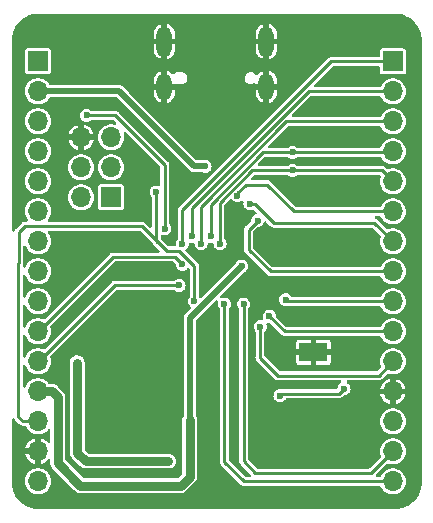
<source format=gbr>
%TF.GenerationSoftware,KiCad,Pcbnew,(7.0.0)*%
%TF.CreationDate,2023-06-28T20:41:30+03:00*%
%TF.ProjectId,Atego_Nano,41746567-6f5f-44e6-916e-6f2e6b696361,rev?*%
%TF.SameCoordinates,Original*%
%TF.FileFunction,Copper,L2,Bot*%
%TF.FilePolarity,Positive*%
%FSLAX46Y46*%
G04 Gerber Fmt 4.6, Leading zero omitted, Abs format (unit mm)*
G04 Created by KiCad (PCBNEW (7.0.0)) date 2023-06-28 20:41:30*
%MOMM*%
%LPD*%
G01*
G04 APERTURE LIST*
%TA.AperFunction,ComponentPad*%
%ADD10C,0.600000*%
%TD*%
%TA.AperFunction,SMDPad,CuDef*%
%ADD11R,2.400000X1.650000*%
%TD*%
%TA.AperFunction,ComponentPad*%
%ADD12R,1.700000X1.700000*%
%TD*%
%TA.AperFunction,ComponentPad*%
%ADD13O,1.700000X1.700000*%
%TD*%
%TA.AperFunction,ComponentPad*%
%ADD14O,1.300000X2.300000*%
%TD*%
%TA.AperFunction,ComponentPad*%
%ADD15O,1.300000X2.600000*%
%TD*%
%TA.AperFunction,ViaPad*%
%ADD16C,0.600000*%
%TD*%
%TA.AperFunction,Conductor*%
%ADD17C,0.250000*%
%TD*%
%TA.AperFunction,Conductor*%
%ADD18C,0.500000*%
%TD*%
%TA.AperFunction,Conductor*%
%ADD19C,0.750000*%
%TD*%
G04 APERTURE END LIST*
D10*
%TO.P,U501,11,VSS*%
%TO.N,GND*%
X159648800Y-98071800D03*
X157928800Y-98071800D03*
X158788800Y-98551800D03*
D11*
X158788799Y-98551799D03*
D10*
X159648800Y-99031800D03*
X157928800Y-99031800D03*
%TD*%
D12*
%TO.P,J603,1,Pin_1*%
%TO.N,/MCU_ATMEGA328P-AU/MISO*%
X141659799Y-85431199D03*
D13*
%TO.P,J603,2,Pin_2*%
%TO.N,+5V*%
X139119799Y-85431199D03*
%TO.P,J603,3,Pin_3*%
%TO.N,/MCU_ATMEGA328P-AU/SCK*%
X141659799Y-82891199D03*
%TO.P,J603,4,Pin_4*%
%TO.N,/MCU_ATMEGA328P-AU/MOSI*%
X139119799Y-82891199D03*
%TO.P,J603,5,Pin_5*%
%TO.N,/MCU_ATMEGA328P-AU/RESET*%
X141659799Y-80351199D03*
%TO.P,J603,6,Pin_6*%
%TO.N,GND*%
X139119799Y-80351199D03*
%TD*%
D14*
%TO.P,J101,S1,SHIELD*%
%TO.N,GND*%
X154793599Y-76066599D03*
D15*
X154793599Y-72241599D03*
D14*
X146153599Y-76066599D03*
D15*
X146153599Y-72241599D03*
%TD*%
D12*
%TO.P,J602,1,Pin_1*%
%TO.N,/MCU_ATMEGA328P-AU/D12*%
X165509999Y-73929599D03*
D13*
%TO.P,J602,2,Pin_2*%
%TO.N,/MCU_ATMEGA328P-AU/D11*%
X165509999Y-76469599D03*
%TO.P,J602,3,Pin_3*%
%TO.N,/MCU_ATMEGA328P-AU/D10*%
X165509999Y-79009599D03*
%TO.P,J602,4,Pin_4*%
%TO.N,/MCU_ATMEGA328P-AU/ATMEGA_TX*%
X165509999Y-81549599D03*
%TO.P,J602,5,Pin_5*%
%TO.N,/MCU_ATMEGA328P-AU/ATMEGA_RX*%
X165509999Y-84089599D03*
%TO.P,J602,6,Pin_6*%
%TO.N,/MCU_ATMEGA328P-AU/D7*%
X165509999Y-86629599D03*
%TO.P,J602,7,Pin_7*%
%TO.N,/MCU_ATMEGA328P-AU/D6*%
X165509999Y-89169599D03*
%TO.P,J602,8,Pin_8*%
%TO.N,/MCU_ATMEGA328P-AU/D5*%
X165509999Y-91709599D03*
%TO.P,J602,9,Pin_9*%
%TO.N,/MCU_ATMEGA328P-AU/D4*%
X165509999Y-94249599D03*
%TO.P,J602,10,Pin_10*%
%TO.N,/MCU_ATMEGA328P-AU/D3*%
X165509999Y-96789599D03*
%TO.P,J602,11,Pin_11*%
%TO.N,/MCU_ATMEGA328P-AU/D2*%
X165509999Y-99329599D03*
%TO.P,J602,12,Pin_12*%
%TO.N,GND*%
X165509999Y-101869599D03*
%TO.P,J602,13,Pin_13*%
%TO.N,+BATT*%
X165509999Y-104409599D03*
%TO.P,J602,14,Pin_14*%
%TO.N,/MCU_ATMEGA328P-AU/D1*%
X165509999Y-106949599D03*
%TO.P,J602,15,Pin_15*%
%TO.N,/MCU_ATMEGA328P-AU/D0*%
X165509999Y-109489599D03*
%TD*%
D12*
%TO.P,J601,1,Pin_1*%
%TO.N,/MCU_ATMEGA328P-AU/D13*%
X135462199Y-73899599D03*
D13*
%TO.P,J601,2,Pin_2*%
%TO.N,+3V3*%
X135462199Y-76439599D03*
%TO.P,J601,3,Pin_3*%
%TO.N,/MCU_ATMEGA328P-AU/AREF*%
X135462199Y-78979599D03*
%TO.P,J601,4,Pin_4*%
%TO.N,/MCU_ATMEGA328P-AU/A0*%
X135462199Y-81519599D03*
%TO.P,J601,5,Pin_5*%
%TO.N,/MCU_ATMEGA328P-AU/A1*%
X135462199Y-84059599D03*
%TO.P,J601,6,Pin_6*%
%TO.N,/MCU_ATMEGA328P-AU/A2*%
X135462199Y-86599599D03*
%TO.P,J601,7,Pin_7*%
%TO.N,/MCU_ATMEGA328P-AU/A3*%
X135462199Y-89139599D03*
%TO.P,J601,8,Pin_8*%
%TO.N,/MCU_ATMEGA328P-AU/SDA*%
X135462199Y-91679599D03*
%TO.P,J601,9,Pin_9*%
%TO.N,/MCU_ATMEGA328P-AU/SCL*%
X135462199Y-94219599D03*
%TO.P,J601,10,Pin_10*%
%TO.N,/MCU_ATMEGA328P-AU/A6*%
X135462199Y-96759599D03*
%TO.P,J601,11,Pin_11*%
%TO.N,/MCU_ATMEGA328P-AU/A7*%
X135462199Y-99299599D03*
%TO.P,J601,12,Pin_12*%
%TO.N,+5V*%
X135462199Y-101839599D03*
%TO.P,J601,13,Pin_13*%
%TO.N,/MCU_ATMEGA328P-AU/NRST*%
X135462199Y-104379599D03*
%TO.P,J601,14,Pin_14*%
%TO.N,GND*%
X135462199Y-106919599D03*
%TO.P,J601,15,Pin_15*%
%TO.N,VIN_12V*%
X135462199Y-109459599D03*
%TD*%
D16*
%TO.N,GND*%
X148492400Y-89774600D03*
X136779000Y-90424000D03*
X153521600Y-91298600D03*
X162179000Y-88646000D03*
X146003200Y-96150000D03*
X160147000Y-78105000D03*
X148035200Y-92009800D03*
X147320000Y-77597000D03*
X157892877Y-89055100D03*
X145607800Y-106299000D03*
X143310800Y-85939200D03*
X141384085Y-89882915D03*
X139043600Y-73847000D03*
X161497200Y-82383200D03*
X136779000Y-92964000D03*
X147578000Y-84542200D03*
X160379600Y-79868600D03*
X140716000Y-97409000D03*
X142523400Y-105979800D03*
X153521600Y-92873400D03*
X162208400Y-85380400D03*
X142805600Y-73847000D03*
X151997600Y-93838600D03*
X154686000Y-88011000D03*
X146866800Y-86650400D03*
X155198000Y-96785000D03*
X149635400Y-92543200D03*
X146028600Y-108799200D03*
X150067200Y-89774600D03*
%TO.N,/VUSB*%
X161370200Y-101636400D03*
X155956000Y-102235000D03*
%TO.N,+3V3*%
X149610000Y-82815000D03*
%TO.N,/ATEGO_NANO_POWER/5V_BUCK*%
X138789600Y-99426600D03*
X138789600Y-101230000D03*
X138789600Y-100188600D03*
X146511200Y-107757800D03*
%TO.N,+5V*%
X146943000Y-109840600D03*
X148314600Y-104252600D03*
X152708800Y-91247800D03*
%TO.N,/MCU_ATMEGA328P-AU/NRST*%
X148695600Y-94219600D03*
X145469800Y-84974000D03*
%TO.N,/MCU_ATMEGA328P-AU/D13*%
X139573000Y-78486000D03*
X146206400Y-88098200D03*
%TO.N,/MCU_ATMEGA328P-AU/A6*%
X147679600Y-91095400D03*
%TO.N,/MCU_ATMEGA328P-AU/A7*%
X147400200Y-92879600D03*
%TO.N,/MCU_ATMEGA328P-AU/D12*%
X147679600Y-89342800D03*
%TO.N,/MCU_ATMEGA328P-AU/D11*%
X148492400Y-88733200D03*
%TO.N,/MCU_ATMEGA328P-AU/D10*%
X149279800Y-89342800D03*
%TO.N,/MCU_ATMEGA328P-AU/ATMEGA_TX*%
X150073600Y-88733200D03*
X157026800Y-81621200D03*
%TO.N,/MCU_ATMEGA328P-AU/ATMEGA_RX*%
X150880000Y-89342800D03*
X157026800Y-83145200D03*
%TO.N,/MCU_ATMEGA328P-AU/D7*%
X152353091Y-85297091D03*
%TO.N,/MCU_ATMEGA328P-AU/D6*%
X153416000Y-85979000D03*
%TO.N,/MCU_ATMEGA328P-AU/D5*%
X154055000Y-87412400D03*
%TO.N,/MCU_ATMEGA328P-AU/D4*%
X156442600Y-94092600D03*
%TO.N,/MCU_ATMEGA328P-AU/D3*%
X155045600Y-95489600D03*
%TO.N,/MCU_ATMEGA328P-AU/D2*%
X154283600Y-96378600D03*
%TO.N,/MCU_ATMEGA328P-AU/D1*%
X152886600Y-94473600D03*
%TO.N,/MCU_ATMEGA328P-AU/D0*%
X151235600Y-94473600D03*
%TD*%
D17*
%TO.N,/VUSB*%
X156122800Y-102068200D02*
X160938400Y-102068200D01*
X160938400Y-102068200D02*
X161370200Y-101636400D01*
X155956000Y-102235000D02*
X156122800Y-102068200D01*
D18*
%TO.N,+3V3*%
X142320200Y-76439600D02*
X135462200Y-76439600D01*
X149610000Y-82815000D02*
X148695600Y-82815000D01*
X148695600Y-82815000D02*
X142320200Y-76439600D01*
D19*
%TO.N,/ATEGO_NANO_POWER/5V_BUCK*%
X139500800Y-107757800D02*
X146511200Y-107757800D01*
X138789600Y-100188600D02*
X138789600Y-101230000D01*
X138789600Y-107046600D02*
X139500800Y-107757800D01*
X138789600Y-101230000D02*
X138789600Y-107046600D01*
X138789600Y-99426600D02*
X138789600Y-100188600D01*
%TO.N,+5V*%
X136630600Y-101839600D02*
X137138600Y-102347600D01*
D18*
X152708800Y-91267061D02*
X148314600Y-95661261D01*
D19*
X137138600Y-102347600D02*
X137138600Y-107935600D01*
X135462200Y-101839600D02*
X136630600Y-101839600D01*
D18*
X148314600Y-95661261D02*
X148314600Y-104252600D01*
D19*
X137138600Y-107935600D02*
X139043600Y-109840600D01*
D18*
X152708800Y-91247800D02*
X152708800Y-91267061D01*
D19*
X148314600Y-109078600D02*
X148314600Y-104252600D01*
X139043600Y-109840600D02*
X146943000Y-109840600D01*
X146943000Y-109840600D02*
X147552600Y-109840600D01*
X147552600Y-109840600D02*
X148314600Y-109078600D01*
D17*
%TO.N,/MCU_ATMEGA328P-AU/NRST*%
X146348800Y-89967800D02*
X144250600Y-87869600D01*
X133811200Y-90993800D02*
X133811200Y-103998600D01*
X133836600Y-90968400D02*
X133811200Y-90993800D01*
X133811200Y-103998600D02*
X134192200Y-104379600D01*
X134370000Y-87869600D02*
X133836600Y-88403000D01*
X146348800Y-89967800D02*
X145469800Y-89088800D01*
X148695600Y-94219600D02*
X148695600Y-91227516D01*
X133836600Y-88403000D02*
X133836600Y-90968400D01*
X145469800Y-89088800D02*
X145469800Y-84974000D01*
X134192200Y-104379600D02*
X135462200Y-104379600D01*
X144250600Y-87869600D02*
X134370000Y-87869600D01*
X148695600Y-91227516D02*
X147435884Y-89967800D01*
X147435884Y-89967800D02*
X146348800Y-89967800D01*
%TO.N,/MCU_ATMEGA328P-AU/D13*%
X146206400Y-82688000D02*
X146206400Y-88098200D01*
X142004400Y-78486000D02*
X146206400Y-82688000D01*
X139573000Y-78486000D02*
X142004400Y-78486000D01*
%TO.N,/MCU_ATMEGA328P-AU/A6*%
X147070000Y-90485800D02*
X141812200Y-90485800D01*
X147679600Y-91095400D02*
X147070000Y-90485800D01*
X141812200Y-90485800D02*
X135538400Y-96759600D01*
X135538400Y-96759600D02*
X135462200Y-96759600D01*
%TO.N,/MCU_ATMEGA328P-AU/A7*%
X141964600Y-92873400D02*
X135538400Y-99299600D01*
X147400200Y-92879600D02*
X147394000Y-92873400D01*
X135538400Y-99299600D02*
X135462200Y-99299600D01*
X147394000Y-92873400D02*
X141964600Y-92873400D01*
%TO.N,/MCU_ATMEGA328P-AU/D12*%
X160291820Y-73929600D02*
X165510000Y-73929600D01*
X147679600Y-86541820D02*
X160291820Y-73929600D01*
X147679600Y-89342800D02*
X147679600Y-86541820D01*
%TO.N,/MCU_ATMEGA328P-AU/D11*%
X148492400Y-88733200D02*
X148492400Y-86365416D01*
X148492400Y-86365416D02*
X158388216Y-76469600D01*
X158388216Y-76469600D02*
X165510000Y-76469600D01*
%TO.N,/MCU_ATMEGA328P-AU/D10*%
X149279800Y-89342800D02*
X149279800Y-86214412D01*
X156484612Y-79009600D02*
X165510000Y-79009600D01*
X149279800Y-86214412D02*
X156484612Y-79009600D01*
%TO.N,/MCU_ATMEGA328P-AU/ATMEGA_TX*%
X165438400Y-81621200D02*
X157026800Y-81621200D01*
X165510000Y-81549600D02*
X165438400Y-81621200D01*
X154509408Y-81621200D02*
X150073600Y-86057008D01*
X150073600Y-86057008D02*
X150073600Y-88733200D01*
X157026800Y-81621200D02*
X154509408Y-81621200D01*
%TO.N,/MCU_ATMEGA328P-AU/ATMEGA_RX*%
X153621804Y-83145200D02*
X157415000Y-83145200D01*
X164565600Y-83145200D02*
X165510000Y-84089600D01*
X157415000Y-83145200D02*
X164565600Y-83145200D01*
X150880000Y-85887004D02*
X153621804Y-83145200D01*
X150880000Y-89342800D02*
X150880000Y-85887004D01*
%TO.N,/MCU_ATMEGA328P-AU/D7*%
X157158400Y-86629600D02*
X165510000Y-86629600D01*
X152353091Y-85050309D02*
X153039000Y-84364400D01*
X152353091Y-85297091D02*
X152353091Y-85050309D01*
X153039000Y-84364400D02*
X154893200Y-84364400D01*
X154893200Y-84364400D02*
X157158400Y-86629600D01*
%TO.N,/MCU_ATMEGA328P-AU/D6*%
X153797000Y-85979000D02*
X155433600Y-87615600D01*
X163956000Y-87615600D02*
X165510000Y-89169600D01*
X153416000Y-85979000D02*
X153797000Y-85979000D01*
X155433600Y-87615600D02*
X163956000Y-87615600D01*
%TO.N,/MCU_ATMEGA328P-AU/D5*%
X154055000Y-87412400D02*
X153293000Y-88174400D01*
X153293000Y-89850800D02*
X155151800Y-91709600D01*
X153293000Y-88174400D02*
X153293000Y-89850800D01*
X155151800Y-91709600D02*
X165510000Y-91709600D01*
%TO.N,/MCU_ATMEGA328P-AU/D4*%
X156599600Y-94249600D02*
X165510000Y-94249600D01*
X156442600Y-94092600D02*
X156599600Y-94249600D01*
%TO.N,/MCU_ATMEGA328P-AU/D3*%
X156345600Y-96789600D02*
X165510000Y-96789600D01*
X155045600Y-95489600D02*
X156345600Y-96789600D01*
%TO.N,/MCU_ATMEGA328P-AU/D2*%
X155782200Y-100544200D02*
X164295400Y-100544200D01*
X164295400Y-100544200D02*
X165510000Y-99329600D01*
X154283600Y-96378600D02*
X154258200Y-96404000D01*
X154258200Y-96404000D02*
X154258200Y-99020200D01*
X154258200Y-99020200D02*
X155782200Y-100544200D01*
%TO.N,/MCU_ATMEGA328P-AU/D1*%
X153877200Y-108773800D02*
X163685800Y-108773800D01*
X163685800Y-108773800D02*
X165510000Y-106949600D01*
X152886600Y-107783200D02*
X153877200Y-108773800D01*
X152886600Y-94473600D02*
X152886600Y-107783200D01*
%TO.N,/MCU_ATMEGA328P-AU/D0*%
X151235600Y-94473600D02*
X151235600Y-107834000D01*
X152891200Y-109489600D02*
X165510000Y-109489600D01*
X151235600Y-107834000D02*
X152891200Y-109489600D01*
%TD*%
%TA.AperFunction,Conductor*%
%TO.N,GND*%
G36*
X165717336Y-69882326D02*
G01*
X165976057Y-69897975D01*
X165990920Y-69899780D01*
X166242175Y-69945825D01*
X166256697Y-69949404D01*
X166500590Y-70025403D01*
X166514567Y-70030704D01*
X166747515Y-70135546D01*
X166760761Y-70142498D01*
X166979368Y-70274651D01*
X166991679Y-70283149D01*
X167192761Y-70440686D01*
X167203969Y-70450616D01*
X167384583Y-70631230D01*
X167394513Y-70642438D01*
X167462787Y-70729584D01*
X167552046Y-70843514D01*
X167560550Y-70855835D01*
X167667576Y-71032875D01*
X167692698Y-71074432D01*
X167699657Y-71087691D01*
X167804493Y-71320628D01*
X167809799Y-71334618D01*
X167876191Y-71547678D01*
X167885791Y-71578486D01*
X167889374Y-71593024D01*
X167935419Y-71844279D01*
X167937224Y-71859144D01*
X167952874Y-72117864D01*
X167953100Y-72125351D01*
X167953100Y-109582849D01*
X167952874Y-109590336D01*
X167937224Y-109849055D01*
X167935419Y-109863920D01*
X167889374Y-110115175D01*
X167885791Y-110129712D01*
X167810423Y-110371581D01*
X167809803Y-110373570D01*
X167804493Y-110387571D01*
X167699657Y-110620508D01*
X167692698Y-110633767D01*
X167560552Y-110852362D01*
X167552046Y-110864685D01*
X167394513Y-111065761D01*
X167384583Y-111076969D01*
X167203969Y-111257583D01*
X167192761Y-111267513D01*
X166991685Y-111425046D01*
X166979362Y-111433552D01*
X166760767Y-111565698D01*
X166747508Y-111572657D01*
X166514571Y-111677493D01*
X166500575Y-111682800D01*
X166256713Y-111758791D01*
X166242175Y-111762374D01*
X165990920Y-111808419D01*
X165976055Y-111810224D01*
X165717336Y-111825874D01*
X165709849Y-111826100D01*
X135491351Y-111826100D01*
X135483864Y-111825874D01*
X135225144Y-111810224D01*
X135210279Y-111808419D01*
X134959024Y-111762374D01*
X134944490Y-111758792D01*
X134700618Y-111682799D01*
X134686628Y-111677493D01*
X134453691Y-111572657D01*
X134440432Y-111565698D01*
X134221837Y-111433552D01*
X134209514Y-111425046D01*
X134008438Y-111267513D01*
X133997230Y-111257583D01*
X133816616Y-111076969D01*
X133806686Y-111065761D01*
X133649153Y-110864685D01*
X133640651Y-110852368D01*
X133508498Y-110633761D01*
X133501546Y-110620515D01*
X133396704Y-110387567D01*
X133391403Y-110373590D01*
X133315404Y-110129697D01*
X133311825Y-110115175D01*
X133265780Y-109863920D01*
X133263975Y-109849055D01*
X133262693Y-109827867D01*
X133248326Y-109590336D01*
X133248100Y-109582849D01*
X133248100Y-109459600D01*
X134356985Y-109459600D01*
X134357514Y-109465309D01*
X134366694Y-109564386D01*
X134375803Y-109662683D01*
X134377371Y-109668194D01*
X134377373Y-109668204D01*
X134430047Y-109853331D01*
X134430049Y-109853337D01*
X134431618Y-109858850D01*
X134522527Y-110041421D01*
X134525979Y-110045992D01*
X134641978Y-110199601D01*
X134641983Y-110199606D01*
X134645436Y-110204179D01*
X134649672Y-110208040D01*
X134649676Y-110208045D01*
X134750760Y-110300194D01*
X134796159Y-110341581D01*
X134969563Y-110448948D01*
X135159744Y-110522624D01*
X135360224Y-110560100D01*
X135558447Y-110560100D01*
X135564176Y-110560100D01*
X135764656Y-110522624D01*
X135954837Y-110448948D01*
X136128241Y-110341581D01*
X136278964Y-110204179D01*
X136401873Y-110041421D01*
X136492782Y-109858850D01*
X136548597Y-109662683D01*
X136567415Y-109459600D01*
X136548597Y-109256517D01*
X136492782Y-109060350D01*
X136401873Y-108877779D01*
X136319084Y-108768148D01*
X136282421Y-108719598D01*
X136282417Y-108719594D01*
X136278964Y-108715021D01*
X136274727Y-108711158D01*
X136274723Y-108711154D01*
X136132475Y-108581479D01*
X136132476Y-108581479D01*
X136128241Y-108577619D01*
X136123371Y-108574604D01*
X136123369Y-108574602D01*
X135959711Y-108473270D01*
X135959712Y-108473270D01*
X135954837Y-108470252D01*
X135949494Y-108468182D01*
X135770003Y-108398647D01*
X135769998Y-108398645D01*
X135764656Y-108396576D01*
X135759018Y-108395522D01*
X135569805Y-108360152D01*
X135569802Y-108360151D01*
X135564176Y-108359100D01*
X135360224Y-108359100D01*
X135354598Y-108360151D01*
X135354594Y-108360152D01*
X135165381Y-108395522D01*
X135165378Y-108395522D01*
X135159744Y-108396576D01*
X135154403Y-108398644D01*
X135154396Y-108398647D01*
X134974905Y-108468182D01*
X134974900Y-108468184D01*
X134969563Y-108470252D01*
X134964691Y-108473268D01*
X134964688Y-108473270D01*
X134801030Y-108574602D01*
X134801022Y-108574607D01*
X134796159Y-108577619D01*
X134791928Y-108581475D01*
X134791924Y-108581479D01*
X134649676Y-108711154D01*
X134649666Y-108711164D01*
X134645436Y-108715021D01*
X134641987Y-108719587D01*
X134641978Y-108719598D01*
X134525979Y-108873207D01*
X134525976Y-108873211D01*
X134522527Y-108877779D01*
X134519974Y-108882904D01*
X134519972Y-108882909D01*
X134434176Y-109055212D01*
X134431618Y-109060350D01*
X134430050Y-109065858D01*
X134430047Y-109065868D01*
X134377373Y-109250995D01*
X134377370Y-109251006D01*
X134375803Y-109256517D01*
X134375273Y-109262227D01*
X134375273Y-109262232D01*
X134361980Y-109405695D01*
X134356985Y-109459600D01*
X133248100Y-109459600D01*
X133248100Y-107172179D01*
X134393088Y-107172179D01*
X134393609Y-107183438D01*
X134430515Y-107313149D01*
X134434644Y-107323805D01*
X134520399Y-107496024D01*
X134526406Y-107505727D01*
X134642349Y-107659262D01*
X134650047Y-107667706D01*
X134792227Y-107797319D01*
X134801331Y-107804195D01*
X134964915Y-107905482D01*
X134975128Y-107910568D01*
X135154533Y-107980069D01*
X135165517Y-107983194D01*
X135198770Y-107989410D01*
X135209798Y-107989028D01*
X135212200Y-107978261D01*
X135212200Y-107185926D01*
X135208749Y-107173050D01*
X135195874Y-107169600D01*
X134404057Y-107169600D01*
X134393088Y-107172179D01*
X133248100Y-107172179D01*
X133248100Y-106667020D01*
X134393088Y-106667020D01*
X134404057Y-106669600D01*
X135195874Y-106669600D01*
X135208749Y-106666149D01*
X135212200Y-106653274D01*
X135212200Y-105860939D01*
X135209798Y-105850171D01*
X135198770Y-105849789D01*
X135165517Y-105856005D01*
X135154533Y-105859130D01*
X134975128Y-105928631D01*
X134964915Y-105933717D01*
X134801331Y-106035004D01*
X134792227Y-106041880D01*
X134650047Y-106171493D01*
X134642349Y-106179937D01*
X134526406Y-106333472D01*
X134520399Y-106343175D01*
X134434644Y-106515394D01*
X134430515Y-106526050D01*
X134393609Y-106655761D01*
X134393088Y-106667020D01*
X133248100Y-106667020D01*
X133248100Y-104237713D01*
X133265577Y-104174240D01*
X133313082Y-104128659D01*
X133377223Y-104113819D01*
X133439920Y-104133903D01*
X133483499Y-104183250D01*
X133496860Y-104210579D01*
X133496861Y-104210581D01*
X133501374Y-104219811D01*
X133506997Y-104225434D01*
X133510781Y-104232426D01*
X133518338Y-104239382D01*
X133518339Y-104239384D01*
X133549282Y-104267869D01*
X133552980Y-104271417D01*
X133890050Y-104608487D01*
X133906174Y-104628341D01*
X133912116Y-104637436D01*
X133920218Y-104643742D01*
X133920221Y-104643745D01*
X133937094Y-104656877D01*
X133941008Y-104660334D01*
X133941142Y-104660177D01*
X133945048Y-104663485D01*
X133948682Y-104667119D01*
X133964402Y-104678342D01*
X133965589Y-104679190D01*
X133969700Y-104682255D01*
X134011011Y-104714409D01*
X134018531Y-104716990D01*
X134025001Y-104721610D01*
X134075140Y-104736537D01*
X134080022Y-104738101D01*
X134105309Y-104746781D01*
X134129540Y-104755100D01*
X134137493Y-104755100D01*
X134145111Y-104757368D01*
X134197391Y-104755206D01*
X134202515Y-104755100D01*
X134343015Y-104755100D01*
X134408293Y-104773673D01*
X134454014Y-104823828D01*
X134522527Y-104961421D01*
X134525979Y-104965992D01*
X134641978Y-105119601D01*
X134641983Y-105119606D01*
X134645436Y-105124179D01*
X134649672Y-105128040D01*
X134649676Y-105128045D01*
X134678344Y-105154179D01*
X134796159Y-105261581D01*
X134969563Y-105368948D01*
X135159744Y-105442624D01*
X135360224Y-105480100D01*
X135558447Y-105480100D01*
X135564176Y-105480100D01*
X135764656Y-105442624D01*
X135954837Y-105368948D01*
X136128241Y-105261581D01*
X136278964Y-105124179D01*
X136286682Y-105113958D01*
X136290147Y-105109371D01*
X136337969Y-105071132D01*
X136398259Y-105060438D01*
X136456315Y-105079897D01*
X136497982Y-105124764D01*
X136513100Y-105184099D01*
X136513100Y-106115932D01*
X136497982Y-106175268D01*
X136456314Y-106220135D01*
X136398257Y-106239593D01*
X136337967Y-106228898D01*
X136290145Y-106190658D01*
X136282048Y-106179935D01*
X136274352Y-106171493D01*
X136132172Y-106041880D01*
X136123068Y-106035004D01*
X135959484Y-105933717D01*
X135949271Y-105928631D01*
X135769866Y-105859130D01*
X135758882Y-105856005D01*
X135725629Y-105849789D01*
X135714601Y-105850171D01*
X135712200Y-105860939D01*
X135712200Y-107978261D01*
X135714601Y-107989028D01*
X135725629Y-107989410D01*
X135758882Y-107983194D01*
X135769866Y-107980069D01*
X135949271Y-107910568D01*
X135959484Y-107905482D01*
X136123068Y-107804195D01*
X136132172Y-107797319D01*
X136274352Y-107667706D01*
X136282048Y-107659264D01*
X136290145Y-107648542D01*
X136337967Y-107610302D01*
X136398257Y-107599607D01*
X136456314Y-107619065D01*
X136497982Y-107663932D01*
X136513100Y-107723268D01*
X136513100Y-107857825D01*
X136512578Y-107868880D01*
X136510927Y-107876267D01*
X136511171Y-107884053D01*
X136511171Y-107884061D01*
X136513039Y-107943473D01*
X136513100Y-107947368D01*
X136513100Y-107974950D01*
X136513588Y-107978819D01*
X136513589Y-107978825D01*
X136513604Y-107978943D01*
X136514518Y-107990566D01*
X136515645Y-108026430D01*
X136515646Y-108026437D01*
X136515891Y-108034227D01*
X136518067Y-108041719D01*
X136518068Y-108041721D01*
X136521479Y-108053462D01*
X136525425Y-108072515D01*
X136527936Y-108092392D01*
X136530806Y-108099642D01*
X136530808Y-108099648D01*
X136544014Y-108133004D01*
X136547797Y-108144051D01*
X136559982Y-108185990D01*
X136563953Y-108192705D01*
X136563954Y-108192707D01*
X136570181Y-108203237D01*
X136578736Y-108220699D01*
X136583242Y-108232080D01*
X136583243Y-108232083D01*
X136586114Y-108239332D01*
X136602964Y-108262524D01*
X136611781Y-108274660D01*
X136618193Y-108284422D01*
X136636456Y-108315302D01*
X136636459Y-108315307D01*
X136640430Y-108322020D01*
X136645945Y-108327534D01*
X136645945Y-108327535D01*
X136654590Y-108336180D01*
X136667226Y-108350974D01*
X136674419Y-108360875D01*
X136674423Y-108360879D01*
X136679006Y-108367187D01*
X136685015Y-108372158D01*
X136685016Y-108372159D01*
X136712658Y-108395026D01*
X136721299Y-108402889D01*
X138546307Y-110227898D01*
X138553759Y-110236087D01*
X138557814Y-110242477D01*
X138606823Y-110288500D01*
X138609620Y-110291210D01*
X138629129Y-110310720D01*
X138632309Y-110313187D01*
X138641171Y-110320755D01*
X138654480Y-110333254D01*
X138667332Y-110345323D01*
X138667334Y-110345324D01*
X138673018Y-110350662D01*
X138679851Y-110354418D01*
X138679852Y-110354419D01*
X138690573Y-110360313D01*
X138706834Y-110370994D01*
X138722664Y-110383273D01*
X138762754Y-110400621D01*
X138773231Y-110405754D01*
X138811508Y-110426797D01*
X138828557Y-110431174D01*
X138830905Y-110431777D01*
X138849319Y-110438081D01*
X138867704Y-110446038D01*
X138910865Y-110452873D01*
X138922264Y-110455234D01*
X138964581Y-110466100D01*
X138984617Y-110466100D01*
X139004002Y-110467625D01*
X139023796Y-110470760D01*
X139061876Y-110467160D01*
X139067276Y-110466650D01*
X139078945Y-110466100D01*
X146863981Y-110466100D01*
X146982350Y-110466100D01*
X147474825Y-110466100D01*
X147485880Y-110466621D01*
X147493267Y-110468273D01*
X147560472Y-110466161D01*
X147564368Y-110466100D01*
X147588048Y-110466100D01*
X147591950Y-110466100D01*
X147595913Y-110465599D01*
X147607563Y-110464680D01*
X147651227Y-110463309D01*
X147670461Y-110457719D01*
X147689517Y-110453774D01*
X147709392Y-110451264D01*
X147749995Y-110435187D01*
X147761050Y-110431402D01*
X147802990Y-110419218D01*
X147820229Y-110409022D01*
X147837703Y-110400462D01*
X147849074Y-110395960D01*
X147849076Y-110395958D01*
X147856332Y-110393086D01*
X147891669Y-110367411D01*
X147901424Y-110361003D01*
X147939020Y-110338770D01*
X147953184Y-110324605D01*
X147967979Y-110311968D01*
X147984187Y-110300194D01*
X148012028Y-110266538D01*
X148019879Y-110257909D01*
X148701906Y-109575882D01*
X148710082Y-109568443D01*
X148716477Y-109564386D01*
X148762533Y-109515340D01*
X148765150Y-109512638D01*
X148784720Y-109493070D01*
X148787165Y-109489916D01*
X148794755Y-109481028D01*
X148824662Y-109449182D01*
X148834309Y-109431632D01*
X148844993Y-109415366D01*
X148857274Y-109399536D01*
X148874618Y-109359451D01*
X148879760Y-109348956D01*
X148900797Y-109310692D01*
X148905779Y-109291289D01*
X148912080Y-109272883D01*
X148920038Y-109254495D01*
X148926869Y-109211356D01*
X148929239Y-109199915D01*
X148938160Y-109165174D01*
X148938159Y-109165174D01*
X148940100Y-109157619D01*
X148940100Y-109137583D01*
X148941625Y-109118197D01*
X148944760Y-109098404D01*
X148940650Y-109054924D01*
X148940100Y-109043255D01*
X148940100Y-104217145D01*
X148940100Y-104213250D01*
X148925264Y-104095808D01*
X148867086Y-103948868D01*
X148838779Y-103909907D01*
X148821169Y-103875344D01*
X148815100Y-103837026D01*
X148815100Y-95919937D01*
X148824539Y-95872484D01*
X148851419Y-95832256D01*
X149256435Y-95427240D01*
X150502765Y-94180908D01*
X150561495Y-94148018D01*
X150628759Y-94150659D01*
X150684731Y-94188056D01*
X150712916Y-94249187D01*
X150705008Y-94316036D01*
X150702383Y-94322373D01*
X150702381Y-94322379D01*
X150699270Y-94329891D01*
X150698209Y-94337948D01*
X150698208Y-94337953D01*
X150683856Y-94446967D01*
X150680350Y-94473600D01*
X150681411Y-94481659D01*
X150698079Y-94608268D01*
X150699270Y-94617309D01*
X150702381Y-94624820D01*
X150702382Y-94624823D01*
X150714462Y-94653987D01*
X150754739Y-94751225D01*
X150759682Y-94757666D01*
X150759685Y-94757672D01*
X150834476Y-94855140D01*
X150853519Y-94890768D01*
X150860100Y-94930627D01*
X150860100Y-107782195D01*
X150857460Y-107807644D01*
X150857341Y-107808209D01*
X150857340Y-107808216D01*
X150855233Y-107818268D01*
X150856503Y-107828458D01*
X150856503Y-107828462D01*
X150859148Y-107849676D01*
X150859471Y-107854891D01*
X150859677Y-107854874D01*
X150860100Y-107859981D01*
X150860100Y-107865114D01*
X150860944Y-107870172D01*
X150860945Y-107870184D01*
X150863518Y-107885603D01*
X150864257Y-107890670D01*
X150870734Y-107942626D01*
X150874226Y-107949770D01*
X150875535Y-107957610D01*
X150900445Y-108003641D01*
X150902771Y-108008161D01*
X150921260Y-108045979D01*
X150921261Y-108045981D01*
X150925774Y-108055211D01*
X150931397Y-108060834D01*
X150935181Y-108067826D01*
X150942738Y-108074782D01*
X150942739Y-108074784D01*
X150973681Y-108103268D01*
X150977379Y-108106816D01*
X152589050Y-109718488D01*
X152605177Y-109738346D01*
X152611116Y-109747436D01*
X152619222Y-109753745D01*
X152619223Y-109753746D01*
X152636089Y-109766873D01*
X152640010Y-109770335D01*
X152640143Y-109770179D01*
X152644051Y-109773489D01*
X152647682Y-109777120D01*
X152651855Y-109780099D01*
X152651863Y-109780106D01*
X152664596Y-109789196D01*
X152668711Y-109792264D01*
X152701896Y-109818093D01*
X152710011Y-109824409D01*
X152717531Y-109826990D01*
X152724001Y-109831610D01*
X152774199Y-109846554D01*
X152778991Y-109848090D01*
X152828540Y-109865100D01*
X152836494Y-109865100D01*
X152844112Y-109867368D01*
X152896392Y-109865206D01*
X152901516Y-109865100D01*
X164390815Y-109865100D01*
X164456093Y-109883673D01*
X164501814Y-109933828D01*
X164570327Y-110071421D01*
X164573779Y-110075992D01*
X164689778Y-110229601D01*
X164689783Y-110229606D01*
X164693236Y-110234179D01*
X164697472Y-110238040D01*
X164697476Y-110238045D01*
X164779883Y-110313168D01*
X164843959Y-110371581D01*
X165017363Y-110478948D01*
X165207544Y-110552624D01*
X165408024Y-110590100D01*
X165606247Y-110590100D01*
X165611976Y-110590100D01*
X165812456Y-110552624D01*
X166002637Y-110478948D01*
X166176041Y-110371581D01*
X166326764Y-110234179D01*
X166449673Y-110071421D01*
X166540582Y-109888850D01*
X166596397Y-109692683D01*
X166615215Y-109489600D01*
X166596397Y-109286517D01*
X166540582Y-109090350D01*
X166449673Y-108907779D01*
X166401176Y-108843559D01*
X166330221Y-108749598D01*
X166330217Y-108749594D01*
X166326764Y-108745021D01*
X166322527Y-108741158D01*
X166322523Y-108741154D01*
X166180275Y-108611479D01*
X166180276Y-108611479D01*
X166176041Y-108607619D01*
X166171171Y-108604604D01*
X166171169Y-108604602D01*
X166007511Y-108503270D01*
X166007512Y-108503270D01*
X166002637Y-108500252D01*
X165997294Y-108498182D01*
X165817803Y-108428647D01*
X165817798Y-108428645D01*
X165812456Y-108426576D01*
X165806818Y-108425522D01*
X165617605Y-108390152D01*
X165617602Y-108390151D01*
X165611976Y-108389100D01*
X165408024Y-108389100D01*
X165402398Y-108390151D01*
X165402394Y-108390152D01*
X165213181Y-108425522D01*
X165213178Y-108425522D01*
X165207544Y-108426576D01*
X165202203Y-108428644D01*
X165202196Y-108428647D01*
X165022705Y-108498182D01*
X165022700Y-108498184D01*
X165017363Y-108500252D01*
X165012491Y-108503268D01*
X165012488Y-108503270D01*
X164848830Y-108604602D01*
X164848822Y-108604607D01*
X164843959Y-108607619D01*
X164839728Y-108611475D01*
X164839724Y-108611479D01*
X164697476Y-108741154D01*
X164697466Y-108741164D01*
X164693236Y-108745021D01*
X164689787Y-108749587D01*
X164689778Y-108749598D01*
X164573779Y-108903207D01*
X164573776Y-108903211D01*
X164570327Y-108907779D01*
X164567774Y-108912904D01*
X164567772Y-108912909D01*
X164548416Y-108951782D01*
X164502869Y-109043255D01*
X164501815Y-109045371D01*
X164456093Y-109095527D01*
X164390815Y-109114100D01*
X164175898Y-109114100D01*
X164119603Y-109100585D01*
X164075580Y-109062985D01*
X164053425Y-109009498D01*
X164057967Y-108951782D01*
X164088217Y-108902419D01*
X164522454Y-108468182D01*
X164984973Y-108005662D01*
X165024318Y-107979154D01*
X165070742Y-107969361D01*
X165117445Y-107977720D01*
X165202187Y-108010549D01*
X165202190Y-108010549D01*
X165207544Y-108012624D01*
X165408024Y-108050100D01*
X165606247Y-108050100D01*
X165611976Y-108050100D01*
X165812456Y-108012624D01*
X166002637Y-107938948D01*
X166176041Y-107831581D01*
X166326764Y-107694179D01*
X166449673Y-107531421D01*
X166540582Y-107348850D01*
X166596397Y-107152683D01*
X166615215Y-106949600D01*
X166596397Y-106746517D01*
X166593446Y-106736147D01*
X166542152Y-106555868D01*
X166540582Y-106550350D01*
X166449673Y-106367779D01*
X166352872Y-106239593D01*
X166330221Y-106209598D01*
X166330217Y-106209594D01*
X166326764Y-106205021D01*
X166322527Y-106201158D01*
X166322523Y-106201154D01*
X166180275Y-106071479D01*
X166180276Y-106071479D01*
X166176041Y-106067619D01*
X166171171Y-106064604D01*
X166171169Y-106064602D01*
X166007511Y-105963270D01*
X166007512Y-105963270D01*
X166002637Y-105960252D01*
X165934142Y-105933717D01*
X165817803Y-105888647D01*
X165817798Y-105888645D01*
X165812456Y-105886576D01*
X165806818Y-105885522D01*
X165617605Y-105850152D01*
X165617602Y-105850151D01*
X165611976Y-105849100D01*
X165408024Y-105849100D01*
X165402398Y-105850151D01*
X165402394Y-105850152D01*
X165213181Y-105885522D01*
X165213178Y-105885522D01*
X165207544Y-105886576D01*
X165202203Y-105888644D01*
X165202196Y-105888647D01*
X165022705Y-105958182D01*
X165022700Y-105958184D01*
X165017363Y-105960252D01*
X165012491Y-105963268D01*
X165012488Y-105963270D01*
X164848830Y-106064602D01*
X164848822Y-106064607D01*
X164843959Y-106067619D01*
X164839728Y-106071475D01*
X164839724Y-106071479D01*
X164697476Y-106201154D01*
X164697466Y-106201164D01*
X164693236Y-106205021D01*
X164689787Y-106209587D01*
X164689778Y-106209598D01*
X164573779Y-106363207D01*
X164573776Y-106363211D01*
X164570327Y-106367779D01*
X164567774Y-106372904D01*
X164567772Y-106372909D01*
X164481976Y-106545212D01*
X164479418Y-106550350D01*
X164477850Y-106555858D01*
X164477847Y-106555868D01*
X164425173Y-106740995D01*
X164425170Y-106741006D01*
X164423603Y-106746517D01*
X164423073Y-106752227D01*
X164423073Y-106752232D01*
X164416439Y-106823828D01*
X164404785Y-106949600D01*
X164405314Y-106955309D01*
X164422189Y-107137430D01*
X164423603Y-107152683D01*
X164425171Y-107158194D01*
X164425173Y-107158204D01*
X164477848Y-107343333D01*
X164479002Y-107347390D01*
X164479003Y-107347392D01*
X164479418Y-107348850D01*
X164479271Y-107348891D01*
X164487002Y-107392093D01*
X164477209Y-107438515D01*
X164450698Y-107477862D01*
X163566581Y-108361981D01*
X163526353Y-108388861D01*
X163478900Y-108398300D01*
X154084099Y-108398300D01*
X154036646Y-108388861D01*
X153996418Y-108361981D01*
X153298419Y-107663981D01*
X153271539Y-107623753D01*
X153262100Y-107576300D01*
X153262100Y-104409600D01*
X164404785Y-104409600D01*
X164423603Y-104612683D01*
X164425171Y-104618194D01*
X164425173Y-104618204D01*
X164477847Y-104803331D01*
X164477849Y-104803337D01*
X164479418Y-104808850D01*
X164570327Y-104991421D01*
X164573779Y-104995992D01*
X164689778Y-105149601D01*
X164689783Y-105149606D01*
X164693236Y-105154179D01*
X164697472Y-105158040D01*
X164697476Y-105158045D01*
X164799227Y-105250803D01*
X164843959Y-105291581D01*
X165017363Y-105398948D01*
X165207544Y-105472624D01*
X165408024Y-105510100D01*
X165606247Y-105510100D01*
X165611976Y-105510100D01*
X165812456Y-105472624D01*
X166002637Y-105398948D01*
X166176041Y-105291581D01*
X166326764Y-105154179D01*
X166449673Y-104991421D01*
X166540582Y-104808850D01*
X166596397Y-104612683D01*
X166615215Y-104409600D01*
X166596397Y-104206517D01*
X166589245Y-104181382D01*
X166542152Y-104015868D01*
X166540582Y-104010350D01*
X166449673Y-103827779D01*
X166352244Y-103698762D01*
X166330221Y-103669598D01*
X166330217Y-103669594D01*
X166326764Y-103665021D01*
X166322527Y-103661158D01*
X166322523Y-103661154D01*
X166180275Y-103531479D01*
X166180276Y-103531479D01*
X166176041Y-103527619D01*
X166171171Y-103524604D01*
X166171169Y-103524602D01*
X166007511Y-103423270D01*
X166007512Y-103423270D01*
X166002637Y-103420252D01*
X165997294Y-103418182D01*
X165817803Y-103348647D01*
X165817798Y-103348645D01*
X165812456Y-103346576D01*
X165806818Y-103345522D01*
X165617605Y-103310152D01*
X165617602Y-103310151D01*
X165611976Y-103309100D01*
X165408024Y-103309100D01*
X165402398Y-103310151D01*
X165402394Y-103310152D01*
X165213181Y-103345522D01*
X165213178Y-103345522D01*
X165207544Y-103346576D01*
X165202203Y-103348644D01*
X165202196Y-103348647D01*
X165022705Y-103418182D01*
X165022700Y-103418184D01*
X165017363Y-103420252D01*
X165012491Y-103423268D01*
X165012488Y-103423270D01*
X164848830Y-103524602D01*
X164848822Y-103524607D01*
X164843959Y-103527619D01*
X164839728Y-103531475D01*
X164839724Y-103531479D01*
X164697476Y-103661154D01*
X164697466Y-103661164D01*
X164693236Y-103665021D01*
X164689787Y-103669587D01*
X164689778Y-103669598D01*
X164573779Y-103823207D01*
X164573776Y-103823211D01*
X164570327Y-103827779D01*
X164567774Y-103832904D01*
X164567772Y-103832909D01*
X164494356Y-103980350D01*
X164479418Y-104010350D01*
X164477850Y-104015858D01*
X164477847Y-104015868D01*
X164425173Y-104200995D01*
X164425170Y-104201006D01*
X164423603Y-104206517D01*
X164423073Y-104212227D01*
X164423073Y-104212232D01*
X164422618Y-104217145D01*
X164404785Y-104409600D01*
X153262100Y-104409600D01*
X153262100Y-96378600D01*
X153728350Y-96378600D01*
X153729411Y-96386659D01*
X153738412Y-96455032D01*
X153747270Y-96522309D01*
X153802739Y-96656225D01*
X153807684Y-96662669D01*
X153807685Y-96662671D01*
X153857076Y-96727038D01*
X153876119Y-96762666D01*
X153882700Y-96802525D01*
X153882700Y-98968395D01*
X153880060Y-98993844D01*
X153879941Y-98994409D01*
X153879940Y-98994416D01*
X153877833Y-99004468D01*
X153879103Y-99014658D01*
X153879103Y-99014662D01*
X153881748Y-99035876D01*
X153882071Y-99041091D01*
X153882277Y-99041074D01*
X153882700Y-99046181D01*
X153882700Y-99051314D01*
X153883544Y-99056372D01*
X153883545Y-99056384D01*
X153886118Y-99071803D01*
X153886857Y-99076870D01*
X153893334Y-99128826D01*
X153896826Y-99135970D01*
X153898135Y-99143810D01*
X153923045Y-99189841D01*
X153925371Y-99194361D01*
X153943860Y-99232179D01*
X153943861Y-99232181D01*
X153948374Y-99241411D01*
X153953997Y-99247034D01*
X153957781Y-99254026D01*
X153965338Y-99260982D01*
X153965339Y-99260984D01*
X153996282Y-99289469D01*
X153999980Y-99293017D01*
X155480050Y-100773087D01*
X155496174Y-100792941D01*
X155502116Y-100802036D01*
X155510218Y-100808342D01*
X155510221Y-100808345D01*
X155527094Y-100821477D01*
X155531008Y-100824934D01*
X155531142Y-100824777D01*
X155535048Y-100828085D01*
X155538682Y-100831719D01*
X155546159Y-100837057D01*
X155555589Y-100843790D01*
X155559700Y-100846855D01*
X155566408Y-100852076D01*
X155601011Y-100879009D01*
X155608531Y-100881590D01*
X155615001Y-100886210D01*
X155665140Y-100901137D01*
X155670022Y-100902701D01*
X155692266Y-100910337D01*
X155719540Y-100919700D01*
X155727493Y-100919700D01*
X155735111Y-100921968D01*
X155787391Y-100919806D01*
X155792515Y-100919700D01*
X161040408Y-100919700D01*
X161102409Y-100936313D01*
X161147796Y-100981701D01*
X161164408Y-101043702D01*
X161147794Y-101105702D01*
X161102405Y-101151089D01*
X161100084Y-101152428D01*
X161092575Y-101155539D01*
X161086133Y-101160482D01*
X161086128Y-101160485D01*
X160984021Y-101238835D01*
X160984017Y-101238838D01*
X160977579Y-101243779D01*
X160972638Y-101250217D01*
X160972635Y-101250221D01*
X160894285Y-101352328D01*
X160894282Y-101352333D01*
X160889339Y-101358775D01*
X160886229Y-101366283D01*
X160886228Y-101366285D01*
X160836982Y-101485176D01*
X160836980Y-101485181D01*
X160833870Y-101492691D01*
X160832809Y-101500748D01*
X160832808Y-101500753D01*
X160821732Y-101584886D01*
X160800368Y-101639824D01*
X160756050Y-101678689D01*
X160698793Y-101692700D01*
X156174604Y-101692700D01*
X156149158Y-101690061D01*
X156148587Y-101689941D01*
X156148585Y-101689940D01*
X156138532Y-101687833D01*
X156128341Y-101689103D01*
X156128337Y-101689103D01*
X156107124Y-101691748D01*
X156101903Y-101692072D01*
X156101920Y-101692277D01*
X156096812Y-101692700D01*
X156091686Y-101692700D01*
X156086633Y-101693542D01*
X156084000Y-101693761D01*
X156057581Y-101693123D01*
X155964059Y-101680811D01*
X155956000Y-101679750D01*
X155947941Y-101680811D01*
X155820353Y-101697608D01*
X155820348Y-101697609D01*
X155812291Y-101698670D01*
X155804781Y-101701780D01*
X155804776Y-101701782D01*
X155685885Y-101751028D01*
X155685883Y-101751029D01*
X155678375Y-101754139D01*
X155671933Y-101759082D01*
X155671928Y-101759085D01*
X155569821Y-101837435D01*
X155569817Y-101837438D01*
X155563379Y-101842379D01*
X155558438Y-101848817D01*
X155558435Y-101848821D01*
X155480085Y-101950928D01*
X155480082Y-101950933D01*
X155475139Y-101957375D01*
X155472029Y-101964883D01*
X155472028Y-101964885D01*
X155422782Y-102083776D01*
X155422780Y-102083781D01*
X155419670Y-102091291D01*
X155418609Y-102099348D01*
X155418608Y-102099353D01*
X155407523Y-102183555D01*
X155400750Y-102235000D01*
X155401811Y-102243059D01*
X155418603Y-102370611D01*
X155419670Y-102378709D01*
X155422781Y-102386220D01*
X155422782Y-102386223D01*
X155444867Y-102439540D01*
X155475139Y-102512625D01*
X155480084Y-102519069D01*
X155480085Y-102519071D01*
X155550319Y-102610601D01*
X155563379Y-102627621D01*
X155678375Y-102715861D01*
X155812291Y-102771330D01*
X155956000Y-102790250D01*
X156099709Y-102771330D01*
X156233625Y-102715861D01*
X156348621Y-102627621D01*
X156436861Y-102512625D01*
X156439796Y-102505538D01*
X156485019Y-102460314D01*
X156547021Y-102443700D01*
X160886595Y-102443700D01*
X160912044Y-102446340D01*
X160912609Y-102446458D01*
X160912610Y-102446458D01*
X160922668Y-102448567D01*
X160954076Y-102444651D01*
X160959287Y-102444328D01*
X160959271Y-102444124D01*
X160964386Y-102443700D01*
X160969514Y-102443700D01*
X160990036Y-102440274D01*
X160995066Y-102439542D01*
X161047026Y-102433066D01*
X161054170Y-102429573D01*
X161062010Y-102428265D01*
X161108047Y-102403350D01*
X161112564Y-102401025D01*
X161159611Y-102378026D01*
X161165234Y-102372402D01*
X161172226Y-102368619D01*
X161207717Y-102330063D01*
X161211194Y-102326441D01*
X161312553Y-102225082D01*
X161345387Y-102201554D01*
X161384045Y-102189827D01*
X161513909Y-102172730D01*
X161635952Y-102122179D01*
X164440888Y-102122179D01*
X164441409Y-102133438D01*
X164478315Y-102263149D01*
X164482444Y-102273805D01*
X164568199Y-102446024D01*
X164574206Y-102455727D01*
X164690149Y-102609262D01*
X164697847Y-102617706D01*
X164840027Y-102747319D01*
X164849131Y-102754195D01*
X165012715Y-102855482D01*
X165022928Y-102860568D01*
X165202333Y-102930069D01*
X165213317Y-102933194D01*
X165246570Y-102939410D01*
X165257598Y-102939028D01*
X165260000Y-102928261D01*
X165760000Y-102928261D01*
X165762401Y-102939028D01*
X165773429Y-102939410D01*
X165806682Y-102933194D01*
X165817666Y-102930069D01*
X165997071Y-102860568D01*
X166007284Y-102855482D01*
X166170868Y-102754195D01*
X166179972Y-102747319D01*
X166322152Y-102617706D01*
X166329850Y-102609262D01*
X166445793Y-102455727D01*
X166451800Y-102446024D01*
X166537555Y-102273805D01*
X166541684Y-102263149D01*
X166578590Y-102133438D01*
X166579111Y-102122179D01*
X166568143Y-102119600D01*
X165776326Y-102119600D01*
X165763450Y-102123050D01*
X165760000Y-102135926D01*
X165760000Y-102928261D01*
X165260000Y-102928261D01*
X165260000Y-102135926D01*
X165256549Y-102123050D01*
X165243674Y-102119600D01*
X164451857Y-102119600D01*
X164440888Y-102122179D01*
X161635952Y-102122179D01*
X161647825Y-102117261D01*
X161762821Y-102029021D01*
X161851061Y-101914025D01*
X161906530Y-101780109D01*
X161925450Y-101636400D01*
X161922899Y-101617020D01*
X164440888Y-101617020D01*
X164451857Y-101619600D01*
X165243674Y-101619600D01*
X165256549Y-101616149D01*
X165260000Y-101603274D01*
X165760000Y-101603274D01*
X165763450Y-101616149D01*
X165776326Y-101619600D01*
X166568143Y-101619600D01*
X166579111Y-101617020D01*
X166578590Y-101605761D01*
X166541684Y-101476050D01*
X166537555Y-101465394D01*
X166451800Y-101293175D01*
X166445793Y-101283472D01*
X166329850Y-101129937D01*
X166322152Y-101121493D01*
X166179972Y-100991880D01*
X166170868Y-100985004D01*
X166007284Y-100883717D01*
X165997071Y-100878631D01*
X165817666Y-100809130D01*
X165806682Y-100806005D01*
X165773429Y-100799789D01*
X165762401Y-100800171D01*
X165760000Y-100810939D01*
X165760000Y-101603274D01*
X165260000Y-101603274D01*
X165260000Y-100810939D01*
X165257598Y-100800171D01*
X165246570Y-100799789D01*
X165213317Y-100806005D01*
X165202333Y-100809130D01*
X165022928Y-100878631D01*
X165012715Y-100883717D01*
X164849131Y-100985004D01*
X164840027Y-100991880D01*
X164697847Y-101121493D01*
X164690149Y-101129937D01*
X164574206Y-101283472D01*
X164568199Y-101293175D01*
X164482444Y-101465394D01*
X164478315Y-101476050D01*
X164441409Y-101605761D01*
X164440888Y-101617020D01*
X161922899Y-101617020D01*
X161906530Y-101492691D01*
X161851061Y-101358775D01*
X161762821Y-101243779D01*
X161738297Y-101224961D01*
X161654271Y-101160485D01*
X161654269Y-101160484D01*
X161647825Y-101155539D01*
X161640314Y-101152428D01*
X161637995Y-101151089D01*
X161592606Y-101105702D01*
X161575992Y-101043702D01*
X161592604Y-100981701D01*
X161637991Y-100936313D01*
X161699992Y-100919700D01*
X164243595Y-100919700D01*
X164269044Y-100922340D01*
X164269609Y-100922458D01*
X164269610Y-100922458D01*
X164279668Y-100924567D01*
X164311076Y-100920651D01*
X164316287Y-100920328D01*
X164316271Y-100920124D01*
X164321386Y-100919700D01*
X164326514Y-100919700D01*
X164347036Y-100916274D01*
X164352066Y-100915542D01*
X164404026Y-100909066D01*
X164411170Y-100905573D01*
X164419010Y-100904265D01*
X164465047Y-100879350D01*
X164469564Y-100877025D01*
X164516611Y-100854026D01*
X164522234Y-100848402D01*
X164529226Y-100844619D01*
X164564716Y-100806065D01*
X164568194Y-100802441D01*
X164984973Y-100385662D01*
X165024318Y-100359154D01*
X165070742Y-100349361D01*
X165117445Y-100357720D01*
X165202187Y-100390549D01*
X165202190Y-100390549D01*
X165207544Y-100392624D01*
X165408024Y-100430100D01*
X165606247Y-100430100D01*
X165611976Y-100430100D01*
X165812456Y-100392624D01*
X166002637Y-100318948D01*
X166176041Y-100211581D01*
X166326764Y-100074179D01*
X166449673Y-99911421D01*
X166540582Y-99728850D01*
X166596397Y-99532683D01*
X166615215Y-99329600D01*
X166596397Y-99126517D01*
X166540582Y-98930350D01*
X166449673Y-98747779D01*
X166401176Y-98683559D01*
X166330221Y-98589598D01*
X166330217Y-98589594D01*
X166326764Y-98585021D01*
X166322527Y-98581158D01*
X166322523Y-98581154D01*
X166180275Y-98451479D01*
X166180276Y-98451479D01*
X166176041Y-98447619D01*
X166171171Y-98444604D01*
X166171169Y-98444602D01*
X166007511Y-98343270D01*
X166007512Y-98343270D01*
X166002637Y-98340252D01*
X165966530Y-98326264D01*
X165817803Y-98268647D01*
X165817798Y-98268645D01*
X165812456Y-98266576D01*
X165803009Y-98264810D01*
X165617605Y-98230152D01*
X165617602Y-98230151D01*
X165611976Y-98229100D01*
X165408024Y-98229100D01*
X165402398Y-98230151D01*
X165402394Y-98230152D01*
X165213181Y-98265522D01*
X165213178Y-98265522D01*
X165207544Y-98266576D01*
X165202203Y-98268644D01*
X165202196Y-98268647D01*
X165022705Y-98338182D01*
X165022700Y-98338184D01*
X165017363Y-98340252D01*
X165012491Y-98343268D01*
X165012488Y-98343270D01*
X164848830Y-98444602D01*
X164848822Y-98444607D01*
X164843959Y-98447619D01*
X164839728Y-98451475D01*
X164839724Y-98451479D01*
X164697476Y-98581154D01*
X164697466Y-98581164D01*
X164693236Y-98585021D01*
X164689787Y-98589587D01*
X164689778Y-98589598D01*
X164573779Y-98743207D01*
X164573776Y-98743211D01*
X164570327Y-98747779D01*
X164567774Y-98752904D01*
X164567772Y-98752909D01*
X164491465Y-98906156D01*
X164479418Y-98930350D01*
X164477850Y-98935858D01*
X164477847Y-98935868D01*
X164425173Y-99120995D01*
X164425170Y-99121006D01*
X164423603Y-99126517D01*
X164423073Y-99132227D01*
X164423073Y-99132232D01*
X164411788Y-99254026D01*
X164404785Y-99329600D01*
X164405314Y-99335309D01*
X164421334Y-99508204D01*
X164423603Y-99532683D01*
X164425171Y-99538194D01*
X164425173Y-99538204D01*
X164477848Y-99723333D01*
X164479002Y-99727390D01*
X164479003Y-99727392D01*
X164479418Y-99728850D01*
X164479271Y-99728891D01*
X164487002Y-99772093D01*
X164477209Y-99818515D01*
X164450698Y-99857862D01*
X164176178Y-100132383D01*
X164135953Y-100159261D01*
X164088500Y-100168700D01*
X155989100Y-100168700D01*
X155941647Y-100159261D01*
X155901419Y-100132381D01*
X155164366Y-99395328D01*
X157338800Y-99395328D01*
X157339989Y-99407404D01*
X157350922Y-99462366D01*
X157360089Y-99484499D01*
X157401775Y-99546886D01*
X157418713Y-99563824D01*
X157481100Y-99605510D01*
X157503233Y-99614677D01*
X157558195Y-99625610D01*
X157570272Y-99626800D01*
X158522474Y-99626800D01*
X158535349Y-99623349D01*
X158538800Y-99610474D01*
X159038800Y-99610474D01*
X159042250Y-99623349D01*
X159055126Y-99626800D01*
X160007328Y-99626800D01*
X160019404Y-99625610D01*
X160074366Y-99614677D01*
X160096499Y-99605510D01*
X160158886Y-99563824D01*
X160175824Y-99546886D01*
X160217510Y-99484499D01*
X160226677Y-99462366D01*
X160237610Y-99407404D01*
X160238800Y-99395328D01*
X160238800Y-98818126D01*
X160235349Y-98805250D01*
X160222474Y-98801800D01*
X159055126Y-98801800D01*
X159042250Y-98805250D01*
X159038800Y-98818126D01*
X159038800Y-99610474D01*
X158538800Y-99610474D01*
X158538800Y-98818126D01*
X158535349Y-98805250D01*
X158522474Y-98801800D01*
X157355126Y-98801800D01*
X157342250Y-98805250D01*
X157338800Y-98818126D01*
X157338800Y-99395328D01*
X155164366Y-99395328D01*
X154670019Y-98900981D01*
X154643139Y-98860753D01*
X154633700Y-98813300D01*
X154633700Y-98285474D01*
X157338800Y-98285474D01*
X157342250Y-98298349D01*
X157355126Y-98301800D01*
X158522474Y-98301800D01*
X158535349Y-98298349D01*
X158538800Y-98285474D01*
X159038800Y-98285474D01*
X159042250Y-98298349D01*
X159055126Y-98301800D01*
X160222474Y-98301800D01*
X160235349Y-98298349D01*
X160238800Y-98285474D01*
X160238800Y-97708272D01*
X160237610Y-97696195D01*
X160226677Y-97641233D01*
X160217510Y-97619100D01*
X160175824Y-97556713D01*
X160158886Y-97539775D01*
X160096499Y-97498089D01*
X160074366Y-97488922D01*
X160019404Y-97477989D01*
X160007328Y-97476800D01*
X159055126Y-97476800D01*
X159042250Y-97480250D01*
X159038800Y-97493126D01*
X159038800Y-98285474D01*
X158538800Y-98285474D01*
X158538800Y-97493126D01*
X158535349Y-97480250D01*
X158522474Y-97476800D01*
X157570272Y-97476800D01*
X157558195Y-97477989D01*
X157503233Y-97488922D01*
X157481100Y-97498089D01*
X157418713Y-97539775D01*
X157401775Y-97556713D01*
X157360089Y-97619100D01*
X157350922Y-97641233D01*
X157339989Y-97696195D01*
X157338800Y-97708272D01*
X157338800Y-98285474D01*
X154633700Y-98285474D01*
X154633700Y-96863604D01*
X154643140Y-96816150D01*
X154669940Y-96776040D01*
X154676221Y-96771221D01*
X154764461Y-96656225D01*
X154819930Y-96522309D01*
X154838850Y-96378600D01*
X154819930Y-96234891D01*
X154805845Y-96200888D01*
X154797468Y-96137252D01*
X154822031Y-96077950D01*
X154872954Y-96038876D01*
X154936589Y-96030498D01*
X155031755Y-96043027D01*
X155070410Y-96054753D01*
X155103247Y-96078284D01*
X156043450Y-97018487D01*
X156059574Y-97038341D01*
X156065516Y-97047436D01*
X156073618Y-97053742D01*
X156073621Y-97053745D01*
X156090494Y-97066877D01*
X156094411Y-97070337D01*
X156094545Y-97070180D01*
X156098454Y-97073491D01*
X156102083Y-97077120D01*
X156106255Y-97080098D01*
X156106260Y-97080103D01*
X156118995Y-97089195D01*
X156123099Y-97092255D01*
X156164411Y-97124409D01*
X156171931Y-97126990D01*
X156178401Y-97131610D01*
X156188248Y-97134541D01*
X156188251Y-97134543D01*
X156228560Y-97146543D01*
X156233404Y-97148094D01*
X156282940Y-97165100D01*
X156290891Y-97165100D01*
X156298512Y-97167369D01*
X156350806Y-97165205D01*
X156355931Y-97165100D01*
X164390815Y-97165100D01*
X164456093Y-97183673D01*
X164501814Y-97233828D01*
X164570327Y-97371421D01*
X164573779Y-97375992D01*
X164689778Y-97529601D01*
X164689783Y-97529606D01*
X164693236Y-97534179D01*
X164697472Y-97538040D01*
X164697476Y-97538045D01*
X164786390Y-97619100D01*
X164843959Y-97671581D01*
X165017363Y-97778948D01*
X165207544Y-97852624D01*
X165408024Y-97890100D01*
X165606247Y-97890100D01*
X165611976Y-97890100D01*
X165812456Y-97852624D01*
X166002637Y-97778948D01*
X166176041Y-97671581D01*
X166326764Y-97534179D01*
X166449673Y-97371421D01*
X166540582Y-97188850D01*
X166596397Y-96992683D01*
X166615215Y-96789600D01*
X166596397Y-96586517D01*
X166540582Y-96390350D01*
X166449673Y-96207779D01*
X166374690Y-96108485D01*
X166330221Y-96049598D01*
X166330217Y-96049594D01*
X166326764Y-96045021D01*
X166322527Y-96041158D01*
X166322523Y-96041154D01*
X166180275Y-95911479D01*
X166180276Y-95911479D01*
X166176041Y-95907619D01*
X166171171Y-95904604D01*
X166171169Y-95904602D01*
X166007511Y-95803270D01*
X166007512Y-95803270D01*
X166002637Y-95800252D01*
X165997294Y-95798182D01*
X165817803Y-95728647D01*
X165817798Y-95728645D01*
X165812456Y-95726576D01*
X165803009Y-95724810D01*
X165617605Y-95690152D01*
X165617602Y-95690151D01*
X165611976Y-95689100D01*
X165408024Y-95689100D01*
X165402398Y-95690151D01*
X165402394Y-95690152D01*
X165213181Y-95725522D01*
X165213178Y-95725522D01*
X165207544Y-95726576D01*
X165202203Y-95728644D01*
X165202196Y-95728647D01*
X165022705Y-95798182D01*
X165022700Y-95798184D01*
X165017363Y-95800252D01*
X165012491Y-95803268D01*
X165012488Y-95803270D01*
X164848830Y-95904602D01*
X164848822Y-95904607D01*
X164843959Y-95907619D01*
X164839728Y-95911475D01*
X164839724Y-95911479D01*
X164697476Y-96041154D01*
X164697466Y-96041164D01*
X164693236Y-96045021D01*
X164689787Y-96049587D01*
X164689778Y-96049598D01*
X164573779Y-96203207D01*
X164573776Y-96203211D01*
X164570327Y-96207779D01*
X164567774Y-96212904D01*
X164567772Y-96212909D01*
X164501815Y-96345371D01*
X164456093Y-96395527D01*
X164390815Y-96414100D01*
X156552499Y-96414100D01*
X156505046Y-96404661D01*
X156464818Y-96377781D01*
X155634284Y-95547246D01*
X155610753Y-95514409D01*
X155599027Y-95475753D01*
X155581930Y-95345891D01*
X155526461Y-95211975D01*
X155438221Y-95096979D01*
X155323225Y-95008739D01*
X155224980Y-94968045D01*
X155196823Y-94956382D01*
X155196820Y-94956381D01*
X155189309Y-94953270D01*
X155181249Y-94952208D01*
X155181246Y-94952208D01*
X155053659Y-94935411D01*
X155045600Y-94934350D01*
X155037541Y-94935411D01*
X154909953Y-94952208D01*
X154909948Y-94952209D01*
X154901891Y-94953270D01*
X154894381Y-94956380D01*
X154894376Y-94956382D01*
X154775485Y-95005628D01*
X154775483Y-95005629D01*
X154767975Y-95008739D01*
X154761533Y-95013682D01*
X154761528Y-95013685D01*
X154659421Y-95092035D01*
X154659417Y-95092038D01*
X154652979Y-95096979D01*
X154648038Y-95103417D01*
X154648035Y-95103421D01*
X154569685Y-95205528D01*
X154569682Y-95205533D01*
X154564739Y-95211975D01*
X154561629Y-95219483D01*
X154561628Y-95219485D01*
X154512382Y-95338376D01*
X154512380Y-95338381D01*
X154509270Y-95345891D01*
X154508209Y-95353948D01*
X154508208Y-95353953D01*
X154499654Y-95418930D01*
X154490350Y-95489600D01*
X154491411Y-95497659D01*
X154507659Y-95621078D01*
X154509270Y-95633309D01*
X154512380Y-95640819D01*
X154512381Y-95640820D01*
X154523354Y-95667311D01*
X154531731Y-95730949D01*
X154507167Y-95790249D01*
X154456244Y-95829323D01*
X154392607Y-95837701D01*
X154291660Y-95824411D01*
X154291659Y-95824411D01*
X154283600Y-95823350D01*
X154275541Y-95824411D01*
X154147953Y-95841208D01*
X154147948Y-95841209D01*
X154139891Y-95842270D01*
X154132381Y-95845380D01*
X154132376Y-95845382D01*
X154013485Y-95894628D01*
X154013483Y-95894629D01*
X154005975Y-95897739D01*
X153999533Y-95902682D01*
X153999528Y-95902685D01*
X153897421Y-95981035D01*
X153897417Y-95981038D01*
X153890979Y-95985979D01*
X153886038Y-95992417D01*
X153886035Y-95992421D01*
X153807685Y-96094528D01*
X153807682Y-96094533D01*
X153802739Y-96100975D01*
X153799629Y-96108483D01*
X153799628Y-96108485D01*
X153750382Y-96227376D01*
X153750380Y-96227381D01*
X153747270Y-96234891D01*
X153746209Y-96242948D01*
X153746208Y-96242953D01*
X153732725Y-96345371D01*
X153728350Y-96378600D01*
X153262100Y-96378600D01*
X153262100Y-94930627D01*
X153268681Y-94890768D01*
X153287724Y-94855140D01*
X153362514Y-94757672D01*
X153362513Y-94757672D01*
X153367461Y-94751225D01*
X153422930Y-94617309D01*
X153441850Y-94473600D01*
X153422930Y-94329891D01*
X153367461Y-94195975D01*
X153288138Y-94092600D01*
X155887350Y-94092600D01*
X155888411Y-94100659D01*
X155904821Y-94225309D01*
X155906270Y-94236309D01*
X155909381Y-94243820D01*
X155909382Y-94243823D01*
X155941918Y-94322373D01*
X155961739Y-94370225D01*
X155966684Y-94376669D01*
X155966685Y-94376671D01*
X156029248Y-94458204D01*
X156049979Y-94485221D01*
X156164975Y-94573461D01*
X156298891Y-94628930D01*
X156442600Y-94647850D01*
X156586309Y-94628930D01*
X156587504Y-94628434D01*
X156612827Y-94625100D01*
X164390815Y-94625100D01*
X164456093Y-94643673D01*
X164501814Y-94693828D01*
X164570327Y-94831421D01*
X164573779Y-94835992D01*
X164689778Y-94989601D01*
X164689783Y-94989606D01*
X164693236Y-94994179D01*
X164697472Y-94998040D01*
X164697476Y-94998045D01*
X164799227Y-95090803D01*
X164843959Y-95131581D01*
X165017363Y-95238948D01*
X165207544Y-95312624D01*
X165408024Y-95350100D01*
X165606247Y-95350100D01*
X165611976Y-95350100D01*
X165812456Y-95312624D01*
X166002637Y-95238948D01*
X166176041Y-95131581D01*
X166326764Y-94994179D01*
X166449673Y-94831421D01*
X166540582Y-94648850D01*
X166596397Y-94452683D01*
X166615215Y-94249600D01*
X166596397Y-94046517D01*
X166580210Y-93989628D01*
X166542152Y-93855868D01*
X166540582Y-93850350D01*
X166449673Y-93667779D01*
X166401176Y-93603559D01*
X166330221Y-93509598D01*
X166330217Y-93509594D01*
X166326764Y-93505021D01*
X166322527Y-93501158D01*
X166322523Y-93501154D01*
X166180275Y-93371479D01*
X166180276Y-93371479D01*
X166176041Y-93367619D01*
X166171171Y-93364604D01*
X166171169Y-93364602D01*
X166025687Y-93274524D01*
X166002637Y-93260252D01*
X165973334Y-93248900D01*
X165817803Y-93188647D01*
X165817798Y-93188645D01*
X165812456Y-93186576D01*
X165806818Y-93185522D01*
X165617605Y-93150152D01*
X165617602Y-93150151D01*
X165611976Y-93149100D01*
X165408024Y-93149100D01*
X165402398Y-93150151D01*
X165402394Y-93150152D01*
X165213181Y-93185522D01*
X165213178Y-93185522D01*
X165207544Y-93186576D01*
X165202203Y-93188644D01*
X165202196Y-93188647D01*
X165022705Y-93258182D01*
X165022700Y-93258184D01*
X165017363Y-93260252D01*
X165012491Y-93263268D01*
X165012488Y-93263270D01*
X164848830Y-93364602D01*
X164848822Y-93364607D01*
X164843959Y-93367619D01*
X164839728Y-93371475D01*
X164839724Y-93371479D01*
X164697476Y-93501154D01*
X164697466Y-93501164D01*
X164693236Y-93505021D01*
X164689787Y-93509587D01*
X164689778Y-93509598D01*
X164573779Y-93663207D01*
X164573776Y-93663211D01*
X164570327Y-93667779D01*
X164567774Y-93672904D01*
X164567772Y-93672909D01*
X164501815Y-93805371D01*
X164456093Y-93855527D01*
X164390815Y-93874100D01*
X157027963Y-93874100D01*
X156965960Y-93857485D01*
X156923466Y-93814988D01*
X156923461Y-93814975D01*
X156835221Y-93699979D01*
X156799943Y-93672909D01*
X156726671Y-93616685D01*
X156726669Y-93616684D01*
X156720225Y-93611739D01*
X156684192Y-93596814D01*
X156593823Y-93559382D01*
X156593820Y-93559381D01*
X156586309Y-93556270D01*
X156578249Y-93555208D01*
X156578246Y-93555208D01*
X156450659Y-93538411D01*
X156442600Y-93537350D01*
X156434541Y-93538411D01*
X156306953Y-93555208D01*
X156306948Y-93555209D01*
X156298891Y-93556270D01*
X156291381Y-93559380D01*
X156291376Y-93559382D01*
X156172485Y-93608628D01*
X156172483Y-93608629D01*
X156164975Y-93611739D01*
X156158533Y-93616682D01*
X156158528Y-93616685D01*
X156056421Y-93695035D01*
X156056417Y-93695038D01*
X156049979Y-93699979D01*
X156045038Y-93706417D01*
X156045035Y-93706421D01*
X155966685Y-93808528D01*
X155966682Y-93808533D01*
X155961739Y-93814975D01*
X155958629Y-93822483D01*
X155958628Y-93822485D01*
X155909382Y-93941376D01*
X155909380Y-93941381D01*
X155906270Y-93948891D01*
X155905209Y-93956948D01*
X155905208Y-93956953D01*
X155890539Y-94068376D01*
X155887350Y-94092600D01*
X153288138Y-94092600D01*
X153279221Y-94080979D01*
X153262797Y-94068376D01*
X153170671Y-93997685D01*
X153170669Y-93997684D01*
X153164225Y-93992739D01*
X153077829Y-93956953D01*
X153037823Y-93940382D01*
X153037820Y-93940381D01*
X153030309Y-93937270D01*
X153022249Y-93936208D01*
X153022246Y-93936208D01*
X152894659Y-93919411D01*
X152886600Y-93918350D01*
X152878541Y-93919411D01*
X152750953Y-93936208D01*
X152750948Y-93936209D01*
X152742891Y-93937270D01*
X152735381Y-93940380D01*
X152735376Y-93940382D01*
X152616485Y-93989628D01*
X152616483Y-93989629D01*
X152608975Y-93992739D01*
X152602533Y-93997682D01*
X152602528Y-93997685D01*
X152500421Y-94076035D01*
X152500417Y-94076038D01*
X152493979Y-94080979D01*
X152489038Y-94087417D01*
X152489035Y-94087421D01*
X152410685Y-94189528D01*
X152410682Y-94189533D01*
X152405739Y-94195975D01*
X152402629Y-94203483D01*
X152402628Y-94203485D01*
X152353382Y-94322376D01*
X152353380Y-94322381D01*
X152350270Y-94329891D01*
X152349209Y-94337948D01*
X152349208Y-94337953D01*
X152334856Y-94446967D01*
X152331350Y-94473600D01*
X152332411Y-94481659D01*
X152349079Y-94608268D01*
X152350270Y-94617309D01*
X152353381Y-94624820D01*
X152353382Y-94624823D01*
X152365462Y-94653987D01*
X152405739Y-94751225D01*
X152410682Y-94757666D01*
X152410685Y-94757672D01*
X152485476Y-94855140D01*
X152504519Y-94890768D01*
X152511100Y-94930627D01*
X152511100Y-107731395D01*
X152508460Y-107756844D01*
X152508341Y-107757409D01*
X152508340Y-107757416D01*
X152506233Y-107767468D01*
X152507503Y-107777658D01*
X152507503Y-107777662D01*
X152510148Y-107798876D01*
X152510471Y-107804091D01*
X152510677Y-107804074D01*
X152511100Y-107809181D01*
X152511100Y-107814314D01*
X152511944Y-107819372D01*
X152511945Y-107819384D01*
X152514518Y-107834803D01*
X152515257Y-107839870D01*
X152519036Y-107870184D01*
X152521734Y-107891826D01*
X152525226Y-107898970D01*
X152526535Y-107906810D01*
X152551445Y-107952841D01*
X152553771Y-107957361D01*
X152572260Y-107995179D01*
X152572261Y-107995181D01*
X152576774Y-108004411D01*
X152582397Y-108010034D01*
X152586181Y-108017026D01*
X152593738Y-108023982D01*
X152593739Y-108023984D01*
X152624681Y-108052468D01*
X152628379Y-108056016D01*
X153474781Y-108902419D01*
X153505031Y-108951782D01*
X153509573Y-109009498D01*
X153487418Y-109062985D01*
X153443395Y-109100585D01*
X153387100Y-109114100D01*
X153098099Y-109114100D01*
X153050646Y-109104661D01*
X153010418Y-109077781D01*
X151647419Y-107714781D01*
X151620539Y-107674553D01*
X151611100Y-107627100D01*
X151611100Y-94930627D01*
X151617681Y-94890768D01*
X151636724Y-94855140D01*
X151711514Y-94757672D01*
X151711513Y-94757672D01*
X151716461Y-94751225D01*
X151771930Y-94617309D01*
X151790850Y-94473600D01*
X151771930Y-94329891D01*
X151716461Y-94195975D01*
X151628221Y-94080979D01*
X151611797Y-94068376D01*
X151519671Y-93997685D01*
X151519669Y-93997684D01*
X151513225Y-93992739D01*
X151426829Y-93956953D01*
X151386823Y-93940382D01*
X151386820Y-93940381D01*
X151379309Y-93937270D01*
X151371249Y-93936208D01*
X151371246Y-93936208D01*
X151243659Y-93919411D01*
X151235600Y-93918350D01*
X151227541Y-93919411D01*
X151099953Y-93936208D01*
X151099948Y-93936209D01*
X151091891Y-93937270D01*
X151084379Y-93940381D01*
X151084373Y-93940383D01*
X151078036Y-93943008D01*
X151011187Y-93950916D01*
X150950056Y-93922731D01*
X150912659Y-93866759D01*
X150910017Y-93799495D01*
X150942908Y-93740765D01*
X152915361Y-91768311D01*
X152955586Y-91741434D01*
X152986425Y-91728661D01*
X153101421Y-91640421D01*
X153189661Y-91525425D01*
X153245130Y-91391509D01*
X153264050Y-91247800D01*
X153245130Y-91104091D01*
X153189661Y-90970175D01*
X153101421Y-90855179D01*
X153065504Y-90827619D01*
X152992871Y-90771885D01*
X152992869Y-90771884D01*
X152986425Y-90766939D01*
X152950392Y-90752014D01*
X152860023Y-90714582D01*
X152860020Y-90714581D01*
X152852509Y-90711470D01*
X152844449Y-90710408D01*
X152844446Y-90710408D01*
X152716859Y-90693611D01*
X152708800Y-90692550D01*
X152700741Y-90693611D01*
X152573153Y-90710408D01*
X152573148Y-90710409D01*
X152565091Y-90711470D01*
X152557581Y-90714580D01*
X152557576Y-90714582D01*
X152438685Y-90763828D01*
X152438683Y-90763829D01*
X152431175Y-90766939D01*
X152424733Y-90771882D01*
X152424728Y-90771885D01*
X152322621Y-90850235D01*
X152322617Y-90850238D01*
X152316179Y-90855179D01*
X152311238Y-90861617D01*
X152311235Y-90861621D01*
X152232885Y-90963727D01*
X152232879Y-90963736D01*
X152227939Y-90970175D01*
X152224830Y-90977679D01*
X152224828Y-90977684D01*
X152187927Y-91066771D01*
X152161047Y-91106999D01*
X149341399Y-93926646D01*
X149280557Y-93960026D01*
X149211308Y-93955487D01*
X149155342Y-93914452D01*
X149096724Y-93838060D01*
X149077681Y-93802432D01*
X149071100Y-93762573D01*
X149071100Y-91279319D01*
X149073739Y-91253873D01*
X149073741Y-91253859D01*
X149075967Y-91243247D01*
X149072051Y-91211840D01*
X149071728Y-91206629D01*
X149071524Y-91206646D01*
X149071100Y-91201531D01*
X149071100Y-91196402D01*
X149067669Y-91175845D01*
X149066942Y-91170856D01*
X149060465Y-91118890D01*
X149056973Y-91111748D01*
X149055665Y-91103906D01*
X149030756Y-91057879D01*
X149028414Y-91053327D01*
X149013640Y-91023106D01*
X149005426Y-91006304D01*
X148999801Y-91000679D01*
X148996019Y-90993690D01*
X148957505Y-90958235D01*
X148953831Y-90954709D01*
X147981135Y-89982013D01*
X147947755Y-89921170D01*
X147952294Y-89851921D01*
X147993329Y-89795957D01*
X148072221Y-89735421D01*
X148160461Y-89620425D01*
X148215930Y-89486509D01*
X148230086Y-89378984D01*
X148254649Y-89319683D01*
X148305573Y-89280609D01*
X148369208Y-89272231D01*
X148492400Y-89288450D01*
X148590623Y-89275518D01*
X148654259Y-89283896D01*
X148705182Y-89322970D01*
X148729746Y-89382271D01*
X148742408Y-89478445D01*
X148743470Y-89486509D01*
X148746581Y-89494020D01*
X148746582Y-89494023D01*
X148779704Y-89573987D01*
X148798939Y-89620425D01*
X148887179Y-89735421D01*
X149002175Y-89823661D01*
X149136091Y-89879130D01*
X149279800Y-89898050D01*
X149423509Y-89879130D01*
X149557425Y-89823661D01*
X149672421Y-89735421D01*
X149760661Y-89620425D01*
X149816130Y-89486509D01*
X149829962Y-89381442D01*
X149854525Y-89322143D01*
X149905449Y-89283068D01*
X149969085Y-89274690D01*
X150073600Y-89288450D01*
X150190500Y-89273059D01*
X150254135Y-89281436D01*
X150305058Y-89320511D01*
X150329622Y-89379812D01*
X150342608Y-89478445D01*
X150343670Y-89486509D01*
X150346781Y-89494020D01*
X150346782Y-89494023D01*
X150379904Y-89573987D01*
X150399139Y-89620425D01*
X150487379Y-89735421D01*
X150602375Y-89823661D01*
X150736291Y-89879130D01*
X150880000Y-89898050D01*
X151023709Y-89879130D01*
X151157625Y-89823661D01*
X151272621Y-89735421D01*
X151360861Y-89620425D01*
X151416330Y-89486509D01*
X151435250Y-89342800D01*
X151416330Y-89199091D01*
X151360861Y-89065175D01*
X151355916Y-89058730D01*
X151355914Y-89058727D01*
X151281124Y-88961260D01*
X151262081Y-88925632D01*
X151255500Y-88885773D01*
X151255500Y-86093903D01*
X151264939Y-86046450D01*
X151291819Y-86006222D01*
X151327101Y-85970940D01*
X151707599Y-85590440D01*
X151768439Y-85557062D01*
X151837688Y-85561601D01*
X151893653Y-85602635D01*
X151960470Y-85689712D01*
X152075466Y-85777952D01*
X152209382Y-85833421D01*
X152353091Y-85852341D01*
X152496800Y-85833421D01*
X152630716Y-85777952D01*
X152678540Y-85741254D01*
X152731429Y-85717706D01*
X152789244Y-85720735D01*
X152839383Y-85749682D01*
X152870915Y-85798236D01*
X152876967Y-85855814D01*
X152861811Y-85970940D01*
X152860750Y-85979000D01*
X152861811Y-85987059D01*
X152875877Y-86093903D01*
X152879670Y-86122709D01*
X152882781Y-86130220D01*
X152882782Y-86130223D01*
X152899756Y-86171201D01*
X152935139Y-86256625D01*
X152940084Y-86263069D01*
X152940085Y-86263071D01*
X153013601Y-86358878D01*
X153023379Y-86371621D01*
X153138375Y-86459861D01*
X153272291Y-86515330D01*
X153416000Y-86534250D01*
X153559709Y-86515330D01*
X153654701Y-86475983D01*
X153702147Y-86466546D01*
X153749600Y-86475985D01*
X153789828Y-86502865D01*
X153958831Y-86671868D01*
X153990924Y-86727452D01*
X153990927Y-86791635D01*
X153958840Y-86847222D01*
X153910826Y-86874949D01*
X153911291Y-86876070D01*
X153784885Y-86928428D01*
X153784883Y-86928429D01*
X153777375Y-86931539D01*
X153770933Y-86936482D01*
X153770928Y-86936485D01*
X153668821Y-87014835D01*
X153668817Y-87014838D01*
X153662379Y-87019779D01*
X153657438Y-87026217D01*
X153657435Y-87026221D01*
X153579085Y-87128328D01*
X153579082Y-87128333D01*
X153574139Y-87134775D01*
X153571029Y-87142283D01*
X153571028Y-87142285D01*
X153521782Y-87261176D01*
X153521780Y-87261181D01*
X153518670Y-87268691D01*
X153517609Y-87276748D01*
X153517608Y-87276753D01*
X153501573Y-87398550D01*
X153489846Y-87437208D01*
X153466315Y-87470045D01*
X153064107Y-87872253D01*
X153044258Y-87888373D01*
X153035164Y-87894316D01*
X153028858Y-87902417D01*
X153028852Y-87902423D01*
X153015720Y-87919295D01*
X153012273Y-87923222D01*
X153012418Y-87923345D01*
X153009105Y-87927255D01*
X153005480Y-87930882D01*
X153002505Y-87935048D01*
X153002498Y-87935057D01*
X152993401Y-87947799D01*
X152990342Y-87951901D01*
X152964500Y-87985103D01*
X152964496Y-87985110D01*
X152958191Y-87993211D01*
X152955609Y-88000731D01*
X152950990Y-88007201D01*
X152948060Y-88017041D01*
X152948058Y-88017046D01*
X152936056Y-88057357D01*
X152934495Y-88062229D01*
X152920836Y-88102019D01*
X152920835Y-88102024D01*
X152917500Y-88111740D01*
X152917500Y-88119694D01*
X152915232Y-88127312D01*
X152915656Y-88137575D01*
X152915656Y-88137579D01*
X152917394Y-88179593D01*
X152917500Y-88184716D01*
X152917500Y-89798995D01*
X152914860Y-89824444D01*
X152914741Y-89825009D01*
X152914740Y-89825016D01*
X152912633Y-89835068D01*
X152913903Y-89845258D01*
X152913903Y-89845262D01*
X152916548Y-89866476D01*
X152916871Y-89871691D01*
X152917077Y-89871674D01*
X152917500Y-89876781D01*
X152917500Y-89881914D01*
X152918344Y-89886972D01*
X152918345Y-89886984D01*
X152920918Y-89902403D01*
X152921657Y-89907470D01*
X152923365Y-89921170D01*
X152928134Y-89959426D01*
X152931626Y-89966570D01*
X152932935Y-89974410D01*
X152957845Y-90020441D01*
X152960171Y-90024961D01*
X152978660Y-90062779D01*
X152978661Y-90062781D01*
X152983174Y-90072011D01*
X152988797Y-90077634D01*
X152992581Y-90084626D01*
X153000138Y-90091582D01*
X153000139Y-90091584D01*
X153031082Y-90120069D01*
X153034780Y-90123617D01*
X154849650Y-91938487D01*
X154865774Y-91958341D01*
X154871716Y-91967436D01*
X154879818Y-91973742D01*
X154879821Y-91973745D01*
X154896694Y-91986877D01*
X154900608Y-91990334D01*
X154900742Y-91990177D01*
X154904648Y-91993485D01*
X154908282Y-91997119D01*
X154920400Y-92005771D01*
X154925189Y-92009190D01*
X154929300Y-92012255D01*
X154970611Y-92044409D01*
X154978131Y-92046990D01*
X154984601Y-92051610D01*
X155034799Y-92066554D01*
X155039591Y-92068090D01*
X155089140Y-92085100D01*
X155097094Y-92085100D01*
X155104712Y-92087368D01*
X155156992Y-92085206D01*
X155162116Y-92085100D01*
X164390815Y-92085100D01*
X164456093Y-92103673D01*
X164501814Y-92153828D01*
X164570327Y-92291421D01*
X164573779Y-92295992D01*
X164689778Y-92449601D01*
X164689783Y-92449606D01*
X164693236Y-92454179D01*
X164697472Y-92458040D01*
X164697476Y-92458045D01*
X164763488Y-92518222D01*
X164843959Y-92591581D01*
X165017363Y-92698948D01*
X165207544Y-92772624D01*
X165408024Y-92810100D01*
X165606247Y-92810100D01*
X165611976Y-92810100D01*
X165812456Y-92772624D01*
X166002637Y-92698948D01*
X166176041Y-92591581D01*
X166326764Y-92454179D01*
X166449673Y-92291421D01*
X166540582Y-92108850D01*
X166596397Y-91912683D01*
X166615215Y-91709600D01*
X166596397Y-91506517D01*
X166591134Y-91488021D01*
X166542152Y-91315868D01*
X166540582Y-91310350D01*
X166449673Y-91127779D01*
X166375435Y-91029472D01*
X166330221Y-90969598D01*
X166330217Y-90969594D01*
X166326764Y-90965021D01*
X166322527Y-90961158D01*
X166322523Y-90961154D01*
X166180275Y-90831479D01*
X166180276Y-90831479D01*
X166176041Y-90827619D01*
X166171171Y-90824604D01*
X166171169Y-90824602D01*
X166007511Y-90723270D01*
X166007512Y-90723270D01*
X166002637Y-90720252D01*
X165977227Y-90710408D01*
X165817803Y-90648647D01*
X165817798Y-90648645D01*
X165812456Y-90646576D01*
X165806818Y-90645522D01*
X165617605Y-90610152D01*
X165617602Y-90610151D01*
X165611976Y-90609100D01*
X165408024Y-90609100D01*
X165402398Y-90610151D01*
X165402394Y-90610152D01*
X165213181Y-90645522D01*
X165213178Y-90645522D01*
X165207544Y-90646576D01*
X165202203Y-90648644D01*
X165202196Y-90648647D01*
X165022705Y-90718182D01*
X165022700Y-90718184D01*
X165017363Y-90720252D01*
X165012491Y-90723268D01*
X165012488Y-90723270D01*
X164848830Y-90824602D01*
X164848822Y-90824607D01*
X164843959Y-90827619D01*
X164839728Y-90831475D01*
X164839724Y-90831479D01*
X164697476Y-90961154D01*
X164697466Y-90961164D01*
X164693236Y-90965021D01*
X164689787Y-90969587D01*
X164689778Y-90969598D01*
X164573779Y-91123207D01*
X164573776Y-91123211D01*
X164570327Y-91127779D01*
X164567774Y-91132904D01*
X164567772Y-91132909D01*
X164531056Y-91206646D01*
X164507825Y-91253302D01*
X164501815Y-91265371D01*
X164456093Y-91315527D01*
X164390815Y-91334100D01*
X155358699Y-91334100D01*
X155311246Y-91324661D01*
X155271018Y-91297781D01*
X153704819Y-89731581D01*
X153677939Y-89691353D01*
X153668500Y-89643900D01*
X153668500Y-88381299D01*
X153677939Y-88333846D01*
X153704816Y-88293620D01*
X153997356Y-88001079D01*
X154030187Y-87977554D01*
X154068845Y-87965827D01*
X154198709Y-87948730D01*
X154332625Y-87893261D01*
X154447621Y-87805021D01*
X154535861Y-87690025D01*
X154591330Y-87556109D01*
X154592452Y-87556574D01*
X154620167Y-87508570D01*
X154675755Y-87476475D01*
X154739943Y-87476474D01*
X154795530Y-87508567D01*
X154967994Y-87681032D01*
X155131450Y-87844488D01*
X155147577Y-87864346D01*
X155153516Y-87873436D01*
X155161622Y-87879745D01*
X155161623Y-87879746D01*
X155178489Y-87892873D01*
X155182410Y-87896335D01*
X155182543Y-87896179D01*
X155186451Y-87899489D01*
X155190082Y-87903120D01*
X155194255Y-87906099D01*
X155194263Y-87906106D01*
X155206996Y-87915196D01*
X155211111Y-87918264D01*
X155244296Y-87944093D01*
X155252411Y-87950409D01*
X155259931Y-87952990D01*
X155266401Y-87957610D01*
X155316599Y-87972554D01*
X155321391Y-87974090D01*
X155370940Y-87991100D01*
X155378894Y-87991100D01*
X155386512Y-87993368D01*
X155438792Y-87991206D01*
X155443916Y-87991100D01*
X163749101Y-87991100D01*
X163796554Y-88000539D01*
X163836782Y-88027419D01*
X164450698Y-88641335D01*
X164477207Y-88680676D01*
X164487002Y-88727093D01*
X164479273Y-88770308D01*
X164479418Y-88770350D01*
X164479009Y-88771784D01*
X164479007Y-88771793D01*
X164477852Y-88775852D01*
X164477851Y-88775856D01*
X164425173Y-88960995D01*
X164425170Y-88961006D01*
X164423603Y-88966517D01*
X164423073Y-88972227D01*
X164423073Y-88972232D01*
X164414461Y-89065175D01*
X164404785Y-89169600D01*
X164405314Y-89175309D01*
X164421580Y-89350859D01*
X164423603Y-89372683D01*
X164425171Y-89378194D01*
X164425173Y-89378204D01*
X164477847Y-89563331D01*
X164477849Y-89563337D01*
X164479418Y-89568850D01*
X164570327Y-89751421D01*
X164573779Y-89755992D01*
X164689778Y-89909601D01*
X164689783Y-89909606D01*
X164693236Y-89914179D01*
X164697472Y-89918040D01*
X164697476Y-89918045D01*
X164757359Y-89972635D01*
X164843959Y-90051581D01*
X165017363Y-90158948D01*
X165207544Y-90232624D01*
X165408024Y-90270100D01*
X165606247Y-90270100D01*
X165611976Y-90270100D01*
X165812456Y-90232624D01*
X166002637Y-90158948D01*
X166176041Y-90051581D01*
X166326764Y-89914179D01*
X166449673Y-89751421D01*
X166540582Y-89568850D01*
X166596397Y-89372683D01*
X166615215Y-89169600D01*
X166596397Y-88966517D01*
X166591748Y-88950179D01*
X166542152Y-88775868D01*
X166540582Y-88770350D01*
X166449673Y-88587779D01*
X166376454Y-88490821D01*
X166330221Y-88429598D01*
X166330217Y-88429594D01*
X166326764Y-88425021D01*
X166322527Y-88421158D01*
X166322523Y-88421154D01*
X166196882Y-88306618D01*
X166176041Y-88287619D01*
X166171171Y-88284604D01*
X166171169Y-88284602D01*
X166053497Y-88211743D01*
X166002637Y-88180252D01*
X165997294Y-88178182D01*
X165817803Y-88108647D01*
X165817798Y-88108645D01*
X165812456Y-88106576D01*
X165806818Y-88105522D01*
X165617605Y-88070152D01*
X165617602Y-88070151D01*
X165611976Y-88069100D01*
X165408024Y-88069100D01*
X165402398Y-88070151D01*
X165402394Y-88070152D01*
X165213174Y-88105523D01*
X165213168Y-88105524D01*
X165207544Y-88106576D01*
X165202209Y-88108642D01*
X165202201Y-88108645D01*
X165117445Y-88141480D01*
X165070742Y-88149838D01*
X165024318Y-88140045D01*
X164984971Y-88113534D01*
X164258150Y-87386712D01*
X164242022Y-87366851D01*
X164241706Y-87366368D01*
X164241703Y-87366365D01*
X164236084Y-87357764D01*
X164211109Y-87338325D01*
X164207190Y-87334864D01*
X164207058Y-87335021D01*
X164203143Y-87331705D01*
X164199518Y-87328080D01*
X164182591Y-87315995D01*
X164178481Y-87312930D01*
X164145297Y-87287102D01*
X164137189Y-87280791D01*
X164129668Y-87278209D01*
X164123199Y-87273590D01*
X164113353Y-87270658D01*
X164113350Y-87270657D01*
X164073043Y-87258656D01*
X164068168Y-87257095D01*
X164036962Y-87246383D01*
X163980642Y-87206872D01*
X163954051Y-87143422D01*
X163965373Y-87075564D01*
X164011124Y-87024185D01*
X164077221Y-87005100D01*
X164390815Y-87005100D01*
X164456093Y-87023673D01*
X164501814Y-87073828D01*
X164570327Y-87211421D01*
X164573779Y-87215992D01*
X164689778Y-87369601D01*
X164689783Y-87369606D01*
X164693236Y-87374179D01*
X164697472Y-87378040D01*
X164697476Y-87378045D01*
X164798396Y-87470045D01*
X164843959Y-87511581D01*
X165017363Y-87618948D01*
X165207544Y-87692624D01*
X165408024Y-87730100D01*
X165606247Y-87730100D01*
X165611976Y-87730100D01*
X165812456Y-87692624D01*
X166002637Y-87618948D01*
X166176041Y-87511581D01*
X166326764Y-87374179D01*
X166449673Y-87211421D01*
X166540582Y-87028850D01*
X166596397Y-86832683D01*
X166615215Y-86629600D01*
X166596397Y-86426517D01*
X166560336Y-86299779D01*
X166542152Y-86235868D01*
X166540582Y-86230350D01*
X166449673Y-86047779D01*
X166391647Y-85970940D01*
X166330221Y-85889598D01*
X166330217Y-85889594D01*
X166326764Y-85885021D01*
X166322527Y-85881158D01*
X166322523Y-85881154D01*
X166180275Y-85751479D01*
X166180276Y-85751479D01*
X166176041Y-85747619D01*
X166171171Y-85744604D01*
X166171169Y-85744602D01*
X166019191Y-85650502D01*
X166002637Y-85640252D01*
X165997294Y-85638182D01*
X165817803Y-85568647D01*
X165817798Y-85568645D01*
X165812456Y-85566576D01*
X165768638Y-85558385D01*
X165617605Y-85530152D01*
X165617602Y-85530151D01*
X165611976Y-85529100D01*
X165408024Y-85529100D01*
X165402398Y-85530151D01*
X165402394Y-85530152D01*
X165213181Y-85565522D01*
X165213178Y-85565522D01*
X165207544Y-85566576D01*
X165202203Y-85568644D01*
X165202196Y-85568647D01*
X165022705Y-85638182D01*
X165022700Y-85638184D01*
X165017363Y-85640252D01*
X165012491Y-85643268D01*
X165012488Y-85643270D01*
X164848830Y-85744602D01*
X164848822Y-85744607D01*
X164843959Y-85747619D01*
X164839728Y-85751475D01*
X164839724Y-85751479D01*
X164697476Y-85881154D01*
X164697466Y-85881164D01*
X164693236Y-85885021D01*
X164689787Y-85889587D01*
X164689778Y-85889598D01*
X164573779Y-86043207D01*
X164573776Y-86043211D01*
X164570327Y-86047779D01*
X164567774Y-86052904D01*
X164567772Y-86052909D01*
X164501815Y-86185371D01*
X164456093Y-86235527D01*
X164390815Y-86254100D01*
X157365299Y-86254100D01*
X157317846Y-86244661D01*
X157277618Y-86217781D01*
X156249937Y-85190100D01*
X155195350Y-84135512D01*
X155179222Y-84115651D01*
X155178906Y-84115168D01*
X155178903Y-84115165D01*
X155173284Y-84106564D01*
X155148309Y-84087125D01*
X155144390Y-84083664D01*
X155144258Y-84083821D01*
X155140343Y-84080505D01*
X155136718Y-84076880D01*
X155119791Y-84064795D01*
X155115681Y-84061730D01*
X155082497Y-84035902D01*
X155074389Y-84029591D01*
X155066868Y-84027009D01*
X155060399Y-84022390D01*
X155050553Y-84019458D01*
X155050550Y-84019457D01*
X155010243Y-84007456D01*
X155005367Y-84005894D01*
X154965581Y-83992236D01*
X154965574Y-83992234D01*
X154955860Y-83988900D01*
X154947906Y-83988900D01*
X154940288Y-83986632D01*
X154930023Y-83987056D01*
X154930020Y-83987056D01*
X154888007Y-83988794D01*
X154882884Y-83988900D01*
X153608503Y-83988900D01*
X153552208Y-83975385D01*
X153508185Y-83937785D01*
X153486030Y-83884298D01*
X153490572Y-83826582D01*
X153520822Y-83777219D01*
X153741022Y-83557019D01*
X153781250Y-83530139D01*
X153828703Y-83520700D01*
X156569773Y-83520700D01*
X156609632Y-83527281D01*
X156645260Y-83546324D01*
X156742727Y-83621114D01*
X156742730Y-83621116D01*
X156749175Y-83626061D01*
X156883091Y-83681530D01*
X157026800Y-83700450D01*
X157170509Y-83681530D01*
X157304425Y-83626061D01*
X157408339Y-83546324D01*
X157443968Y-83527281D01*
X157483827Y-83520700D01*
X164358701Y-83520700D01*
X164406154Y-83530139D01*
X164446382Y-83557019D01*
X164450698Y-83561335D01*
X164477207Y-83600676D01*
X164487002Y-83647093D01*
X164479273Y-83690308D01*
X164479418Y-83690350D01*
X164479009Y-83691784D01*
X164479007Y-83691793D01*
X164477852Y-83695852D01*
X164477851Y-83695856D01*
X164425173Y-83880995D01*
X164425170Y-83881006D01*
X164423603Y-83886517D01*
X164423073Y-83892227D01*
X164423073Y-83892232D01*
X164405964Y-84076880D01*
X164404785Y-84089600D01*
X164405314Y-84095309D01*
X164421334Y-84268204D01*
X164423603Y-84292683D01*
X164425171Y-84298194D01*
X164425173Y-84298204D01*
X164477847Y-84483331D01*
X164477849Y-84483337D01*
X164479418Y-84488850D01*
X164570327Y-84671421D01*
X164584303Y-84689928D01*
X164689778Y-84829601D01*
X164689783Y-84829606D01*
X164693236Y-84834179D01*
X164697472Y-84838040D01*
X164697476Y-84838045D01*
X164799227Y-84930803D01*
X164843959Y-84971581D01*
X165017363Y-85078948D01*
X165207544Y-85152624D01*
X165408024Y-85190100D01*
X165606247Y-85190100D01*
X165611976Y-85190100D01*
X165812456Y-85152624D01*
X166002637Y-85078948D01*
X166176041Y-84971581D01*
X166326764Y-84834179D01*
X166449673Y-84671421D01*
X166540582Y-84488850D01*
X166596397Y-84292683D01*
X166615215Y-84089600D01*
X166596397Y-83886517D01*
X166540582Y-83690350D01*
X166449673Y-83507779D01*
X166401176Y-83443559D01*
X166330221Y-83349598D01*
X166330217Y-83349594D01*
X166326764Y-83345021D01*
X166322527Y-83341158D01*
X166322523Y-83341154D01*
X166180275Y-83211479D01*
X166180276Y-83211479D01*
X166176041Y-83207619D01*
X166171171Y-83204604D01*
X166171169Y-83204602D01*
X166007511Y-83103270D01*
X166007512Y-83103270D01*
X166002637Y-83100252D01*
X165987229Y-83094283D01*
X165817803Y-83028647D01*
X165817798Y-83028645D01*
X165812456Y-83026576D01*
X165806818Y-83025522D01*
X165617605Y-82990152D01*
X165617602Y-82990151D01*
X165611976Y-82989100D01*
X165408024Y-82989100D01*
X165402398Y-82990151D01*
X165402394Y-82990152D01*
X165213174Y-83025523D01*
X165213168Y-83025524D01*
X165207544Y-83026576D01*
X165202210Y-83028642D01*
X165202197Y-83028646D01*
X165117444Y-83061479D01*
X165070741Y-83069837D01*
X165024318Y-83060044D01*
X164984971Y-83033533D01*
X164867750Y-82916312D01*
X164851622Y-82896451D01*
X164851306Y-82895968D01*
X164851303Y-82895965D01*
X164845684Y-82887364D01*
X164820709Y-82867925D01*
X164816790Y-82864464D01*
X164816658Y-82864621D01*
X164812743Y-82861305D01*
X164809118Y-82857680D01*
X164792191Y-82845595D01*
X164788081Y-82842530D01*
X164754897Y-82816702D01*
X164746789Y-82810391D01*
X164739268Y-82807809D01*
X164732799Y-82803190D01*
X164722953Y-82800258D01*
X164722950Y-82800257D01*
X164682643Y-82788256D01*
X164677767Y-82786694D01*
X164637981Y-82773036D01*
X164637974Y-82773034D01*
X164628260Y-82769700D01*
X164620306Y-82769700D01*
X164612688Y-82767432D01*
X164602423Y-82767856D01*
X164602420Y-82767856D01*
X164560407Y-82769594D01*
X164555284Y-82769700D01*
X157483827Y-82769700D01*
X157443968Y-82763119D01*
X157408340Y-82744076D01*
X157310872Y-82669285D01*
X157310866Y-82669282D01*
X157304425Y-82664339D01*
X157230810Y-82633847D01*
X157178023Y-82611982D01*
X157178020Y-82611981D01*
X157170509Y-82608870D01*
X157162449Y-82607808D01*
X157162446Y-82607808D01*
X157034859Y-82591011D01*
X157026800Y-82589950D01*
X157018741Y-82591011D01*
X156891153Y-82607808D01*
X156891148Y-82607809D01*
X156883091Y-82608870D01*
X156875581Y-82611980D01*
X156875576Y-82611982D01*
X156756685Y-82661228D01*
X156756683Y-82661229D01*
X156749175Y-82664339D01*
X156742736Y-82669279D01*
X156742727Y-82669285D01*
X156645260Y-82744076D01*
X156609632Y-82763119D01*
X156569773Y-82769700D01*
X154191308Y-82769700D01*
X154135013Y-82756185D01*
X154090990Y-82718585D01*
X154068835Y-82665098D01*
X154073377Y-82607382D01*
X154103627Y-82558019D01*
X154628627Y-82033019D01*
X154668855Y-82006139D01*
X154716308Y-81996700D01*
X156569773Y-81996700D01*
X156609632Y-82003281D01*
X156645260Y-82022324D01*
X156742727Y-82097114D01*
X156742730Y-82097116D01*
X156749175Y-82102061D01*
X156883091Y-82157530D01*
X157026800Y-82176450D01*
X157170509Y-82157530D01*
X157304425Y-82102061D01*
X157318262Y-82091443D01*
X157408340Y-82022324D01*
X157443968Y-82003281D01*
X157483827Y-81996700D01*
X164426467Y-81996700D01*
X164491745Y-82015273D01*
X164537466Y-82065428D01*
X164570327Y-82131421D01*
X164585262Y-82151198D01*
X164689778Y-82289601D01*
X164689783Y-82289606D01*
X164693236Y-82294179D01*
X164697472Y-82298040D01*
X164697476Y-82298045D01*
X164799227Y-82390803D01*
X164843959Y-82431581D01*
X165017363Y-82538948D01*
X165207544Y-82612624D01*
X165408024Y-82650100D01*
X165606247Y-82650100D01*
X165611976Y-82650100D01*
X165812456Y-82612624D01*
X166002637Y-82538948D01*
X166176041Y-82431581D01*
X166326764Y-82294179D01*
X166449673Y-82131421D01*
X166540582Y-81948850D01*
X166596397Y-81752683D01*
X166615215Y-81549600D01*
X166596397Y-81346517D01*
X166593712Y-81337082D01*
X166542152Y-81155868D01*
X166540582Y-81150350D01*
X166449673Y-80967779D01*
X166401176Y-80903559D01*
X166330221Y-80809598D01*
X166330217Y-80809594D01*
X166326764Y-80805021D01*
X166322527Y-80801158D01*
X166322523Y-80801154D01*
X166180275Y-80671479D01*
X166180276Y-80671479D01*
X166176041Y-80667619D01*
X166171171Y-80664604D01*
X166171169Y-80664602D01*
X166007511Y-80563270D01*
X166007512Y-80563270D01*
X166002637Y-80560252D01*
X165987229Y-80554283D01*
X165817803Y-80488647D01*
X165817798Y-80488645D01*
X165812456Y-80486576D01*
X165806818Y-80485522D01*
X165617605Y-80450152D01*
X165617602Y-80450151D01*
X165611976Y-80449100D01*
X165408024Y-80449100D01*
X165402398Y-80450151D01*
X165402394Y-80450152D01*
X165213181Y-80485522D01*
X165213178Y-80485522D01*
X165207544Y-80486576D01*
X165202203Y-80488644D01*
X165202196Y-80488647D01*
X165022705Y-80558182D01*
X165022700Y-80558184D01*
X165017363Y-80560252D01*
X165012491Y-80563268D01*
X165012488Y-80563270D01*
X164848830Y-80664602D01*
X164848822Y-80664607D01*
X164843959Y-80667619D01*
X164839728Y-80671475D01*
X164839724Y-80671479D01*
X164697476Y-80801154D01*
X164697466Y-80801164D01*
X164693236Y-80805021D01*
X164689787Y-80809587D01*
X164689778Y-80809598D01*
X164573779Y-80963207D01*
X164573776Y-80963211D01*
X164570327Y-80967779D01*
X164567774Y-80972904D01*
X164567772Y-80972909D01*
X164484025Y-81141098D01*
X164479418Y-81150350D01*
X164477848Y-81155867D01*
X164475778Y-81161211D01*
X164475068Y-81160936D01*
X164452811Y-81202380D01*
X164410473Y-81234351D01*
X164358648Y-81245700D01*
X157483827Y-81245700D01*
X157443968Y-81239119D01*
X157408340Y-81220076D01*
X157310872Y-81145285D01*
X157310866Y-81145282D01*
X157304425Y-81140339D01*
X157206180Y-81099645D01*
X157178023Y-81087982D01*
X157178020Y-81087981D01*
X157170509Y-81084870D01*
X157162449Y-81083808D01*
X157162446Y-81083808D01*
X157034859Y-81067011D01*
X157026800Y-81065950D01*
X157018741Y-81067011D01*
X156891153Y-81083808D01*
X156891148Y-81083809D01*
X156883091Y-81084870D01*
X156875581Y-81087980D01*
X156875576Y-81087982D01*
X156756685Y-81137228D01*
X156756683Y-81137229D01*
X156749175Y-81140339D01*
X156742736Y-81145279D01*
X156742727Y-81145285D01*
X156645260Y-81220076D01*
X156609632Y-81239119D01*
X156569773Y-81245700D01*
X155078912Y-81245700D01*
X155022617Y-81232185D01*
X154978594Y-81194585D01*
X154956439Y-81141098D01*
X154960981Y-81083382D01*
X154991231Y-81034019D01*
X156603831Y-79421419D01*
X156644059Y-79394539D01*
X156691512Y-79385100D01*
X164390815Y-79385100D01*
X164456093Y-79403673D01*
X164501814Y-79453828D01*
X164570327Y-79591421D01*
X164585262Y-79611198D01*
X164689778Y-79749601D01*
X164689783Y-79749606D01*
X164693236Y-79754179D01*
X164697472Y-79758040D01*
X164697476Y-79758045D01*
X164799227Y-79850803D01*
X164843959Y-79891581D01*
X165017363Y-79998948D01*
X165207544Y-80072624D01*
X165408024Y-80110100D01*
X165606247Y-80110100D01*
X165611976Y-80110100D01*
X165812456Y-80072624D01*
X166002637Y-79998948D01*
X166176041Y-79891581D01*
X166326764Y-79754179D01*
X166449673Y-79591421D01*
X166540582Y-79408850D01*
X166596397Y-79212683D01*
X166615215Y-79009600D01*
X166596397Y-78806517D01*
X166540582Y-78610350D01*
X166449673Y-78427779D01*
X166385116Y-78342291D01*
X166330221Y-78269598D01*
X166330217Y-78269594D01*
X166326764Y-78265021D01*
X166322527Y-78261158D01*
X166322523Y-78261154D01*
X166180275Y-78131479D01*
X166180276Y-78131479D01*
X166176041Y-78127619D01*
X166171171Y-78124604D01*
X166171169Y-78124602D01*
X166007511Y-78023270D01*
X166007512Y-78023270D01*
X166002637Y-78020252D01*
X165963626Y-78005139D01*
X165817803Y-77948647D01*
X165817798Y-77948645D01*
X165812456Y-77946576D01*
X165806818Y-77945522D01*
X165617605Y-77910152D01*
X165617602Y-77910151D01*
X165611976Y-77909100D01*
X165408024Y-77909100D01*
X165402398Y-77910151D01*
X165402394Y-77910152D01*
X165213181Y-77945522D01*
X165213178Y-77945522D01*
X165207544Y-77946576D01*
X165202203Y-77948644D01*
X165202196Y-77948647D01*
X165022705Y-78018182D01*
X165022700Y-78018184D01*
X165017363Y-78020252D01*
X165012491Y-78023268D01*
X165012488Y-78023270D01*
X164848830Y-78124602D01*
X164848822Y-78124607D01*
X164843959Y-78127619D01*
X164839728Y-78131475D01*
X164839724Y-78131479D01*
X164697476Y-78261154D01*
X164697466Y-78261164D01*
X164693236Y-78265021D01*
X164689787Y-78269587D01*
X164689778Y-78269598D01*
X164573779Y-78423207D01*
X164573776Y-78423211D01*
X164570327Y-78427779D01*
X164567774Y-78432904D01*
X164567772Y-78432909D01*
X164501815Y-78565371D01*
X164456093Y-78615527D01*
X164390815Y-78634100D01*
X157054115Y-78634100D01*
X156997820Y-78620585D01*
X156953797Y-78582985D01*
X156931642Y-78529498D01*
X156936184Y-78471782D01*
X156966434Y-78422419D01*
X158507434Y-76881419D01*
X158547662Y-76854539D01*
X158595115Y-76845100D01*
X164390815Y-76845100D01*
X164456093Y-76863673D01*
X164501814Y-76913828D01*
X164570327Y-77051421D01*
X164573779Y-77055992D01*
X164689778Y-77209601D01*
X164689783Y-77209606D01*
X164693236Y-77214179D01*
X164697472Y-77218040D01*
X164697476Y-77218045D01*
X164715292Y-77234286D01*
X164843959Y-77351581D01*
X165017363Y-77458948D01*
X165207544Y-77532624D01*
X165408024Y-77570100D01*
X165606247Y-77570100D01*
X165611976Y-77570100D01*
X165812456Y-77532624D01*
X166002637Y-77458948D01*
X166176041Y-77351581D01*
X166326764Y-77214179D01*
X166449673Y-77051421D01*
X166540582Y-76868850D01*
X166596397Y-76672683D01*
X166615215Y-76469600D01*
X166596397Y-76266517D01*
X166555437Y-76122561D01*
X166542152Y-76075868D01*
X166540582Y-76070350D01*
X166449673Y-75887779D01*
X166386566Y-75804212D01*
X166330221Y-75729598D01*
X166330217Y-75729594D01*
X166326764Y-75725021D01*
X166322527Y-75721158D01*
X166322523Y-75721154D01*
X166180275Y-75591479D01*
X166180276Y-75591479D01*
X166176041Y-75587619D01*
X166171171Y-75584604D01*
X166171169Y-75584602D01*
X166007511Y-75483270D01*
X166007512Y-75483270D01*
X166002637Y-75480252D01*
X165997294Y-75478182D01*
X165817803Y-75408647D01*
X165817798Y-75408645D01*
X165812456Y-75406576D01*
X165802367Y-75404690D01*
X165617605Y-75370152D01*
X165617602Y-75370151D01*
X165611976Y-75369100D01*
X165408024Y-75369100D01*
X165402398Y-75370151D01*
X165402394Y-75370152D01*
X165213181Y-75405522D01*
X165213178Y-75405522D01*
X165207544Y-75406576D01*
X165202203Y-75408644D01*
X165202196Y-75408647D01*
X165022705Y-75478182D01*
X165022700Y-75478184D01*
X165017363Y-75480252D01*
X165012491Y-75483268D01*
X165012488Y-75483270D01*
X164848830Y-75584602D01*
X164848822Y-75584607D01*
X164843959Y-75587619D01*
X164839728Y-75591475D01*
X164839724Y-75591479D01*
X164697476Y-75721154D01*
X164697466Y-75721164D01*
X164693236Y-75725021D01*
X164689787Y-75729587D01*
X164689778Y-75729598D01*
X164573779Y-75883207D01*
X164573776Y-75883211D01*
X164570327Y-75887779D01*
X164567774Y-75892904D01*
X164567772Y-75892909D01*
X164501815Y-76025371D01*
X164456093Y-76075527D01*
X164390815Y-76094100D01*
X158957719Y-76094100D01*
X158901424Y-76080585D01*
X158857401Y-76042985D01*
X158835246Y-75989498D01*
X158839788Y-75931782D01*
X158870038Y-75882419D01*
X160411038Y-74341419D01*
X160451266Y-74314539D01*
X160498719Y-74305100D01*
X164285500Y-74305100D01*
X164347500Y-74321713D01*
X164392887Y-74367100D01*
X164409500Y-74429100D01*
X164409500Y-74804274D01*
X164410688Y-74810249D01*
X164410689Y-74810253D01*
X164421650Y-74865359D01*
X164421651Y-74865362D01*
X164424034Y-74877340D01*
X164479399Y-74960201D01*
X164562260Y-75015566D01*
X164635326Y-75030100D01*
X166378579Y-75030100D01*
X166384674Y-75030100D01*
X166457740Y-75015566D01*
X166540601Y-74960201D01*
X166595966Y-74877340D01*
X166610500Y-74804274D01*
X166610500Y-73054926D01*
X166595966Y-72981860D01*
X166540601Y-72898999D01*
X166457740Y-72843634D01*
X166445762Y-72841251D01*
X166445759Y-72841250D01*
X166390653Y-72830289D01*
X166390649Y-72830288D01*
X166384674Y-72829100D01*
X164635326Y-72829100D01*
X164629351Y-72830288D01*
X164629346Y-72830289D01*
X164574240Y-72841250D01*
X164574235Y-72841251D01*
X164562260Y-72843634D01*
X164552105Y-72850419D01*
X164552103Y-72850420D01*
X164489551Y-72892215D01*
X164489548Y-72892217D01*
X164479399Y-72898999D01*
X164472617Y-72909148D01*
X164472615Y-72909151D01*
X164430820Y-72971703D01*
X164430819Y-72971705D01*
X164424034Y-72981860D01*
X164421651Y-72993835D01*
X164421650Y-72993840D01*
X164410689Y-73048946D01*
X164410688Y-73048951D01*
X164409500Y-73054926D01*
X164409500Y-73061021D01*
X164409500Y-73430100D01*
X164392887Y-73492100D01*
X164347500Y-73537487D01*
X164285500Y-73554100D01*
X160343624Y-73554100D01*
X160318178Y-73551461D01*
X160317607Y-73551341D01*
X160317605Y-73551340D01*
X160307552Y-73549233D01*
X160297361Y-73550503D01*
X160297357Y-73550503D01*
X160276144Y-73553148D01*
X160270924Y-73553471D01*
X160270941Y-73553677D01*
X160265830Y-73554100D01*
X160260706Y-73554100D01*
X160255660Y-73554941D01*
X160255645Y-73554943D01*
X160240202Y-73557520D01*
X160235140Y-73558257D01*
X160193388Y-73563462D01*
X160193380Y-73563464D01*
X160183195Y-73564734D01*
X160176050Y-73568226D01*
X160168210Y-73569535D01*
X160159183Y-73574419D01*
X160159183Y-73574420D01*
X160122187Y-73594441D01*
X160117633Y-73596785D01*
X160079829Y-73615266D01*
X160079826Y-73615267D01*
X160070609Y-73619774D01*
X160064985Y-73625397D01*
X160057994Y-73629181D01*
X160051041Y-73636732D01*
X160051039Y-73636735D01*
X160022537Y-73667695D01*
X160018991Y-73671390D01*
X147450707Y-86239673D01*
X147430858Y-86255793D01*
X147421764Y-86261736D01*
X147415458Y-86269837D01*
X147415452Y-86269843D01*
X147402320Y-86286715D01*
X147398873Y-86290642D01*
X147399018Y-86290765D01*
X147395705Y-86294675D01*
X147392080Y-86298302D01*
X147389105Y-86302468D01*
X147389098Y-86302477D01*
X147380001Y-86315219D01*
X147376942Y-86319321D01*
X147351100Y-86352523D01*
X147351096Y-86352530D01*
X147344791Y-86360631D01*
X147342209Y-86368151D01*
X147337590Y-86374621D01*
X147334660Y-86384461D01*
X147334658Y-86384466D01*
X147322656Y-86424777D01*
X147321095Y-86429649D01*
X147307436Y-86469439D01*
X147307435Y-86469444D01*
X147304100Y-86479160D01*
X147304100Y-86487114D01*
X147301832Y-86494732D01*
X147302256Y-86504995D01*
X147302256Y-86504999D01*
X147303994Y-86547013D01*
X147304100Y-86552136D01*
X147304100Y-88885773D01*
X147297519Y-88925632D01*
X147278476Y-88961260D01*
X147203685Y-89058727D01*
X147203679Y-89058736D01*
X147198739Y-89065175D01*
X147195629Y-89072683D01*
X147195628Y-89072685D01*
X147146382Y-89191576D01*
X147146380Y-89191581D01*
X147143270Y-89199091D01*
X147142209Y-89207148D01*
X147142208Y-89207153D01*
X147132429Y-89281436D01*
X147124350Y-89342800D01*
X147125411Y-89350859D01*
X147138742Y-89452114D01*
X147128185Y-89520704D01*
X147082428Y-89572880D01*
X147015803Y-89592300D01*
X146555699Y-89592300D01*
X146508246Y-89582861D01*
X146468018Y-89555981D01*
X145881619Y-88969581D01*
X145854739Y-88929353D01*
X145845300Y-88881900D01*
X145845300Y-88730063D01*
X145859942Y-88671610D01*
X145900409Y-88626961D01*
X145957145Y-88606660D01*
X146016749Y-88615500D01*
X146062691Y-88634530D01*
X146206400Y-88653450D01*
X146350109Y-88634530D01*
X146484025Y-88579061D01*
X146599021Y-88490821D01*
X146687261Y-88375825D01*
X146742730Y-88241909D01*
X146761650Y-88098200D01*
X146742730Y-87954491D01*
X146687261Y-87820575D01*
X146682316Y-87814130D01*
X146682314Y-87814127D01*
X146607524Y-87716660D01*
X146588481Y-87681032D01*
X146581900Y-87641173D01*
X146581900Y-82739803D01*
X146584539Y-82714357D01*
X146584541Y-82714343D01*
X146586767Y-82703731D01*
X146582851Y-82672324D01*
X146582528Y-82667113D01*
X146582324Y-82667130D01*
X146581900Y-82662015D01*
X146581900Y-82656886D01*
X146578469Y-82636329D01*
X146577742Y-82631340D01*
X146571265Y-82579374D01*
X146567773Y-82572232D01*
X146566465Y-82564390D01*
X146541556Y-82518363D01*
X146539214Y-82513811D01*
X146520739Y-82476020D01*
X146516226Y-82466788D01*
X146510601Y-82461163D01*
X146506819Y-82454174D01*
X146468305Y-82418719D01*
X146464631Y-82415193D01*
X142306550Y-78257112D01*
X142290422Y-78237251D01*
X142290106Y-78236768D01*
X142290103Y-78236765D01*
X142284484Y-78228164D01*
X142259509Y-78208725D01*
X142255590Y-78205264D01*
X142255458Y-78205421D01*
X142251543Y-78202105D01*
X142247918Y-78198480D01*
X142230991Y-78186395D01*
X142226881Y-78183330D01*
X142193697Y-78157502D01*
X142185589Y-78151191D01*
X142178068Y-78148609D01*
X142171599Y-78143990D01*
X142161753Y-78141058D01*
X142161750Y-78141057D01*
X142121443Y-78129056D01*
X142116567Y-78127494D01*
X142076781Y-78113836D01*
X142076774Y-78113834D01*
X142067060Y-78110500D01*
X142059106Y-78110500D01*
X142051488Y-78108232D01*
X142041223Y-78108656D01*
X142041220Y-78108656D01*
X141999207Y-78110394D01*
X141994084Y-78110500D01*
X140030027Y-78110500D01*
X139990168Y-78103919D01*
X139954540Y-78084876D01*
X139857072Y-78010085D01*
X139857066Y-78010082D01*
X139850625Y-78005139D01*
X139809687Y-77988182D01*
X139724223Y-77952782D01*
X139724220Y-77952781D01*
X139716709Y-77949670D01*
X139708649Y-77948608D01*
X139708646Y-77948608D01*
X139581059Y-77931811D01*
X139573000Y-77930750D01*
X139564941Y-77931811D01*
X139437353Y-77948608D01*
X139437348Y-77948609D01*
X139429291Y-77949670D01*
X139421781Y-77952780D01*
X139421776Y-77952782D01*
X139302885Y-78002028D01*
X139302883Y-78002029D01*
X139295375Y-78005139D01*
X139288933Y-78010082D01*
X139288928Y-78010085D01*
X139186821Y-78088435D01*
X139186817Y-78088438D01*
X139180379Y-78093379D01*
X139175438Y-78099817D01*
X139175435Y-78099821D01*
X139097085Y-78201928D01*
X139097082Y-78201933D01*
X139092139Y-78208375D01*
X139089029Y-78215883D01*
X139089028Y-78215885D01*
X139039782Y-78334776D01*
X139039780Y-78334781D01*
X139036670Y-78342291D01*
X139035609Y-78350348D01*
X139035608Y-78350353D01*
X139019622Y-78471782D01*
X139017750Y-78486000D01*
X139018811Y-78494059D01*
X139035468Y-78620585D01*
X139036670Y-78629709D01*
X139092139Y-78763625D01*
X139097084Y-78770069D01*
X139097085Y-78770071D01*
X139172291Y-78868081D01*
X139180379Y-78878621D01*
X139295375Y-78966861D01*
X139429291Y-79022330D01*
X139573000Y-79041250D01*
X139716709Y-79022330D01*
X139850625Y-78966861D01*
X139954539Y-78887124D01*
X139990168Y-78868081D01*
X140030027Y-78861500D01*
X141797501Y-78861500D01*
X141844954Y-78870939D01*
X141885182Y-78897819D01*
X142064416Y-79077053D01*
X142096001Y-79130800D01*
X142097441Y-79193124D01*
X142068372Y-79248272D01*
X142016141Y-79282306D01*
X141953950Y-79286623D01*
X141767406Y-79251752D01*
X141767401Y-79251751D01*
X141761776Y-79250700D01*
X141557824Y-79250700D01*
X141552198Y-79251751D01*
X141552194Y-79251752D01*
X141362981Y-79287122D01*
X141362978Y-79287122D01*
X141357344Y-79288176D01*
X141352003Y-79290244D01*
X141351996Y-79290247D01*
X141172505Y-79359782D01*
X141172500Y-79359784D01*
X141167163Y-79361852D01*
X141162291Y-79364868D01*
X141162288Y-79364870D01*
X140998630Y-79466202D01*
X140998622Y-79466207D01*
X140993759Y-79469219D01*
X140989528Y-79473075D01*
X140989524Y-79473079D01*
X140847276Y-79602754D01*
X140847266Y-79602764D01*
X140843036Y-79606621D01*
X140839587Y-79611187D01*
X140839578Y-79611198D01*
X140723579Y-79764807D01*
X140723576Y-79764811D01*
X140720127Y-79769379D01*
X140717574Y-79774504D01*
X140717572Y-79774509D01*
X140631776Y-79946812D01*
X140629218Y-79951950D01*
X140627650Y-79957458D01*
X140627647Y-79957468D01*
X140574973Y-80142595D01*
X140574970Y-80142606D01*
X140573403Y-80148117D01*
X140554585Y-80351200D01*
X140555114Y-80356909D01*
X140564251Y-80455522D01*
X140573403Y-80554283D01*
X140574971Y-80559794D01*
X140574973Y-80559804D01*
X140627647Y-80744931D01*
X140627649Y-80744937D01*
X140629218Y-80750450D01*
X140720127Y-80933021D01*
X140723579Y-80937592D01*
X140839578Y-81091201D01*
X140839583Y-81091206D01*
X140843036Y-81095779D01*
X140847272Y-81099640D01*
X140847276Y-81099645D01*
X140949027Y-81192403D01*
X140993759Y-81233181D01*
X141167163Y-81340548D01*
X141357344Y-81414224D01*
X141557824Y-81451700D01*
X141756047Y-81451700D01*
X141761776Y-81451700D01*
X141962256Y-81414224D01*
X142152437Y-81340548D01*
X142325841Y-81233181D01*
X142476564Y-81095779D01*
X142599473Y-80933021D01*
X142690382Y-80750450D01*
X142746197Y-80554283D01*
X142765015Y-80351200D01*
X142746197Y-80148117D01*
X142722048Y-80063246D01*
X142721154Y-79998699D01*
X142752827Y-79942447D01*
X142808484Y-79909739D01*
X142873039Y-79909441D01*
X142928996Y-79941633D01*
X145794581Y-82807218D01*
X145821461Y-82847446D01*
X145830900Y-82894899D01*
X145830900Y-84342137D01*
X145816258Y-84400590D01*
X145775791Y-84445239D01*
X145719055Y-84465540D01*
X145659450Y-84456699D01*
X145613509Y-84437670D01*
X145605449Y-84436608D01*
X145605446Y-84436608D01*
X145477859Y-84419811D01*
X145469800Y-84418750D01*
X145461741Y-84419811D01*
X145334153Y-84436608D01*
X145334148Y-84436609D01*
X145326091Y-84437670D01*
X145318581Y-84440780D01*
X145318576Y-84440782D01*
X145199685Y-84490028D01*
X145199683Y-84490029D01*
X145192175Y-84493139D01*
X145185733Y-84498082D01*
X145185728Y-84498085D01*
X145083621Y-84576435D01*
X145083617Y-84576438D01*
X145077179Y-84581379D01*
X145072238Y-84587817D01*
X145072235Y-84587821D01*
X144993885Y-84689928D01*
X144993882Y-84689933D01*
X144988939Y-84696375D01*
X144985829Y-84703883D01*
X144985828Y-84703885D01*
X144936582Y-84822776D01*
X144936580Y-84822781D01*
X144933470Y-84830291D01*
X144932409Y-84838348D01*
X144932408Y-84838353D01*
X144919326Y-84937720D01*
X144914550Y-84974000D01*
X144915611Y-84982059D01*
X144924689Y-85051017D01*
X144933470Y-85117709D01*
X144936581Y-85125220D01*
X144936582Y-85125223D01*
X144963019Y-85189047D01*
X144988939Y-85251625D01*
X144993882Y-85258066D01*
X144993885Y-85258072D01*
X145068676Y-85355540D01*
X145087719Y-85391168D01*
X145094300Y-85431027D01*
X145094300Y-87882900D01*
X145080785Y-87939195D01*
X145043185Y-87983218D01*
X144989698Y-88005373D01*
X144931982Y-88000831D01*
X144882619Y-87970581D01*
X144552750Y-87640712D01*
X144536622Y-87620851D01*
X144536306Y-87620368D01*
X144536303Y-87620365D01*
X144530684Y-87611764D01*
X144505709Y-87592325D01*
X144501790Y-87588864D01*
X144501658Y-87589021D01*
X144497743Y-87585705D01*
X144494118Y-87582080D01*
X144477191Y-87569995D01*
X144473081Y-87566930D01*
X144439897Y-87541102D01*
X144431789Y-87534791D01*
X144424268Y-87532209D01*
X144417799Y-87527590D01*
X144407953Y-87524658D01*
X144407950Y-87524657D01*
X144367643Y-87512656D01*
X144362767Y-87511094D01*
X144322981Y-87497436D01*
X144322974Y-87497434D01*
X144313260Y-87494100D01*
X144305306Y-87494100D01*
X144297688Y-87491832D01*
X144287423Y-87492256D01*
X144287420Y-87492256D01*
X144245407Y-87493994D01*
X144240284Y-87494100D01*
X136414775Y-87494100D01*
X136349497Y-87475527D01*
X136303775Y-87425372D01*
X136291304Y-87358659D01*
X136315821Y-87295374D01*
X136383093Y-87206290D01*
X136401873Y-87181421D01*
X136492782Y-86998850D01*
X136548597Y-86802683D01*
X136567415Y-86599600D01*
X136548597Y-86396517D01*
X136543324Y-86377986D01*
X136494352Y-86205868D01*
X136492782Y-86200350D01*
X136401873Y-86017779D01*
X136353376Y-85953559D01*
X136282421Y-85859598D01*
X136282417Y-85859594D01*
X136278964Y-85855021D01*
X136274727Y-85851158D01*
X136274723Y-85851154D01*
X136132475Y-85721479D01*
X136132476Y-85721479D01*
X136128241Y-85717619D01*
X136123371Y-85714604D01*
X136123369Y-85714602D01*
X135959711Y-85613270D01*
X135959712Y-85613270D01*
X135954837Y-85610252D01*
X135949494Y-85608182D01*
X135770003Y-85538647D01*
X135769998Y-85538645D01*
X135764656Y-85536576D01*
X135759018Y-85535522D01*
X135569805Y-85500152D01*
X135569802Y-85500151D01*
X135564176Y-85499100D01*
X135360224Y-85499100D01*
X135354598Y-85500151D01*
X135354594Y-85500152D01*
X135165381Y-85535522D01*
X135165378Y-85535522D01*
X135159744Y-85536576D01*
X135154403Y-85538644D01*
X135154396Y-85538647D01*
X134974905Y-85608182D01*
X134974900Y-85608184D01*
X134969563Y-85610252D01*
X134964691Y-85613268D01*
X134964688Y-85613270D01*
X134801030Y-85714602D01*
X134801022Y-85714607D01*
X134796159Y-85717619D01*
X134791928Y-85721475D01*
X134791924Y-85721479D01*
X134649676Y-85851154D01*
X134649666Y-85851164D01*
X134645436Y-85855021D01*
X134641987Y-85859587D01*
X134641978Y-85859598D01*
X134525979Y-86013207D01*
X134525976Y-86013211D01*
X134522527Y-86017779D01*
X134519974Y-86022904D01*
X134519972Y-86022909D01*
X134434176Y-86195212D01*
X134431618Y-86200350D01*
X134430050Y-86205858D01*
X134430047Y-86205868D01*
X134377373Y-86390995D01*
X134377370Y-86391006D01*
X134375803Y-86396517D01*
X134375273Y-86402227D01*
X134375273Y-86402232D01*
X134363387Y-86530510D01*
X134356985Y-86599600D01*
X134375803Y-86802683D01*
X134377371Y-86808194D01*
X134377373Y-86808204D01*
X134430047Y-86993331D01*
X134430049Y-86993337D01*
X134431618Y-86998850D01*
X134522527Y-87181421D01*
X134525981Y-87185995D01*
X134525983Y-87185998D01*
X134608579Y-87295374D01*
X134633096Y-87358659D01*
X134620625Y-87425372D01*
X134574903Y-87475527D01*
X134509625Y-87494100D01*
X134421804Y-87494100D01*
X134396358Y-87491461D01*
X134395787Y-87491341D01*
X134395785Y-87491340D01*
X134385732Y-87489233D01*
X134375541Y-87490503D01*
X134375537Y-87490503D01*
X134354324Y-87493148D01*
X134349104Y-87493471D01*
X134349121Y-87493677D01*
X134344010Y-87494100D01*
X134338886Y-87494100D01*
X134333840Y-87494941D01*
X134333825Y-87494943D01*
X134318382Y-87497520D01*
X134313320Y-87498257D01*
X134271568Y-87503462D01*
X134271560Y-87503464D01*
X134261375Y-87504734D01*
X134254230Y-87508226D01*
X134246390Y-87509535D01*
X134237363Y-87514419D01*
X134237363Y-87514420D01*
X134200367Y-87534441D01*
X134195818Y-87536782D01*
X134188252Y-87540481D01*
X134158009Y-87555266D01*
X134158006Y-87555267D01*
X134148789Y-87559774D01*
X134143165Y-87565397D01*
X134136174Y-87569181D01*
X134129221Y-87576732D01*
X134129219Y-87576735D01*
X134100718Y-87607694D01*
X134097172Y-87611389D01*
X133607707Y-88100853D01*
X133587858Y-88116973D01*
X133578764Y-88122916D01*
X133572458Y-88131017D01*
X133572452Y-88131023D01*
X133559320Y-88147895D01*
X133555873Y-88151822D01*
X133556018Y-88151945D01*
X133552705Y-88155855D01*
X133549080Y-88159482D01*
X133546105Y-88163648D01*
X133546098Y-88163657D01*
X133537001Y-88176399D01*
X133533942Y-88180501D01*
X133508100Y-88213703D01*
X133508096Y-88213710D01*
X133501791Y-88221811D01*
X133499209Y-88229331D01*
X133494590Y-88235801D01*
X133491660Y-88245641D01*
X133491659Y-88245644D01*
X133490945Y-88248044D01*
X133489074Y-88250933D01*
X133487149Y-88254872D01*
X133486674Y-88254639D01*
X133453020Y-88306618D01*
X133389470Y-88335438D01*
X133320419Y-88325378D01*
X133267734Y-88279622D01*
X133248100Y-88212661D01*
X133248100Y-85431200D01*
X138014585Y-85431200D01*
X138015114Y-85436909D01*
X138032202Y-85621329D01*
X138033403Y-85634283D01*
X138034971Y-85639794D01*
X138034973Y-85639804D01*
X138087647Y-85824931D01*
X138087649Y-85824937D01*
X138089218Y-85830450D01*
X138091776Y-85835587D01*
X138176741Y-86006222D01*
X138180127Y-86013021D01*
X138183579Y-86017592D01*
X138299578Y-86171201D01*
X138299583Y-86171206D01*
X138303036Y-86175779D01*
X138307272Y-86179640D01*
X138307276Y-86179645D01*
X138373124Y-86239673D01*
X138453759Y-86313181D01*
X138627163Y-86420548D01*
X138817344Y-86494224D01*
X139017824Y-86531700D01*
X139216047Y-86531700D01*
X139221776Y-86531700D01*
X139422256Y-86494224D01*
X139612437Y-86420548D01*
X139785841Y-86313181D01*
X139793856Y-86305874D01*
X140559300Y-86305874D01*
X140560488Y-86311849D01*
X140560489Y-86311853D01*
X140571450Y-86366959D01*
X140571451Y-86366962D01*
X140573834Y-86378940D01*
X140629199Y-86461801D01*
X140712060Y-86517166D01*
X140785126Y-86531700D01*
X142528379Y-86531700D01*
X142534474Y-86531700D01*
X142607540Y-86517166D01*
X142690401Y-86461801D01*
X142745766Y-86378940D01*
X142760300Y-86305874D01*
X142760300Y-84556526D01*
X142745766Y-84483460D01*
X142690401Y-84400599D01*
X142607540Y-84345234D01*
X142595562Y-84342851D01*
X142595559Y-84342850D01*
X142540453Y-84331889D01*
X142540449Y-84331888D01*
X142534474Y-84330700D01*
X140785126Y-84330700D01*
X140779151Y-84331888D01*
X140779146Y-84331889D01*
X140724040Y-84342850D01*
X140724035Y-84342851D01*
X140712060Y-84345234D01*
X140701905Y-84352019D01*
X140701903Y-84352020D01*
X140639351Y-84393815D01*
X140639348Y-84393817D01*
X140629199Y-84400599D01*
X140622417Y-84410748D01*
X140622415Y-84410751D01*
X140580620Y-84473303D01*
X140580619Y-84473305D01*
X140573834Y-84483460D01*
X140571451Y-84495435D01*
X140571450Y-84495440D01*
X140560489Y-84550546D01*
X140560488Y-84550551D01*
X140559300Y-84556526D01*
X140559300Y-86305874D01*
X139793856Y-86305874D01*
X139936564Y-86175779D01*
X140059473Y-86013021D01*
X140150382Y-85830450D01*
X140206197Y-85634283D01*
X140225015Y-85431200D01*
X140206197Y-85228117D01*
X140195080Y-85189047D01*
X140151952Y-85037468D01*
X140150382Y-85031950D01*
X140059473Y-84849379D01*
X140004224Y-84776218D01*
X139940021Y-84691198D01*
X139940017Y-84691194D01*
X139936564Y-84686621D01*
X139932327Y-84682758D01*
X139932323Y-84682754D01*
X139790075Y-84553079D01*
X139790076Y-84553079D01*
X139785841Y-84549219D01*
X139780971Y-84546204D01*
X139780969Y-84546202D01*
X139663232Y-84473303D01*
X139612437Y-84441852D01*
X139598901Y-84436608D01*
X139427603Y-84370247D01*
X139427598Y-84370245D01*
X139422256Y-84368176D01*
X139335829Y-84352020D01*
X139227405Y-84331752D01*
X139227402Y-84331751D01*
X139221776Y-84330700D01*
X139017824Y-84330700D01*
X139012198Y-84331751D01*
X139012194Y-84331752D01*
X138822981Y-84367122D01*
X138822978Y-84367122D01*
X138817344Y-84368176D01*
X138812003Y-84370244D01*
X138811996Y-84370247D01*
X138632505Y-84439782D01*
X138632500Y-84439784D01*
X138627163Y-84441852D01*
X138622291Y-84444868D01*
X138622288Y-84444870D01*
X138458630Y-84546202D01*
X138458622Y-84546207D01*
X138453759Y-84549219D01*
X138449528Y-84553075D01*
X138449524Y-84553079D01*
X138307276Y-84682754D01*
X138307266Y-84682764D01*
X138303036Y-84686621D01*
X138299587Y-84691187D01*
X138299578Y-84691198D01*
X138183579Y-84844807D01*
X138183576Y-84844811D01*
X138180127Y-84849379D01*
X138177574Y-84854504D01*
X138177572Y-84854509D01*
X138091776Y-85026812D01*
X138089218Y-85031950D01*
X138087650Y-85037458D01*
X138087647Y-85037468D01*
X138034973Y-85222595D01*
X138034970Y-85222606D01*
X138033403Y-85228117D01*
X138032873Y-85233827D01*
X138032873Y-85233832D01*
X138026265Y-85305150D01*
X138014585Y-85431200D01*
X133248100Y-85431200D01*
X133248100Y-84059600D01*
X134356985Y-84059600D01*
X134357514Y-84065309D01*
X134359535Y-84087125D01*
X134375803Y-84262683D01*
X134377371Y-84268194D01*
X134377373Y-84268204D01*
X134430047Y-84453331D01*
X134430049Y-84453337D01*
X134431618Y-84458850D01*
X134434176Y-84463987D01*
X134483289Y-84562621D01*
X134522527Y-84641421D01*
X134525979Y-84645992D01*
X134641978Y-84799601D01*
X134641983Y-84799606D01*
X134645436Y-84804179D01*
X134649672Y-84808040D01*
X134649676Y-84808045D01*
X134695018Y-84849379D01*
X134796159Y-84941581D01*
X134969563Y-85048948D01*
X135159744Y-85122624D01*
X135360224Y-85160100D01*
X135558447Y-85160100D01*
X135564176Y-85160100D01*
X135764656Y-85122624D01*
X135954837Y-85048948D01*
X136128241Y-84941581D01*
X136278964Y-84804179D01*
X136401873Y-84641421D01*
X136492782Y-84458850D01*
X136548597Y-84262683D01*
X136567415Y-84059600D01*
X136548597Y-83856517D01*
X136492782Y-83660350D01*
X136401873Y-83477779D01*
X136319870Y-83369189D01*
X136282421Y-83319598D01*
X136282417Y-83319594D01*
X136278964Y-83315021D01*
X136274727Y-83311158D01*
X136274723Y-83311154D01*
X136149369Y-83196880D01*
X136128241Y-83177619D01*
X136123371Y-83174604D01*
X136123369Y-83174602D01*
X135959711Y-83073270D01*
X135959712Y-83073270D01*
X135954837Y-83070252D01*
X135949494Y-83068182D01*
X135770003Y-82998647D01*
X135769998Y-82998645D01*
X135764656Y-82996576D01*
X135759018Y-82995522D01*
X135569805Y-82960152D01*
X135569802Y-82960151D01*
X135564176Y-82959100D01*
X135360224Y-82959100D01*
X135354598Y-82960151D01*
X135354594Y-82960152D01*
X135165381Y-82995522D01*
X135165378Y-82995522D01*
X135159744Y-82996576D01*
X135154403Y-82998644D01*
X135154396Y-82998647D01*
X134974905Y-83068182D01*
X134974900Y-83068184D01*
X134969563Y-83070252D01*
X134964691Y-83073268D01*
X134964688Y-83073270D01*
X134801030Y-83174602D01*
X134801022Y-83174607D01*
X134796159Y-83177619D01*
X134791928Y-83181475D01*
X134791924Y-83181479D01*
X134649676Y-83311154D01*
X134649666Y-83311164D01*
X134645436Y-83315021D01*
X134641987Y-83319587D01*
X134641978Y-83319598D01*
X134525979Y-83473207D01*
X134525976Y-83473211D01*
X134522527Y-83477779D01*
X134519974Y-83482904D01*
X134519972Y-83482909D01*
X134438219Y-83647093D01*
X134431618Y-83660350D01*
X134430050Y-83665858D01*
X134430047Y-83665868D01*
X134377373Y-83850995D01*
X134377370Y-83851006D01*
X134375803Y-83856517D01*
X134375273Y-83862227D01*
X134375273Y-83862232D01*
X134359499Y-84032472D01*
X134356985Y-84059600D01*
X133248100Y-84059600D01*
X133248100Y-82891200D01*
X138014585Y-82891200D01*
X138015114Y-82896909D01*
X138031137Y-83069837D01*
X138033403Y-83094283D01*
X138034971Y-83099794D01*
X138034973Y-83099804D01*
X138087647Y-83284931D01*
X138087649Y-83284937D01*
X138089218Y-83290450D01*
X138180127Y-83473021D01*
X138183579Y-83477592D01*
X138299578Y-83631201D01*
X138299583Y-83631206D01*
X138303036Y-83635779D01*
X138307272Y-83639640D01*
X138307276Y-83639645D01*
X138372813Y-83699389D01*
X138453759Y-83773181D01*
X138627163Y-83880548D01*
X138817344Y-83954224D01*
X139017824Y-83991700D01*
X139216047Y-83991700D01*
X139221776Y-83991700D01*
X139422256Y-83954224D01*
X139612437Y-83880548D01*
X139785841Y-83773181D01*
X139936564Y-83635779D01*
X140059473Y-83473021D01*
X140150382Y-83290450D01*
X140206197Y-83094283D01*
X140225015Y-82891200D01*
X140554585Y-82891200D01*
X140555114Y-82896909D01*
X140571137Y-83069837D01*
X140573403Y-83094283D01*
X140574971Y-83099794D01*
X140574973Y-83099804D01*
X140627647Y-83284931D01*
X140627649Y-83284937D01*
X140629218Y-83290450D01*
X140720127Y-83473021D01*
X140723579Y-83477592D01*
X140839578Y-83631201D01*
X140839583Y-83631206D01*
X140843036Y-83635779D01*
X140847272Y-83639640D01*
X140847276Y-83639645D01*
X140912813Y-83699389D01*
X140993759Y-83773181D01*
X141167163Y-83880548D01*
X141357344Y-83954224D01*
X141557824Y-83991700D01*
X141756047Y-83991700D01*
X141761776Y-83991700D01*
X141962256Y-83954224D01*
X142152437Y-83880548D01*
X142325841Y-83773181D01*
X142476564Y-83635779D01*
X142599473Y-83473021D01*
X142690382Y-83290450D01*
X142746197Y-83094283D01*
X142765015Y-82891200D01*
X142746197Y-82688117D01*
X142743703Y-82679353D01*
X142691952Y-82497468D01*
X142690382Y-82491950D01*
X142599473Y-82309379D01*
X142498289Y-82175389D01*
X142480021Y-82151198D01*
X142480017Y-82151194D01*
X142476564Y-82146621D01*
X142472327Y-82142758D01*
X142472323Y-82142754D01*
X142351948Y-82033019D01*
X142325841Y-82009219D01*
X142320971Y-82006204D01*
X142320969Y-82006202D01*
X142157311Y-81904870D01*
X142157312Y-81904870D01*
X142152437Y-81901852D01*
X142147094Y-81899782D01*
X141967603Y-81830247D01*
X141967598Y-81830245D01*
X141962256Y-81828176D01*
X141956618Y-81827122D01*
X141767405Y-81791752D01*
X141767402Y-81791751D01*
X141761776Y-81790700D01*
X141557824Y-81790700D01*
X141552198Y-81791751D01*
X141552194Y-81791752D01*
X141362981Y-81827122D01*
X141362978Y-81827122D01*
X141357344Y-81828176D01*
X141352003Y-81830244D01*
X141351996Y-81830247D01*
X141172505Y-81899782D01*
X141172500Y-81899784D01*
X141167163Y-81901852D01*
X141162291Y-81904868D01*
X141162288Y-81904870D01*
X140998630Y-82006202D01*
X140998622Y-82006207D01*
X140993759Y-82009219D01*
X140989528Y-82013075D01*
X140989524Y-82013079D01*
X140847276Y-82142754D01*
X140847266Y-82142764D01*
X140843036Y-82146621D01*
X140839587Y-82151187D01*
X140839578Y-82151198D01*
X140723579Y-82304807D01*
X140723576Y-82304811D01*
X140720127Y-82309379D01*
X140717574Y-82314504D01*
X140717572Y-82314509D01*
X140637150Y-82476020D01*
X140629218Y-82491950D01*
X140627650Y-82497458D01*
X140627647Y-82497468D01*
X140574973Y-82682595D01*
X140574970Y-82682606D01*
X140573403Y-82688117D01*
X140572873Y-82693827D01*
X140572873Y-82693832D01*
X140558949Y-82844105D01*
X140554585Y-82891200D01*
X140225015Y-82891200D01*
X140206197Y-82688117D01*
X140203703Y-82679353D01*
X140151952Y-82497468D01*
X140150382Y-82491950D01*
X140059473Y-82309379D01*
X139958289Y-82175389D01*
X139940021Y-82151198D01*
X139940017Y-82151194D01*
X139936564Y-82146621D01*
X139932327Y-82142758D01*
X139932323Y-82142754D01*
X139811948Y-82033019D01*
X139785841Y-82009219D01*
X139780971Y-82006204D01*
X139780969Y-82006202D01*
X139617311Y-81904870D01*
X139617312Y-81904870D01*
X139612437Y-81901852D01*
X139607094Y-81899782D01*
X139427603Y-81830247D01*
X139427598Y-81830245D01*
X139422256Y-81828176D01*
X139416618Y-81827122D01*
X139227405Y-81791752D01*
X139227402Y-81791751D01*
X139221776Y-81790700D01*
X139017824Y-81790700D01*
X139012198Y-81791751D01*
X139012194Y-81791752D01*
X138822981Y-81827122D01*
X138822978Y-81827122D01*
X138817344Y-81828176D01*
X138812003Y-81830244D01*
X138811996Y-81830247D01*
X138632505Y-81899782D01*
X138632500Y-81899784D01*
X138627163Y-81901852D01*
X138622291Y-81904868D01*
X138622288Y-81904870D01*
X138458630Y-82006202D01*
X138458622Y-82006207D01*
X138453759Y-82009219D01*
X138449528Y-82013075D01*
X138449524Y-82013079D01*
X138307276Y-82142754D01*
X138307266Y-82142764D01*
X138303036Y-82146621D01*
X138299587Y-82151187D01*
X138299578Y-82151198D01*
X138183579Y-82304807D01*
X138183576Y-82304811D01*
X138180127Y-82309379D01*
X138177574Y-82314504D01*
X138177572Y-82314509D01*
X138097150Y-82476020D01*
X138089218Y-82491950D01*
X138087650Y-82497458D01*
X138087647Y-82497468D01*
X138034973Y-82682595D01*
X138034970Y-82682606D01*
X138033403Y-82688117D01*
X138032873Y-82693827D01*
X138032873Y-82693832D01*
X138018949Y-82844105D01*
X138014585Y-82891200D01*
X133248100Y-82891200D01*
X133248100Y-81519600D01*
X134356985Y-81519600D01*
X134375803Y-81722683D01*
X134377371Y-81728194D01*
X134377373Y-81728204D01*
X134430047Y-81913331D01*
X134430049Y-81913337D01*
X134431618Y-81918850D01*
X134522527Y-82101421D01*
X134525979Y-82105992D01*
X134641978Y-82259601D01*
X134641983Y-82259606D01*
X134645436Y-82264179D01*
X134649672Y-82268040D01*
X134649676Y-82268045D01*
X134727604Y-82339085D01*
X134796159Y-82401581D01*
X134969563Y-82508948D01*
X135159744Y-82582624D01*
X135360224Y-82620100D01*
X135558447Y-82620100D01*
X135564176Y-82620100D01*
X135764656Y-82582624D01*
X135954837Y-82508948D01*
X136128241Y-82401581D01*
X136278964Y-82264179D01*
X136401873Y-82101421D01*
X136492782Y-81918850D01*
X136548597Y-81722683D01*
X136567415Y-81519600D01*
X136548597Y-81316517D01*
X136525218Y-81234351D01*
X136494352Y-81125868D01*
X136492782Y-81120350D01*
X136401873Y-80937779D01*
X136353376Y-80873559D01*
X136282421Y-80779598D01*
X136282417Y-80779594D01*
X136278964Y-80775021D01*
X136274727Y-80771158D01*
X136274723Y-80771154D01*
X136132475Y-80641479D01*
X136132476Y-80641479D01*
X136128241Y-80637619D01*
X136123371Y-80634604D01*
X136123369Y-80634602D01*
X136073588Y-80603779D01*
X138050688Y-80603779D01*
X138051209Y-80615038D01*
X138088115Y-80744749D01*
X138092244Y-80755405D01*
X138177999Y-80927624D01*
X138184006Y-80937327D01*
X138299949Y-81090862D01*
X138307647Y-81099306D01*
X138449827Y-81228919D01*
X138458931Y-81235795D01*
X138622515Y-81337082D01*
X138632728Y-81342168D01*
X138812133Y-81411669D01*
X138823117Y-81414794D01*
X138856370Y-81421010D01*
X138867398Y-81420628D01*
X138869800Y-81409861D01*
X139369800Y-81409861D01*
X139372201Y-81420628D01*
X139383229Y-81421010D01*
X139416482Y-81414794D01*
X139427466Y-81411669D01*
X139606871Y-81342168D01*
X139617084Y-81337082D01*
X139780668Y-81235795D01*
X139789772Y-81228919D01*
X139931952Y-81099306D01*
X139939650Y-81090862D01*
X140055593Y-80937327D01*
X140061600Y-80927624D01*
X140147355Y-80755405D01*
X140151484Y-80744749D01*
X140188390Y-80615038D01*
X140188911Y-80603779D01*
X140177943Y-80601200D01*
X139386126Y-80601200D01*
X139373250Y-80604650D01*
X139369800Y-80617526D01*
X139369800Y-81409861D01*
X138869800Y-81409861D01*
X138869800Y-80617526D01*
X138866349Y-80604650D01*
X138853474Y-80601200D01*
X138061657Y-80601200D01*
X138050688Y-80603779D01*
X136073588Y-80603779D01*
X135959711Y-80533270D01*
X135959712Y-80533270D01*
X135954837Y-80530252D01*
X135949494Y-80528182D01*
X135770003Y-80458647D01*
X135769998Y-80458645D01*
X135764656Y-80456576D01*
X135759018Y-80455522D01*
X135569805Y-80420152D01*
X135569802Y-80420151D01*
X135564176Y-80419100D01*
X135360224Y-80419100D01*
X135354598Y-80420151D01*
X135354594Y-80420152D01*
X135165381Y-80455522D01*
X135165378Y-80455522D01*
X135159744Y-80456576D01*
X135154403Y-80458644D01*
X135154396Y-80458647D01*
X134974905Y-80528182D01*
X134974900Y-80528184D01*
X134969563Y-80530252D01*
X134964691Y-80533268D01*
X134964688Y-80533270D01*
X134801030Y-80634602D01*
X134801022Y-80634607D01*
X134796159Y-80637619D01*
X134791928Y-80641475D01*
X134791924Y-80641479D01*
X134649676Y-80771154D01*
X134649666Y-80771164D01*
X134645436Y-80775021D01*
X134641987Y-80779587D01*
X134641978Y-80779598D01*
X134525979Y-80933207D01*
X134525976Y-80933211D01*
X134522527Y-80937779D01*
X134519974Y-80942904D01*
X134519972Y-80942909D01*
X134434176Y-81115212D01*
X134431618Y-81120350D01*
X134430050Y-81125858D01*
X134430047Y-81125868D01*
X134377373Y-81310995D01*
X134377370Y-81311006D01*
X134375803Y-81316517D01*
X134375273Y-81322227D01*
X134375273Y-81322232D01*
X134363374Y-81450647D01*
X134356985Y-81519600D01*
X133248100Y-81519600D01*
X133248100Y-80098620D01*
X138050688Y-80098620D01*
X138061657Y-80101200D01*
X138853474Y-80101200D01*
X138866349Y-80097749D01*
X138869800Y-80084874D01*
X139369800Y-80084874D01*
X139373250Y-80097749D01*
X139386126Y-80101200D01*
X140177943Y-80101200D01*
X140188911Y-80098620D01*
X140188390Y-80087361D01*
X140151484Y-79957650D01*
X140147355Y-79946994D01*
X140061600Y-79774775D01*
X140055593Y-79765072D01*
X139939650Y-79611537D01*
X139931952Y-79603093D01*
X139789772Y-79473480D01*
X139780668Y-79466604D01*
X139617084Y-79365317D01*
X139606871Y-79360231D01*
X139427466Y-79290730D01*
X139416482Y-79287605D01*
X139383229Y-79281389D01*
X139372201Y-79281771D01*
X139369800Y-79292539D01*
X139369800Y-80084874D01*
X138869800Y-80084874D01*
X138869800Y-79292539D01*
X138867398Y-79281771D01*
X138856370Y-79281389D01*
X138823117Y-79287605D01*
X138812133Y-79290730D01*
X138632728Y-79360231D01*
X138622515Y-79365317D01*
X138458931Y-79466604D01*
X138449827Y-79473480D01*
X138307647Y-79603093D01*
X138299949Y-79611537D01*
X138184006Y-79765072D01*
X138177999Y-79774775D01*
X138092244Y-79946994D01*
X138088115Y-79957650D01*
X138051209Y-80087361D01*
X138050688Y-80098620D01*
X133248100Y-80098620D01*
X133248100Y-78979600D01*
X134356985Y-78979600D01*
X134357514Y-78985309D01*
X134362697Y-79041250D01*
X134375803Y-79182683D01*
X134377371Y-79188194D01*
X134377373Y-79188204D01*
X134430047Y-79373331D01*
X134430049Y-79373337D01*
X134431618Y-79378850D01*
X134522527Y-79561421D01*
X134525979Y-79565992D01*
X134641978Y-79719601D01*
X134641983Y-79719606D01*
X134645436Y-79724179D01*
X134649672Y-79728040D01*
X134649676Y-79728045D01*
X134695018Y-79769379D01*
X134796159Y-79861581D01*
X134969563Y-79968948D01*
X135159744Y-80042624D01*
X135360224Y-80080100D01*
X135558447Y-80080100D01*
X135564176Y-80080100D01*
X135764656Y-80042624D01*
X135954837Y-79968948D01*
X136128241Y-79861581D01*
X136278964Y-79724179D01*
X136401873Y-79561421D01*
X136492782Y-79378850D01*
X136548597Y-79182683D01*
X136567415Y-78979600D01*
X136548597Y-78776517D01*
X136492782Y-78580350D01*
X136401873Y-78397779D01*
X136353376Y-78333559D01*
X136282421Y-78239598D01*
X136282417Y-78239594D01*
X136278964Y-78235021D01*
X136274727Y-78231158D01*
X136274723Y-78231154D01*
X136143664Y-78111679D01*
X136128241Y-78097619D01*
X136123371Y-78094604D01*
X136123369Y-78094602D01*
X135959711Y-77993270D01*
X135959712Y-77993270D01*
X135954837Y-77990252D01*
X135949494Y-77988182D01*
X135770003Y-77918647D01*
X135769998Y-77918645D01*
X135764656Y-77916576D01*
X135759018Y-77915522D01*
X135569805Y-77880152D01*
X135569802Y-77880151D01*
X135564176Y-77879100D01*
X135360224Y-77879100D01*
X135354598Y-77880151D01*
X135354594Y-77880152D01*
X135165381Y-77915522D01*
X135165378Y-77915522D01*
X135159744Y-77916576D01*
X135154403Y-77918644D01*
X135154396Y-77918647D01*
X134974905Y-77988182D01*
X134974900Y-77988184D01*
X134969563Y-77990252D01*
X134964691Y-77993268D01*
X134964688Y-77993270D01*
X134801030Y-78094602D01*
X134801022Y-78094607D01*
X134796159Y-78097619D01*
X134791928Y-78101475D01*
X134791924Y-78101479D01*
X134649676Y-78231154D01*
X134649666Y-78231164D01*
X134645436Y-78235021D01*
X134641987Y-78239587D01*
X134641978Y-78239598D01*
X134525979Y-78393207D01*
X134525976Y-78393211D01*
X134522527Y-78397779D01*
X134519974Y-78402904D01*
X134519972Y-78402909D01*
X134434176Y-78575212D01*
X134431618Y-78580350D01*
X134430050Y-78585858D01*
X134430047Y-78585868D01*
X134377373Y-78770995D01*
X134377370Y-78771006D01*
X134375803Y-78776517D01*
X134375273Y-78782227D01*
X134375273Y-78782232D01*
X134366939Y-78872178D01*
X134356985Y-78979600D01*
X133248100Y-78979600D01*
X133248100Y-76439600D01*
X134356985Y-76439600D01*
X134357514Y-76445309D01*
X134373421Y-76616985D01*
X134375803Y-76642683D01*
X134377371Y-76648194D01*
X134377373Y-76648204D01*
X134430047Y-76833331D01*
X134430049Y-76833337D01*
X134431618Y-76838850D01*
X134522527Y-77021421D01*
X134525979Y-77025992D01*
X134641978Y-77179601D01*
X134641983Y-77179606D01*
X134645436Y-77184179D01*
X134649672Y-77188040D01*
X134649676Y-77188045D01*
X134709884Y-77242931D01*
X134796159Y-77321581D01*
X134969563Y-77428948D01*
X135159744Y-77502624D01*
X135360224Y-77540100D01*
X135558447Y-77540100D01*
X135564176Y-77540100D01*
X135764656Y-77502624D01*
X135954837Y-77428948D01*
X136128241Y-77321581D01*
X136278964Y-77184179D01*
X136401873Y-77021421D01*
X136408145Y-77008824D01*
X136453868Y-76958672D01*
X136519144Y-76940100D01*
X142061524Y-76940100D01*
X142108977Y-76949539D01*
X142149205Y-76976419D01*
X148294213Y-83121427D01*
X148302764Y-83132038D01*
X148302852Y-83131963D01*
X148308663Y-83138668D01*
X148313457Y-83146128D01*
X148351000Y-83178658D01*
X148357462Y-83184676D01*
X148367007Y-83194221D01*
X148374990Y-83200197D01*
X148377807Y-83202306D01*
X148384699Y-83207860D01*
X148415519Y-83234566D01*
X148415525Y-83234570D01*
X148422227Y-83240377D01*
X148430294Y-83244061D01*
X148437754Y-83248855D01*
X148437690Y-83248953D01*
X148438329Y-83249332D01*
X148438385Y-83249230D01*
X148446165Y-83253478D01*
X148453269Y-83258796D01*
X148499822Y-83276159D01*
X148507960Y-83279530D01*
X148553143Y-83300165D01*
X148561926Y-83301427D01*
X148570432Y-83303925D01*
X148570398Y-83304037D01*
X148571115Y-83304220D01*
X148571140Y-83304106D01*
X148579804Y-83305990D01*
X148588117Y-83309091D01*
X148637652Y-83312633D01*
X148646437Y-83313578D01*
X148659801Y-83315500D01*
X148673292Y-83315500D01*
X148682138Y-83315815D01*
X148731673Y-83319359D01*
X148740339Y-83317473D01*
X148749186Y-83316841D01*
X148749194Y-83316956D01*
X148762744Y-83315500D01*
X149355124Y-83315500D01*
X149402576Y-83324939D01*
X149466291Y-83351330D01*
X149610000Y-83370250D01*
X149753709Y-83351330D01*
X149887625Y-83295861D01*
X150002621Y-83207621D01*
X150090861Y-83092625D01*
X150146330Y-82958709D01*
X150165250Y-82815000D01*
X150146330Y-82671291D01*
X150090861Y-82537375D01*
X150002621Y-82422379D01*
X149887625Y-82334139D01*
X149827848Y-82309379D01*
X149761223Y-82281782D01*
X149761220Y-82281781D01*
X149753709Y-82278670D01*
X149745649Y-82277608D01*
X149745646Y-82277608D01*
X149618059Y-82260811D01*
X149610000Y-82259750D01*
X149601941Y-82260811D01*
X149474353Y-82277608D01*
X149474348Y-82277609D01*
X149466291Y-82278670D01*
X149458781Y-82281780D01*
X149458776Y-82281782D01*
X149402576Y-82305061D01*
X149355124Y-82314500D01*
X148954276Y-82314500D01*
X148906823Y-82305061D01*
X148866595Y-82278181D01*
X143198936Y-76610522D01*
X145253600Y-76610522D01*
X145253938Y-76616985D01*
X145267739Y-76748292D01*
X145270424Y-76760926D01*
X145324873Y-76928499D01*
X145330130Y-76940307D01*
X145418225Y-77092893D01*
X145425820Y-77103347D01*
X145543719Y-77234286D01*
X145553319Y-77242931D01*
X145695866Y-77346498D01*
X145707054Y-77352957D01*
X145868020Y-77424623D01*
X145880306Y-77428615D01*
X145890050Y-77430686D01*
X145901149Y-77430541D01*
X145903600Y-77419714D01*
X146403600Y-77419714D01*
X146406050Y-77430541D01*
X146417149Y-77430686D01*
X146426893Y-77428615D01*
X146439179Y-77424623D01*
X146600143Y-77352958D01*
X146611332Y-77346498D01*
X146753880Y-77242931D01*
X146763480Y-77234286D01*
X146881379Y-77103347D01*
X146888974Y-77092893D01*
X146977069Y-76940307D01*
X146982326Y-76928499D01*
X147036775Y-76760926D01*
X147039460Y-76748292D01*
X147053261Y-76616985D01*
X147053600Y-76610522D01*
X153893600Y-76610522D01*
X153893938Y-76616985D01*
X153907739Y-76748292D01*
X153910424Y-76760926D01*
X153964873Y-76928499D01*
X153970130Y-76940307D01*
X154058225Y-77092893D01*
X154065820Y-77103347D01*
X154183719Y-77234286D01*
X154193319Y-77242931D01*
X154335866Y-77346498D01*
X154347054Y-77352957D01*
X154508020Y-77424623D01*
X154520306Y-77428615D01*
X154530050Y-77430686D01*
X154541149Y-77430541D01*
X154543600Y-77419714D01*
X155043600Y-77419714D01*
X155046050Y-77430541D01*
X155057149Y-77430686D01*
X155066893Y-77428615D01*
X155079179Y-77424623D01*
X155240143Y-77352958D01*
X155251332Y-77346498D01*
X155393880Y-77242931D01*
X155403480Y-77234286D01*
X155521379Y-77103347D01*
X155528974Y-77092893D01*
X155617069Y-76940307D01*
X155622326Y-76928499D01*
X155676775Y-76760926D01*
X155679460Y-76748292D01*
X155693261Y-76616985D01*
X155693600Y-76610522D01*
X155693600Y-76332926D01*
X155690149Y-76320050D01*
X155677274Y-76316600D01*
X155059926Y-76316600D01*
X155047050Y-76320050D01*
X155043600Y-76332926D01*
X155043600Y-77419714D01*
X154543600Y-77419714D01*
X154543600Y-76332926D01*
X154540149Y-76320050D01*
X154527274Y-76316600D01*
X153909926Y-76316600D01*
X153897050Y-76320050D01*
X153893600Y-76332926D01*
X153893600Y-76610522D01*
X147053600Y-76610522D01*
X147053600Y-76332926D01*
X147050149Y-76320050D01*
X147037274Y-76316600D01*
X146419926Y-76316600D01*
X146407050Y-76320050D01*
X146403600Y-76332926D01*
X146403600Y-77419714D01*
X145903600Y-77419714D01*
X145903600Y-76332926D01*
X145900149Y-76320050D01*
X145887274Y-76316600D01*
X145269926Y-76316600D01*
X145257050Y-76320050D01*
X145253600Y-76332926D01*
X145253600Y-76610522D01*
X143198936Y-76610522D01*
X142721585Y-76133171D01*
X142713035Y-76122561D01*
X142712948Y-76122637D01*
X142707134Y-76115928D01*
X142702343Y-76108472D01*
X142695644Y-76102667D01*
X142695642Y-76102665D01*
X142664815Y-76075954D01*
X142658336Y-76069922D01*
X142651930Y-76063516D01*
X142648793Y-76060379D01*
X142637985Y-76052288D01*
X142631107Y-76046747D01*
X142593573Y-76014223D01*
X142585507Y-76010539D01*
X142578045Y-76005743D01*
X142578107Y-76005646D01*
X142577467Y-76005266D01*
X142577412Y-76005368D01*
X142569631Y-76001119D01*
X142562531Y-75995804D01*
X142554223Y-75992705D01*
X142554221Y-75992704D01*
X142515990Y-75978445D01*
X142507813Y-75975057D01*
X142470727Y-75958120D01*
X142470724Y-75958119D01*
X142462657Y-75954435D01*
X142453876Y-75953172D01*
X142445371Y-75950675D01*
X142445403Y-75950564D01*
X142444679Y-75950379D01*
X142444655Y-75950492D01*
X142435989Y-75948606D01*
X142427683Y-75945509D01*
X142418842Y-75944876D01*
X142418840Y-75944876D01*
X142378146Y-75941965D01*
X142369355Y-75941020D01*
X142355999Y-75939100D01*
X142351570Y-75939100D01*
X142342508Y-75939100D01*
X142333661Y-75938784D01*
X142292973Y-75935873D01*
X142292967Y-75935873D01*
X142284127Y-75935241D01*
X142275462Y-75937125D01*
X142266614Y-75937759D01*
X142266605Y-75937643D01*
X142253056Y-75939100D01*
X136519144Y-75939100D01*
X136453868Y-75920528D01*
X136408145Y-75870375D01*
X136404425Y-75862905D01*
X136401873Y-75857779D01*
X136398421Y-75853208D01*
X136398420Y-75853206D01*
X136358448Y-75800274D01*
X145253600Y-75800274D01*
X145257050Y-75813149D01*
X145269926Y-75816600D01*
X145887274Y-75816600D01*
X145900149Y-75813149D01*
X145903600Y-75800274D01*
X146403600Y-75800274D01*
X146407050Y-75813149D01*
X146419926Y-75816600D01*
X147037274Y-75816600D01*
X147070469Y-75807705D01*
X147071035Y-75807332D01*
X147073571Y-75806873D01*
X147083506Y-75804212D01*
X147083727Y-75805039D01*
X147120084Y-75798475D01*
X147168658Y-75809646D01*
X147206143Y-75826765D01*
X147312801Y-75842100D01*
X147629973Y-75842100D01*
X147634399Y-75842100D01*
X147741057Y-75826765D01*
X147871973Y-75766977D01*
X147980743Y-75672728D01*
X148058553Y-75551653D01*
X148099100Y-75413561D01*
X152973100Y-75413561D01*
X152975598Y-75422070D01*
X152975599Y-75422073D01*
X152983873Y-75450252D01*
X153013647Y-75551653D01*
X153091457Y-75672728D01*
X153098155Y-75678532D01*
X153098157Y-75678534D01*
X153147344Y-75721154D01*
X153200227Y-75766977D01*
X153331143Y-75826765D01*
X153437801Y-75842100D01*
X153504973Y-75842100D01*
X153509399Y-75842100D01*
X153616057Y-75826765D01*
X153739353Y-75770456D01*
X153787912Y-75759286D01*
X153836950Y-75768133D01*
X153878545Y-75795570D01*
X153895786Y-75812811D01*
X153909926Y-75816600D01*
X154527274Y-75816600D01*
X154540149Y-75813149D01*
X154543600Y-75800274D01*
X155043600Y-75800274D01*
X155047050Y-75813149D01*
X155059926Y-75816600D01*
X155677274Y-75816600D01*
X155690149Y-75813149D01*
X155693600Y-75800274D01*
X155693600Y-75522678D01*
X155693261Y-75516214D01*
X155679460Y-75384907D01*
X155676775Y-75372273D01*
X155622326Y-75204700D01*
X155617069Y-75192892D01*
X155528974Y-75040306D01*
X155521379Y-75029852D01*
X155403480Y-74898913D01*
X155393880Y-74890268D01*
X155251333Y-74786701D01*
X155240145Y-74780242D01*
X155079179Y-74708576D01*
X155066893Y-74704584D01*
X155057149Y-74702513D01*
X155046050Y-74702658D01*
X155043600Y-74713486D01*
X155043600Y-75800274D01*
X154543600Y-75800274D01*
X154543600Y-74713486D01*
X154541149Y-74702658D01*
X154530050Y-74702513D01*
X154520306Y-74704584D01*
X154508020Y-74708576D01*
X154347056Y-74780241D01*
X154335867Y-74786701D01*
X154193319Y-74890268D01*
X154183719Y-74898913D01*
X154061474Y-75034680D01*
X154060277Y-75033602D01*
X154021919Y-75065878D01*
X153963672Y-75078539D01*
X153906246Y-75062558D01*
X153862913Y-75021628D01*
X153860537Y-75017931D01*
X153860535Y-75017929D01*
X153855743Y-75010472D01*
X153849044Y-75004667D01*
X153849042Y-75004665D01*
X153753676Y-74922031D01*
X153753675Y-74922030D01*
X153746973Y-74916223D01*
X153738907Y-74912539D01*
X153738905Y-74912538D01*
X153624126Y-74860120D01*
X153624125Y-74860119D01*
X153616057Y-74856435D01*
X153607281Y-74855173D01*
X153607277Y-74855172D01*
X153513779Y-74841729D01*
X153513768Y-74841728D01*
X153509399Y-74841100D01*
X153437801Y-74841100D01*
X153433432Y-74841728D01*
X153433420Y-74841729D01*
X153339922Y-74855172D01*
X153339916Y-74855173D01*
X153331143Y-74856435D01*
X153323075Y-74860119D01*
X153323073Y-74860120D01*
X153208294Y-74912538D01*
X153208289Y-74912541D01*
X153200227Y-74916223D01*
X153193527Y-74922028D01*
X153193523Y-74922031D01*
X153098157Y-75004665D01*
X153098151Y-75004670D01*
X153091457Y-75010472D01*
X153086666Y-75017925D01*
X153086664Y-75017929D01*
X153047713Y-75078539D01*
X153013647Y-75131547D01*
X153011147Y-75140060D01*
X153011147Y-75140061D01*
X152975599Y-75261126D01*
X152975598Y-75261130D01*
X152973100Y-75269639D01*
X152973100Y-75413561D01*
X148099100Y-75413561D01*
X148099100Y-75269639D01*
X148058553Y-75131547D01*
X147980743Y-75010472D01*
X147974044Y-75004667D01*
X147974042Y-75004665D01*
X147878676Y-74922031D01*
X147878675Y-74922030D01*
X147871973Y-74916223D01*
X147863907Y-74912539D01*
X147863905Y-74912538D01*
X147749126Y-74860120D01*
X147749125Y-74860119D01*
X147741057Y-74856435D01*
X147732281Y-74855173D01*
X147732277Y-74855172D01*
X147638779Y-74841729D01*
X147638768Y-74841728D01*
X147634399Y-74841100D01*
X147312801Y-74841100D01*
X147308432Y-74841728D01*
X147308420Y-74841729D01*
X147214922Y-74855172D01*
X147214916Y-74855173D01*
X147206143Y-74856435D01*
X147198075Y-74860119D01*
X147198073Y-74860120D01*
X147083294Y-74912538D01*
X147083289Y-74912541D01*
X147075227Y-74916223D01*
X147016645Y-74966984D01*
X147000808Y-74980707D01*
X146943845Y-75008601D01*
X146880540Y-75004678D01*
X146827456Y-74969965D01*
X146763480Y-74898913D01*
X146753880Y-74890268D01*
X146611333Y-74786701D01*
X146600145Y-74780242D01*
X146439179Y-74708576D01*
X146426893Y-74704584D01*
X146417149Y-74702513D01*
X146406050Y-74702658D01*
X146403600Y-74713486D01*
X146403600Y-75800274D01*
X145903600Y-75800274D01*
X145903600Y-74713486D01*
X145901149Y-74702658D01*
X145890050Y-74702513D01*
X145880306Y-74704584D01*
X145868020Y-74708576D01*
X145707056Y-74780241D01*
X145695867Y-74786701D01*
X145553319Y-74890268D01*
X145543719Y-74898913D01*
X145425820Y-75029852D01*
X145418225Y-75040306D01*
X145330130Y-75192892D01*
X145324873Y-75204700D01*
X145270424Y-75372273D01*
X145267739Y-75384907D01*
X145253938Y-75516214D01*
X145253600Y-75522678D01*
X145253600Y-75800274D01*
X136358448Y-75800274D01*
X136282421Y-75699598D01*
X136282417Y-75699594D01*
X136278964Y-75695021D01*
X136274727Y-75691158D01*
X136274723Y-75691154D01*
X136132475Y-75561479D01*
X136132476Y-75561479D01*
X136128241Y-75557619D01*
X136123371Y-75554604D01*
X136123369Y-75554602D01*
X135959711Y-75453270D01*
X135959712Y-75453270D01*
X135954837Y-75450252D01*
X135949494Y-75448182D01*
X135770003Y-75378647D01*
X135769998Y-75378645D01*
X135764656Y-75376576D01*
X135741637Y-75372273D01*
X135569805Y-75340152D01*
X135569802Y-75340151D01*
X135564176Y-75339100D01*
X135360224Y-75339100D01*
X135354598Y-75340151D01*
X135354594Y-75340152D01*
X135165381Y-75375522D01*
X135165378Y-75375522D01*
X135159744Y-75376576D01*
X135154403Y-75378644D01*
X135154396Y-75378647D01*
X134974905Y-75448182D01*
X134974900Y-75448184D01*
X134969563Y-75450252D01*
X134964691Y-75453268D01*
X134964688Y-75453270D01*
X134801030Y-75554602D01*
X134801022Y-75554607D01*
X134796159Y-75557619D01*
X134791928Y-75561475D01*
X134791924Y-75561479D01*
X134649676Y-75691154D01*
X134649666Y-75691164D01*
X134645436Y-75695021D01*
X134641987Y-75699587D01*
X134641978Y-75699598D01*
X134525979Y-75853207D01*
X134525976Y-75853211D01*
X134522527Y-75857779D01*
X134519974Y-75862904D01*
X134519972Y-75862909D01*
X134434176Y-76035212D01*
X134431618Y-76040350D01*
X134430050Y-76045858D01*
X134430047Y-76045868D01*
X134377373Y-76230995D01*
X134377370Y-76231006D01*
X134375803Y-76236517D01*
X134375273Y-76242227D01*
X134375273Y-76242232D01*
X134357514Y-76433891D01*
X134356985Y-76439600D01*
X133248100Y-76439600D01*
X133248100Y-74774274D01*
X134361700Y-74774274D01*
X134362888Y-74780249D01*
X134362889Y-74780253D01*
X134373850Y-74835359D01*
X134373851Y-74835362D01*
X134376234Y-74847340D01*
X134431599Y-74930201D01*
X134514460Y-74985566D01*
X134587526Y-75000100D01*
X136330779Y-75000100D01*
X136336874Y-75000100D01*
X136409940Y-74985566D01*
X136492801Y-74930201D01*
X136548166Y-74847340D01*
X136562700Y-74774274D01*
X136562700Y-73024926D01*
X136548166Y-72951860D01*
X136537249Y-72935522D01*
X145253600Y-72935522D01*
X145253938Y-72941985D01*
X145267739Y-73073292D01*
X145270424Y-73085926D01*
X145324873Y-73253499D01*
X145330130Y-73265307D01*
X145418225Y-73417893D01*
X145425820Y-73428347D01*
X145543719Y-73559286D01*
X145553319Y-73567931D01*
X145695866Y-73671498D01*
X145707054Y-73677957D01*
X145868020Y-73749623D01*
X145880306Y-73753615D01*
X145890050Y-73755686D01*
X145901149Y-73755541D01*
X145903600Y-73744714D01*
X146403600Y-73744714D01*
X146406050Y-73755541D01*
X146417149Y-73755686D01*
X146426893Y-73753615D01*
X146439179Y-73749623D01*
X146600143Y-73677958D01*
X146611332Y-73671498D01*
X146753880Y-73567931D01*
X146763480Y-73559286D01*
X146881379Y-73428347D01*
X146888974Y-73417893D01*
X146977069Y-73265307D01*
X146982326Y-73253499D01*
X147036775Y-73085926D01*
X147039460Y-73073292D01*
X147053261Y-72941985D01*
X147053600Y-72935522D01*
X153893600Y-72935522D01*
X153893938Y-72941985D01*
X153907739Y-73073292D01*
X153910424Y-73085926D01*
X153964873Y-73253499D01*
X153970130Y-73265307D01*
X154058225Y-73417893D01*
X154065820Y-73428347D01*
X154183719Y-73559286D01*
X154193319Y-73567931D01*
X154335866Y-73671498D01*
X154347054Y-73677957D01*
X154508020Y-73749623D01*
X154520306Y-73753615D01*
X154530050Y-73755686D01*
X154541149Y-73755541D01*
X154543600Y-73744714D01*
X155043600Y-73744714D01*
X155046050Y-73755541D01*
X155057149Y-73755686D01*
X155066893Y-73753615D01*
X155079179Y-73749623D01*
X155240143Y-73677958D01*
X155251332Y-73671498D01*
X155393880Y-73567931D01*
X155403480Y-73559286D01*
X155521379Y-73428347D01*
X155528974Y-73417893D01*
X155617069Y-73265307D01*
X155622326Y-73253499D01*
X155676775Y-73085926D01*
X155679460Y-73073292D01*
X155693261Y-72941985D01*
X155693600Y-72935522D01*
X155693600Y-72507926D01*
X155690149Y-72495050D01*
X155677274Y-72491600D01*
X155059926Y-72491600D01*
X155047050Y-72495050D01*
X155043600Y-72507926D01*
X155043600Y-73744714D01*
X154543600Y-73744714D01*
X154543600Y-72507926D01*
X154540149Y-72495050D01*
X154527274Y-72491600D01*
X153909926Y-72491600D01*
X153897050Y-72495050D01*
X153893600Y-72507926D01*
X153893600Y-72935522D01*
X147053600Y-72935522D01*
X147053600Y-72507926D01*
X147050149Y-72495050D01*
X147037274Y-72491600D01*
X146419926Y-72491600D01*
X146407050Y-72495050D01*
X146403600Y-72507926D01*
X146403600Y-73744714D01*
X145903600Y-73744714D01*
X145903600Y-72507926D01*
X145900149Y-72495050D01*
X145887274Y-72491600D01*
X145269926Y-72491600D01*
X145257050Y-72495050D01*
X145253600Y-72507926D01*
X145253600Y-72935522D01*
X136537249Y-72935522D01*
X136492801Y-72868999D01*
X136409940Y-72813634D01*
X136397962Y-72811251D01*
X136397959Y-72811250D01*
X136342853Y-72800289D01*
X136342849Y-72800288D01*
X136336874Y-72799100D01*
X134587526Y-72799100D01*
X134581551Y-72800288D01*
X134581546Y-72800289D01*
X134526440Y-72811250D01*
X134526435Y-72811251D01*
X134514460Y-72813634D01*
X134504305Y-72820419D01*
X134504303Y-72820420D01*
X134441751Y-72862215D01*
X134441748Y-72862217D01*
X134431599Y-72868999D01*
X134424817Y-72879148D01*
X134424815Y-72879151D01*
X134383020Y-72941703D01*
X134383019Y-72941705D01*
X134376234Y-72951860D01*
X134373851Y-72963835D01*
X134373850Y-72963840D01*
X134362889Y-73018946D01*
X134362888Y-73018951D01*
X134361700Y-73024926D01*
X134361700Y-74774274D01*
X133248100Y-74774274D01*
X133248100Y-72125351D01*
X133248326Y-72117864D01*
X133256951Y-71975274D01*
X145253600Y-71975274D01*
X145257050Y-71988149D01*
X145269926Y-71991600D01*
X145887274Y-71991600D01*
X145900149Y-71988149D01*
X145903600Y-71975274D01*
X146403600Y-71975274D01*
X146407050Y-71988149D01*
X146419926Y-71991600D01*
X147037274Y-71991600D01*
X147050149Y-71988149D01*
X147053600Y-71975274D01*
X153893600Y-71975274D01*
X153897050Y-71988149D01*
X153909926Y-71991600D01*
X154527274Y-71991600D01*
X154540149Y-71988149D01*
X154543600Y-71975274D01*
X155043600Y-71975274D01*
X155047050Y-71988149D01*
X155059926Y-71991600D01*
X155677274Y-71991600D01*
X155690149Y-71988149D01*
X155693600Y-71975274D01*
X155693600Y-71547678D01*
X155693261Y-71541214D01*
X155679460Y-71409907D01*
X155676775Y-71397273D01*
X155622326Y-71229700D01*
X155617069Y-71217892D01*
X155528974Y-71065306D01*
X155521379Y-71054852D01*
X155403480Y-70923913D01*
X155393880Y-70915268D01*
X155251333Y-70811701D01*
X155240145Y-70805242D01*
X155079179Y-70733576D01*
X155066893Y-70729584D01*
X155057149Y-70727513D01*
X155046050Y-70727658D01*
X155043600Y-70738486D01*
X155043600Y-71975274D01*
X154543600Y-71975274D01*
X154543600Y-70738486D01*
X154541149Y-70727658D01*
X154530050Y-70727513D01*
X154520306Y-70729584D01*
X154508020Y-70733576D01*
X154347056Y-70805241D01*
X154335867Y-70811701D01*
X154193319Y-70915268D01*
X154183719Y-70923913D01*
X154065820Y-71054852D01*
X154058225Y-71065306D01*
X153970130Y-71217892D01*
X153964873Y-71229700D01*
X153910424Y-71397273D01*
X153907739Y-71409907D01*
X153893938Y-71541214D01*
X153893600Y-71547678D01*
X153893600Y-71975274D01*
X147053600Y-71975274D01*
X147053600Y-71547678D01*
X147053261Y-71541214D01*
X147039460Y-71409907D01*
X147036775Y-71397273D01*
X146982326Y-71229700D01*
X146977069Y-71217892D01*
X146888974Y-71065306D01*
X146881379Y-71054852D01*
X146763480Y-70923913D01*
X146753880Y-70915268D01*
X146611333Y-70811701D01*
X146600145Y-70805242D01*
X146439179Y-70733576D01*
X146426893Y-70729584D01*
X146417149Y-70727513D01*
X146406050Y-70727658D01*
X146403600Y-70738486D01*
X146403600Y-71975274D01*
X145903600Y-71975274D01*
X145903600Y-70738486D01*
X145901149Y-70727658D01*
X145890050Y-70727513D01*
X145880306Y-70729584D01*
X145868020Y-70733576D01*
X145707056Y-70805241D01*
X145695867Y-70811701D01*
X145553319Y-70915268D01*
X145543719Y-70923913D01*
X145425820Y-71054852D01*
X145418225Y-71065306D01*
X145330130Y-71217892D01*
X145324873Y-71229700D01*
X145270424Y-71397273D01*
X145267739Y-71409907D01*
X145253938Y-71541214D01*
X145253600Y-71547678D01*
X145253600Y-71975274D01*
X133256951Y-71975274D01*
X133263975Y-71859144D01*
X133265780Y-71844279D01*
X133311825Y-71593024D01*
X133315403Y-71578506D01*
X133391405Y-71334604D01*
X133396702Y-71320638D01*
X133501549Y-71087677D01*
X133508494Y-71074445D01*
X133640656Y-70855823D01*
X133649143Y-70843527D01*
X133806693Y-70642429D01*
X133816608Y-70631238D01*
X133997238Y-70450608D01*
X134008429Y-70440693D01*
X134209527Y-70283143D01*
X134221823Y-70274656D01*
X134440445Y-70142494D01*
X134453677Y-70135549D01*
X134686638Y-70030702D01*
X134700604Y-70025405D01*
X134944506Y-69949403D01*
X134959020Y-69945825D01*
X135210283Y-69899779D01*
X135225140Y-69897975D01*
X135483863Y-69882326D01*
X135491351Y-69882100D01*
X135535195Y-69882100D01*
X165666005Y-69882100D01*
X165709849Y-69882100D01*
X165717336Y-69882326D01*
G37*
%TD.AperFunction*%
%TA.AperFunction,Conductor*%
G36*
X146910554Y-90870739D02*
G01*
X146950782Y-90897619D01*
X147090915Y-91037752D01*
X147114446Y-91070589D01*
X147126173Y-91109247D01*
X147138993Y-91206629D01*
X147143270Y-91239109D01*
X147146381Y-91246620D01*
X147146382Y-91246623D01*
X147174923Y-91315527D01*
X147198739Y-91373025D01*
X147203684Y-91379469D01*
X147203685Y-91379471D01*
X147232476Y-91416992D01*
X147286979Y-91488021D01*
X147401975Y-91576261D01*
X147535891Y-91631730D01*
X147679600Y-91650650D01*
X147823309Y-91631730D01*
X147957225Y-91576261D01*
X148072221Y-91488021D01*
X148097724Y-91454784D01*
X148145665Y-91416992D01*
X148205829Y-91406654D01*
X148263635Y-91426277D01*
X148305073Y-91471104D01*
X148320100Y-91530272D01*
X148320100Y-93762573D01*
X148313519Y-93802432D01*
X148294476Y-93838060D01*
X148219685Y-93935527D01*
X148219679Y-93935536D01*
X148214739Y-93941975D01*
X148211629Y-93949483D01*
X148211628Y-93949485D01*
X148162382Y-94068376D01*
X148162380Y-94068381D01*
X148159270Y-94075891D01*
X148158209Y-94083948D01*
X148158208Y-94083953D01*
X148157070Y-94092600D01*
X148140350Y-94219600D01*
X148141411Y-94227659D01*
X148155931Y-94337953D01*
X148159270Y-94363309D01*
X148162381Y-94370820D01*
X148162382Y-94370823D01*
X148183863Y-94422683D01*
X148214739Y-94497225D01*
X148302979Y-94612221D01*
X148309421Y-94617164D01*
X148309426Y-94617169D01*
X148390452Y-94679343D01*
X148431487Y-94735308D01*
X148436026Y-94804557D01*
X148402646Y-94865399D01*
X148008170Y-95259875D01*
X147997557Y-95268428D01*
X147997633Y-95268516D01*
X147990928Y-95274325D01*
X147983472Y-95279118D01*
X147977667Y-95285816D01*
X147977666Y-95285818D01*
X147950953Y-95316646D01*
X147944927Y-95323119D01*
X147938507Y-95329539D01*
X147938502Y-95329544D01*
X147935379Y-95332668D01*
X147932732Y-95336203D01*
X147932717Y-95336221D01*
X147927274Y-95343491D01*
X147921732Y-95350368D01*
X147895029Y-95381186D01*
X147895025Y-95381191D01*
X147889223Y-95387888D01*
X147885540Y-95395950D01*
X147880744Y-95403414D01*
X147880648Y-95403352D01*
X147880267Y-95403993D01*
X147880368Y-95404048D01*
X147876119Y-95411829D01*
X147870804Y-95418930D01*
X147867705Y-95427237D01*
X147867704Y-95427240D01*
X147853452Y-95465452D01*
X147850066Y-95473627D01*
X147833118Y-95510737D01*
X147833116Y-95510743D01*
X147829435Y-95518804D01*
X147828172Y-95527580D01*
X147825675Y-95536088D01*
X147825564Y-95536055D01*
X147825379Y-95536781D01*
X147825492Y-95536806D01*
X147823607Y-95545469D01*
X147820509Y-95553778D01*
X147819876Y-95562621D01*
X147819876Y-95562623D01*
X147816965Y-95603315D01*
X147816020Y-95612104D01*
X147814100Y-95625462D01*
X147814100Y-95629891D01*
X147814100Y-95638953D01*
X147813784Y-95647800D01*
X147810873Y-95688487D01*
X147810873Y-95688492D01*
X147810241Y-95697334D01*
X147812125Y-95705998D01*
X147812759Y-95714847D01*
X147812643Y-95714855D01*
X147814100Y-95728405D01*
X147814100Y-103832788D01*
X147798762Y-103892524D01*
X147789203Y-103909912D01*
X147732161Y-104013670D01*
X147732157Y-104013677D01*
X147728403Y-104020508D01*
X147726463Y-104028060D01*
X147726462Y-104028065D01*
X147691040Y-104166024D01*
X147689100Y-104173581D01*
X147689100Y-104181382D01*
X147689100Y-108768148D01*
X147679661Y-108815601D01*
X147652781Y-108855829D01*
X147329828Y-109178781D01*
X147289600Y-109205661D01*
X147242147Y-109215100D01*
X147022019Y-109215100D01*
X139354052Y-109215100D01*
X139306599Y-109205661D01*
X139266371Y-109178781D01*
X137800419Y-107712828D01*
X137773539Y-107672600D01*
X137764100Y-107625147D01*
X137764100Y-106987267D01*
X138161927Y-106987267D01*
X138162171Y-106995053D01*
X138162171Y-106995061D01*
X138164039Y-107054473D01*
X138164100Y-107058368D01*
X138164100Y-107085950D01*
X138164588Y-107089819D01*
X138164589Y-107089825D01*
X138164604Y-107089943D01*
X138165518Y-107101566D01*
X138166645Y-107137430D01*
X138166646Y-107137437D01*
X138166891Y-107145227D01*
X138169067Y-107152719D01*
X138169068Y-107152721D01*
X138172479Y-107164462D01*
X138176425Y-107183515D01*
X138178936Y-107203392D01*
X138181806Y-107210642D01*
X138181808Y-107210648D01*
X138195014Y-107244004D01*
X138198797Y-107255051D01*
X138210982Y-107296990D01*
X138214953Y-107303705D01*
X138214954Y-107303707D01*
X138221181Y-107314237D01*
X138229736Y-107331699D01*
X138234242Y-107343080D01*
X138234243Y-107343083D01*
X138237114Y-107350332D01*
X138245961Y-107362509D01*
X138262781Y-107385660D01*
X138269193Y-107395422D01*
X138287456Y-107426302D01*
X138287459Y-107426307D01*
X138291430Y-107433020D01*
X138296944Y-107438534D01*
X138296945Y-107438535D01*
X138305590Y-107447180D01*
X138318226Y-107461974D01*
X138325419Y-107471875D01*
X138325423Y-107471879D01*
X138330006Y-107478187D01*
X138336015Y-107483158D01*
X138336016Y-107483159D01*
X138363658Y-107506026D01*
X138372299Y-107513889D01*
X139003507Y-108145097D01*
X139010956Y-108153283D01*
X139015014Y-108159677D01*
X139020699Y-108165015D01*
X139020701Y-108165018D01*
X139064039Y-108205715D01*
X139066836Y-108208426D01*
X139086330Y-108227920D01*
X139089415Y-108230313D01*
X139089501Y-108230380D01*
X139098373Y-108237958D01*
X139106556Y-108245642D01*
X139130218Y-108267862D01*
X139137048Y-108271617D01*
X139137051Y-108271619D01*
X139147771Y-108277512D01*
X139164022Y-108288186D01*
X139179864Y-108300474D01*
X139187021Y-108303571D01*
X139187023Y-108303572D01*
X139219955Y-108317822D01*
X139230450Y-108322964D01*
X139268708Y-108343997D01*
X139288112Y-108348979D01*
X139306514Y-108355280D01*
X139315342Y-108359100D01*
X139324905Y-108363238D01*
X139362497Y-108369191D01*
X139368039Y-108370069D01*
X139379482Y-108372439D01*
X139414225Y-108381360D01*
X139414226Y-108381360D01*
X139421781Y-108383300D01*
X139441817Y-108383300D01*
X139461202Y-108384825D01*
X139480996Y-108387960D01*
X139519076Y-108384360D01*
X139524476Y-108383850D01*
X139536145Y-108383300D01*
X146546655Y-108383300D01*
X146550550Y-108383300D01*
X146667992Y-108368464D01*
X146814932Y-108310286D01*
X146942787Y-108217394D01*
X147043524Y-108095623D01*
X147110814Y-107952626D01*
X147140427Y-107797388D01*
X147130504Y-107639662D01*
X147081667Y-107489359D01*
X146996986Y-107355923D01*
X146991300Y-107350584D01*
X146991299Y-107350582D01*
X146887468Y-107253078D01*
X146881782Y-107247738D01*
X146814315Y-107210648D01*
X146750129Y-107175361D01*
X146750124Y-107175359D01*
X146743292Y-107171603D01*
X146735736Y-107169663D01*
X146735734Y-107169662D01*
X146597775Y-107134240D01*
X146597774Y-107134239D01*
X146590219Y-107132300D01*
X146582418Y-107132300D01*
X139811252Y-107132300D01*
X139763799Y-107122861D01*
X139723571Y-107095981D01*
X139451419Y-106823828D01*
X139424539Y-106783600D01*
X139415100Y-106736147D01*
X139415100Y-99391145D01*
X139415100Y-99387250D01*
X139400264Y-99269808D01*
X139342086Y-99122868D01*
X139263470Y-99014662D01*
X139253781Y-99001326D01*
X139253779Y-99001324D01*
X139249194Y-98995013D01*
X139243183Y-98990040D01*
X139243181Y-98990038D01*
X139147894Y-98911211D01*
X139127423Y-98894276D01*
X139120363Y-98890954D01*
X139120362Y-98890953D01*
X139041242Y-98853722D01*
X138984426Y-98826986D01*
X138976767Y-98825524D01*
X138976764Y-98825524D01*
X138836845Y-98798833D01*
X138836839Y-98798832D01*
X138829188Y-98797373D01*
X138821409Y-98797862D01*
X138821404Y-98797862D01*
X138679249Y-98806806D01*
X138679248Y-98806806D01*
X138671462Y-98807296D01*
X138664047Y-98809705D01*
X138664043Y-98809706D01*
X138528577Y-98853722D01*
X138528572Y-98853724D01*
X138521159Y-98856133D01*
X138514579Y-98860308D01*
X138514572Y-98860312D01*
X138394309Y-98936634D01*
X138394306Y-98936635D01*
X138387723Y-98940814D01*
X138382388Y-98946494D01*
X138382382Y-98946500D01*
X138284878Y-99050331D01*
X138284876Y-99050333D01*
X138279538Y-99056018D01*
X138275780Y-99062853D01*
X138275779Y-99062855D01*
X138207161Y-99187670D01*
X138207157Y-99187677D01*
X138203403Y-99194508D01*
X138201463Y-99202060D01*
X138201462Y-99202065D01*
X138167251Y-99335309D01*
X138164100Y-99347581D01*
X138164100Y-99355382D01*
X138164100Y-106968825D01*
X138163578Y-106979880D01*
X138161927Y-106987267D01*
X137764100Y-106987267D01*
X137764100Y-102425371D01*
X137764620Y-102414318D01*
X137766272Y-102406932D01*
X137764161Y-102339744D01*
X137764100Y-102335850D01*
X137764100Y-102312145D01*
X137764100Y-102308250D01*
X137763598Y-102304281D01*
X137762680Y-102292624D01*
X137761554Y-102256772D01*
X137761309Y-102248972D01*
X137755720Y-102229739D01*
X137751774Y-102210682D01*
X137749264Y-102190808D01*
X137733181Y-102150187D01*
X137729399Y-102139140D01*
X137719393Y-102104701D01*
X137717217Y-102097210D01*
X137713244Y-102090492D01*
X137707022Y-102079970D01*
X137698460Y-102062492D01*
X137693960Y-102051127D01*
X137693959Y-102051126D01*
X137691086Y-102043868D01*
X137665412Y-102008531D01*
X137659009Y-101998784D01*
X137636770Y-101961179D01*
X137622606Y-101947015D01*
X137609968Y-101932218D01*
X137602784Y-101922329D01*
X137602778Y-101922323D01*
X137598194Y-101916013D01*
X137564546Y-101888177D01*
X137555905Y-101880314D01*
X137127886Y-101452295D01*
X137120442Y-101444114D01*
X137116386Y-101437723D01*
X137067375Y-101391698D01*
X137064578Y-101388987D01*
X137047827Y-101372236D01*
X137045071Y-101369480D01*
X137041890Y-101367012D01*
X137033014Y-101359430D01*
X137006869Y-101334878D01*
X137006867Y-101334876D01*
X137001182Y-101329538D01*
X136994349Y-101325782D01*
X136994343Y-101325777D01*
X136983625Y-101319885D01*
X136967366Y-101309206D01*
X136957695Y-101301704D01*
X136957692Y-101301702D01*
X136951536Y-101296927D01*
X136944379Y-101293829D01*
X136944376Y-101293828D01*
X136911449Y-101279578D01*
X136900963Y-101274441D01*
X136869532Y-101257162D01*
X136869523Y-101257158D01*
X136862692Y-101253403D01*
X136855135Y-101251462D01*
X136855131Y-101251461D01*
X136843288Y-101248420D01*
X136824884Y-101242119D01*
X136813657Y-101237260D01*
X136813650Y-101237258D01*
X136806496Y-101234162D01*
X136798792Y-101232941D01*
X136798790Y-101232941D01*
X136763359Y-101227329D01*
X136751924Y-101224961D01*
X136717171Y-101216038D01*
X136717163Y-101216037D01*
X136709619Y-101214100D01*
X136701823Y-101214100D01*
X136689583Y-101214100D01*
X136670197Y-101212574D01*
X136650404Y-101209440D01*
X136642638Y-101210174D01*
X136642635Y-101210174D01*
X136606924Y-101213550D01*
X136595255Y-101214100D01*
X136430633Y-101214100D01*
X136375361Y-101201100D01*
X136331679Y-101164827D01*
X136282421Y-101099598D01*
X136282417Y-101099594D01*
X136278964Y-101095021D01*
X136274727Y-101091158D01*
X136274723Y-101091154D01*
X136132475Y-100961479D01*
X136132476Y-100961479D01*
X136128241Y-100957619D01*
X136123371Y-100954604D01*
X136123369Y-100954602D01*
X135959711Y-100853270D01*
X135959712Y-100853270D01*
X135954837Y-100850252D01*
X135949494Y-100848182D01*
X135770003Y-100778647D01*
X135769998Y-100778645D01*
X135764656Y-100776576D01*
X135759018Y-100775522D01*
X135569805Y-100740152D01*
X135569802Y-100740151D01*
X135564176Y-100739100D01*
X135360224Y-100739100D01*
X135354598Y-100740151D01*
X135354594Y-100740152D01*
X135165381Y-100775522D01*
X135165378Y-100775522D01*
X135159744Y-100776576D01*
X135154403Y-100778644D01*
X135154396Y-100778647D01*
X134974905Y-100848182D01*
X134974900Y-100848184D01*
X134969563Y-100850252D01*
X134964691Y-100853268D01*
X134964688Y-100853270D01*
X134801030Y-100954602D01*
X134801022Y-100954607D01*
X134796159Y-100957619D01*
X134791928Y-100961475D01*
X134791924Y-100961479D01*
X134649676Y-101091154D01*
X134649666Y-101091164D01*
X134645436Y-101095021D01*
X134641987Y-101099587D01*
X134641978Y-101099598D01*
X134525979Y-101253207D01*
X134525976Y-101253211D01*
X134522527Y-101257779D01*
X134519974Y-101262904D01*
X134519972Y-101262909D01*
X134434176Y-101435212D01*
X134431618Y-101440350D01*
X134430050Y-101445858D01*
X134430047Y-101445868D01*
X134429966Y-101446156D01*
X134429872Y-101446320D01*
X134427978Y-101451211D01*
X134427257Y-101450931D01*
X134401039Y-101497161D01*
X134351911Y-101529172D01*
X134293568Y-101535032D01*
X134239056Y-101513429D01*
X134200564Y-101469195D01*
X134186700Y-101412221D01*
X134186700Y-99726979D01*
X134200564Y-99670005D01*
X134239056Y-99625771D01*
X134293568Y-99604168D01*
X134351911Y-99610028D01*
X134401039Y-99642039D01*
X134427257Y-99688268D01*
X134427978Y-99687989D01*
X134429872Y-99692879D01*
X134429966Y-99693044D01*
X134430047Y-99693331D01*
X134430049Y-99693337D01*
X134431618Y-99698850D01*
X134522527Y-99881421D01*
X134525979Y-99885992D01*
X134641978Y-100039601D01*
X134641983Y-100039606D01*
X134645436Y-100044179D01*
X134649672Y-100048040D01*
X134649676Y-100048045D01*
X134742189Y-100132381D01*
X134796159Y-100181581D01*
X134969563Y-100288948D01*
X135159744Y-100362624D01*
X135360224Y-100400100D01*
X135558447Y-100400100D01*
X135564176Y-100400100D01*
X135764656Y-100362624D01*
X135954837Y-100288948D01*
X136128241Y-100181581D01*
X136278964Y-100044179D01*
X136401873Y-99881421D01*
X136492782Y-99698850D01*
X136548597Y-99502683D01*
X136567415Y-99299600D01*
X136548597Y-99096517D01*
X136507385Y-98951676D01*
X136506634Y-98886575D01*
X136538969Y-98830066D01*
X142083817Y-93285219D01*
X142124046Y-93258339D01*
X142171499Y-93248900D01*
X146935093Y-93248900D01*
X146974952Y-93255481D01*
X147010581Y-93274524D01*
X147122575Y-93360461D01*
X147256491Y-93415930D01*
X147400200Y-93434850D01*
X147543909Y-93415930D01*
X147677825Y-93360461D01*
X147792821Y-93272221D01*
X147881061Y-93157225D01*
X147936530Y-93023309D01*
X147955450Y-92879600D01*
X147936530Y-92735891D01*
X147881061Y-92601975D01*
X147792821Y-92486979D01*
X147755114Y-92458045D01*
X147684271Y-92403685D01*
X147684269Y-92403684D01*
X147677825Y-92398739D01*
X147641792Y-92383814D01*
X147551423Y-92346382D01*
X147551420Y-92346381D01*
X147543909Y-92343270D01*
X147535849Y-92342208D01*
X147535846Y-92342208D01*
X147408259Y-92325411D01*
X147400200Y-92324350D01*
X147392141Y-92325411D01*
X147264553Y-92342208D01*
X147264548Y-92342209D01*
X147256491Y-92343270D01*
X147248981Y-92346380D01*
X147248976Y-92346382D01*
X147130085Y-92395628D01*
X147130083Y-92395629D01*
X147122575Y-92398739D01*
X147116136Y-92403679D01*
X147116127Y-92403685D01*
X147026740Y-92472276D01*
X146991112Y-92491319D01*
X146951253Y-92497900D01*
X142016405Y-92497900D01*
X141990956Y-92495260D01*
X141990390Y-92495141D01*
X141990383Y-92495140D01*
X141980332Y-92493033D01*
X141970141Y-92494303D01*
X141970137Y-92494303D01*
X141948924Y-92496948D01*
X141943709Y-92497271D01*
X141943726Y-92497476D01*
X141938607Y-92497900D01*
X141933486Y-92497900D01*
X141928438Y-92498742D01*
X141928428Y-92498743D01*
X141912994Y-92501318D01*
X141907934Y-92502055D01*
X141866171Y-92507261D01*
X141866160Y-92507264D01*
X141855974Y-92508534D01*
X141848829Y-92512026D01*
X141840990Y-92513335D01*
X141831961Y-92518220D01*
X141831958Y-92518222D01*
X141794969Y-92538238D01*
X141790421Y-92540579D01*
X141752617Y-92559062D01*
X141752615Y-92559063D01*
X141743389Y-92563574D01*
X141737765Y-92569197D01*
X141730774Y-92572981D01*
X141723821Y-92580532D01*
X141723819Y-92580535D01*
X141695317Y-92611495D01*
X141691771Y-92615190D01*
X136042150Y-98264810D01*
X136002803Y-98291321D01*
X135956379Y-98301114D01*
X135909675Y-98292756D01*
X135770003Y-98238647D01*
X135769998Y-98238645D01*
X135764656Y-98236576D01*
X135759018Y-98235522D01*
X135569805Y-98200152D01*
X135569802Y-98200151D01*
X135564176Y-98199100D01*
X135360224Y-98199100D01*
X135354598Y-98200151D01*
X135354594Y-98200152D01*
X135165381Y-98235522D01*
X135165378Y-98235522D01*
X135159744Y-98236576D01*
X135154403Y-98238644D01*
X135154396Y-98238647D01*
X134974905Y-98308182D01*
X134974900Y-98308184D01*
X134969563Y-98310252D01*
X134964691Y-98313268D01*
X134964688Y-98313270D01*
X134801030Y-98414602D01*
X134801022Y-98414607D01*
X134796159Y-98417619D01*
X134791928Y-98421475D01*
X134791924Y-98421479D01*
X134649676Y-98551154D01*
X134649666Y-98551164D01*
X134645436Y-98555021D01*
X134641987Y-98559587D01*
X134641978Y-98559598D01*
X134525979Y-98713207D01*
X134525976Y-98713211D01*
X134522527Y-98717779D01*
X134519974Y-98722904D01*
X134519972Y-98722909D01*
X134438477Y-98886575D01*
X134431618Y-98900350D01*
X134430050Y-98905858D01*
X134430047Y-98905868D01*
X134429966Y-98906156D01*
X134429872Y-98906320D01*
X134427978Y-98911211D01*
X134427257Y-98910931D01*
X134401039Y-98957161D01*
X134351911Y-98989172D01*
X134293568Y-98995032D01*
X134239056Y-98973429D01*
X134200564Y-98929195D01*
X134186700Y-98872221D01*
X134186700Y-97186979D01*
X134200564Y-97130005D01*
X134239056Y-97085771D01*
X134293568Y-97064168D01*
X134351911Y-97070028D01*
X134401039Y-97102039D01*
X134427257Y-97148268D01*
X134427978Y-97147989D01*
X134429872Y-97152879D01*
X134429966Y-97153044D01*
X134430047Y-97153331D01*
X134430049Y-97153337D01*
X134431618Y-97158850D01*
X134522527Y-97341421D01*
X134525979Y-97345992D01*
X134641978Y-97499601D01*
X134641983Y-97499606D01*
X134645436Y-97504179D01*
X134649672Y-97508040D01*
X134649676Y-97508045D01*
X134703063Y-97556713D01*
X134796159Y-97641581D01*
X134969563Y-97748948D01*
X135159744Y-97822624D01*
X135360224Y-97860100D01*
X135558447Y-97860100D01*
X135564176Y-97860100D01*
X135764656Y-97822624D01*
X135954837Y-97748948D01*
X136128241Y-97641581D01*
X136278964Y-97504179D01*
X136401873Y-97341421D01*
X136492782Y-97158850D01*
X136548597Y-96962683D01*
X136567415Y-96759600D01*
X136548597Y-96556517D01*
X136507385Y-96411676D01*
X136506634Y-96346575D01*
X136538969Y-96290066D01*
X141931417Y-90897619D01*
X141971646Y-90870739D01*
X142019099Y-90861300D01*
X146863101Y-90861300D01*
X146910554Y-90870739D01*
G37*
%TD.AperFunction*%
%TA.AperFunction,Conductor*%
G36*
X144091154Y-88254539D02*
G01*
X144131382Y-88281419D01*
X145162339Y-89312377D01*
X145166199Y-89316748D01*
X145169381Y-89322626D01*
X145176936Y-89329581D01*
X145176937Y-89329582D01*
X145207886Y-89358073D01*
X145211583Y-89361621D01*
X145748581Y-89898619D01*
X145778831Y-89947982D01*
X145783373Y-90005698D01*
X145761218Y-90059185D01*
X145717195Y-90096785D01*
X145660900Y-90110300D01*
X141864005Y-90110300D01*
X141838556Y-90107660D01*
X141837990Y-90107541D01*
X141837983Y-90107540D01*
X141827932Y-90105433D01*
X141817741Y-90106703D01*
X141817737Y-90106703D01*
X141796524Y-90109348D01*
X141791309Y-90109671D01*
X141791326Y-90109876D01*
X141786207Y-90110300D01*
X141781086Y-90110300D01*
X141776038Y-90111142D01*
X141776028Y-90111143D01*
X141760594Y-90113718D01*
X141755534Y-90114455D01*
X141713771Y-90119661D01*
X141713760Y-90119664D01*
X141703574Y-90120934D01*
X141696429Y-90124426D01*
X141688590Y-90125735D01*
X141679561Y-90130620D01*
X141679558Y-90130622D01*
X141642569Y-90150638D01*
X141638021Y-90152979D01*
X141600217Y-90171462D01*
X141600215Y-90171463D01*
X141590989Y-90175974D01*
X141585365Y-90181597D01*
X141578374Y-90185381D01*
X141571421Y-90192932D01*
X141571419Y-90192935D01*
X141542917Y-90223895D01*
X141539371Y-90227590D01*
X136042150Y-95724810D01*
X136002803Y-95751321D01*
X135956379Y-95761114D01*
X135909675Y-95752756D01*
X135770003Y-95698647D01*
X135769998Y-95698645D01*
X135764656Y-95696576D01*
X135759018Y-95695522D01*
X135569805Y-95660152D01*
X135569802Y-95660151D01*
X135564176Y-95659100D01*
X135360224Y-95659100D01*
X135354598Y-95660151D01*
X135354594Y-95660152D01*
X135165381Y-95695522D01*
X135165378Y-95695522D01*
X135159744Y-95696576D01*
X135154403Y-95698644D01*
X135154396Y-95698647D01*
X134974905Y-95768182D01*
X134974900Y-95768184D01*
X134969563Y-95770252D01*
X134964691Y-95773268D01*
X134964688Y-95773270D01*
X134801030Y-95874602D01*
X134801022Y-95874607D01*
X134796159Y-95877619D01*
X134791928Y-95881475D01*
X134791924Y-95881479D01*
X134649676Y-96011154D01*
X134649666Y-96011164D01*
X134645436Y-96015021D01*
X134641987Y-96019587D01*
X134641978Y-96019598D01*
X134525979Y-96173207D01*
X134525976Y-96173211D01*
X134522527Y-96177779D01*
X134519974Y-96182904D01*
X134519972Y-96182909D01*
X134438477Y-96346575D01*
X134431618Y-96360350D01*
X134430050Y-96365858D01*
X134430047Y-96365868D01*
X134429966Y-96366156D01*
X134429872Y-96366320D01*
X134427978Y-96371211D01*
X134427257Y-96370931D01*
X134401039Y-96417161D01*
X134351911Y-96449172D01*
X134293568Y-96455032D01*
X134239056Y-96433429D01*
X134200564Y-96389195D01*
X134186700Y-96332221D01*
X134186700Y-94646979D01*
X134200564Y-94590005D01*
X134239056Y-94545771D01*
X134293568Y-94524168D01*
X134351911Y-94530028D01*
X134401039Y-94562039D01*
X134427257Y-94608268D01*
X134427978Y-94607989D01*
X134429872Y-94612879D01*
X134429966Y-94613044D01*
X134430047Y-94613331D01*
X134430049Y-94613337D01*
X134431618Y-94618850D01*
X134446058Y-94647850D01*
X134497532Y-94751225D01*
X134522527Y-94801421D01*
X134525979Y-94805992D01*
X134641978Y-94959601D01*
X134641983Y-94959606D01*
X134645436Y-94964179D01*
X134649672Y-94968040D01*
X134649676Y-94968045D01*
X134751427Y-95060803D01*
X134796159Y-95101581D01*
X134969563Y-95208948D01*
X135159744Y-95282624D01*
X135360224Y-95320100D01*
X135558447Y-95320100D01*
X135564176Y-95320100D01*
X135764656Y-95282624D01*
X135954837Y-95208948D01*
X136128241Y-95101581D01*
X136278964Y-94964179D01*
X136401873Y-94801421D01*
X136492782Y-94618850D01*
X136548597Y-94422683D01*
X136567415Y-94219600D01*
X136548597Y-94016517D01*
X136541831Y-93992739D01*
X136494352Y-93825868D01*
X136492782Y-93820350D01*
X136401873Y-93637779D01*
X136326033Y-93537350D01*
X136282421Y-93479598D01*
X136282417Y-93479594D01*
X136278964Y-93475021D01*
X136274727Y-93471158D01*
X136274723Y-93471154D01*
X136156709Y-93363571D01*
X136128241Y-93337619D01*
X136123371Y-93334604D01*
X136123369Y-93334602D01*
X135959711Y-93233270D01*
X135959712Y-93233270D01*
X135954837Y-93230252D01*
X135949494Y-93228182D01*
X135770003Y-93158647D01*
X135769998Y-93158645D01*
X135764656Y-93156576D01*
X135759018Y-93155522D01*
X135569805Y-93120152D01*
X135569802Y-93120151D01*
X135564176Y-93119100D01*
X135360224Y-93119100D01*
X135354598Y-93120151D01*
X135354594Y-93120152D01*
X135165381Y-93155522D01*
X135165378Y-93155522D01*
X135159744Y-93156576D01*
X135154403Y-93158644D01*
X135154396Y-93158647D01*
X134974905Y-93228182D01*
X134974900Y-93228184D01*
X134969563Y-93230252D01*
X134964691Y-93233268D01*
X134964688Y-93233270D01*
X134801030Y-93334602D01*
X134801022Y-93334607D01*
X134796159Y-93337619D01*
X134791928Y-93341475D01*
X134791924Y-93341479D01*
X134649676Y-93471154D01*
X134649666Y-93471164D01*
X134645436Y-93475021D01*
X134641987Y-93479587D01*
X134641978Y-93479598D01*
X134525979Y-93633207D01*
X134525976Y-93633211D01*
X134522527Y-93637779D01*
X134519974Y-93642904D01*
X134519972Y-93642909D01*
X134434294Y-93814975D01*
X134431618Y-93820350D01*
X134430050Y-93825858D01*
X134430047Y-93825868D01*
X134429966Y-93826156D01*
X134429872Y-93826320D01*
X134427978Y-93831211D01*
X134427257Y-93830931D01*
X134401039Y-93877161D01*
X134351911Y-93909172D01*
X134293568Y-93915032D01*
X134239056Y-93893429D01*
X134200564Y-93849195D01*
X134186700Y-93792221D01*
X134186700Y-92106979D01*
X134200564Y-92050005D01*
X134239056Y-92005771D01*
X134293568Y-91984168D01*
X134351911Y-91990028D01*
X134401039Y-92022039D01*
X134427257Y-92068268D01*
X134427978Y-92067989D01*
X134429872Y-92072879D01*
X134429966Y-92073044D01*
X134430047Y-92073331D01*
X134430049Y-92073337D01*
X134431618Y-92078850D01*
X134522527Y-92261421D01*
X134525979Y-92265992D01*
X134641978Y-92419601D01*
X134641983Y-92419606D01*
X134645436Y-92424179D01*
X134649672Y-92428040D01*
X134649676Y-92428045D01*
X134730862Y-92502055D01*
X134796159Y-92561581D01*
X134969563Y-92668948D01*
X135159744Y-92742624D01*
X135360224Y-92780100D01*
X135558447Y-92780100D01*
X135564176Y-92780100D01*
X135764656Y-92742624D01*
X135954837Y-92668948D01*
X136128241Y-92561581D01*
X136278964Y-92424179D01*
X136401873Y-92261421D01*
X136492782Y-92078850D01*
X136548597Y-91882683D01*
X136567415Y-91679600D01*
X136548597Y-91476517D01*
X136531660Y-91416992D01*
X136494352Y-91285868D01*
X136492782Y-91280350D01*
X136401873Y-91097779D01*
X136337376Y-91012371D01*
X136282421Y-90939598D01*
X136282417Y-90939594D01*
X136278964Y-90935021D01*
X136274727Y-90931158D01*
X136274723Y-90931154D01*
X136132475Y-90801479D01*
X136132476Y-90801479D01*
X136128241Y-90797619D01*
X136123371Y-90794604D01*
X136123369Y-90794602D01*
X135959711Y-90693270D01*
X135959712Y-90693270D01*
X135954837Y-90690252D01*
X135949494Y-90688182D01*
X135770003Y-90618647D01*
X135769998Y-90618645D01*
X135764656Y-90616576D01*
X135759018Y-90615522D01*
X135569805Y-90580152D01*
X135569802Y-90580151D01*
X135564176Y-90579100D01*
X135360224Y-90579100D01*
X135354598Y-90580151D01*
X135354594Y-90580152D01*
X135165381Y-90615522D01*
X135165378Y-90615522D01*
X135159744Y-90616576D01*
X135154403Y-90618644D01*
X135154396Y-90618647D01*
X134974905Y-90688182D01*
X134974900Y-90688184D01*
X134969563Y-90690252D01*
X134964691Y-90693268D01*
X134964688Y-90693270D01*
X134801030Y-90794602D01*
X134801022Y-90794607D01*
X134796159Y-90797619D01*
X134791928Y-90801475D01*
X134791924Y-90801479D01*
X134649676Y-90931154D01*
X134649666Y-90931164D01*
X134645436Y-90935021D01*
X134641987Y-90939587D01*
X134641978Y-90939598D01*
X134525979Y-91093207D01*
X134525976Y-91093211D01*
X134522527Y-91097779D01*
X134519974Y-91102904D01*
X134519972Y-91102909D01*
X134438149Y-91267233D01*
X134431618Y-91280350D01*
X134430050Y-91285858D01*
X134430047Y-91285868D01*
X134429966Y-91286156D01*
X134429872Y-91286320D01*
X134427978Y-91291211D01*
X134427257Y-91290931D01*
X134401039Y-91337161D01*
X134351911Y-91369172D01*
X134293568Y-91375032D01*
X134239056Y-91353429D01*
X134200564Y-91309195D01*
X134186700Y-91252221D01*
X134186700Y-91126491D01*
X134191847Y-91091137D01*
X134192497Y-91088951D01*
X134193544Y-91085433D01*
X134195087Y-91080614D01*
X134212100Y-91031060D01*
X134212100Y-91023106D01*
X134214368Y-91015488D01*
X134212206Y-90963207D01*
X134212100Y-90958084D01*
X134212100Y-89625213D01*
X134229485Y-89561895D01*
X134276765Y-89516331D01*
X134340682Y-89501298D01*
X134403315Y-89521010D01*
X134447099Y-89569941D01*
X134522527Y-89721421D01*
X134533099Y-89735421D01*
X134641978Y-89879601D01*
X134641983Y-89879606D01*
X134645436Y-89884179D01*
X134649672Y-89888040D01*
X134649676Y-89888045D01*
X134724381Y-89956147D01*
X134796159Y-90021581D01*
X134969563Y-90128948D01*
X135159744Y-90202624D01*
X135360224Y-90240100D01*
X135558447Y-90240100D01*
X135564176Y-90240100D01*
X135764656Y-90202624D01*
X135954837Y-90128948D01*
X136128241Y-90021581D01*
X136278964Y-89884179D01*
X136401873Y-89721421D01*
X136492782Y-89538850D01*
X136548597Y-89342683D01*
X136567415Y-89139600D01*
X136548597Y-88936517D01*
X136492782Y-88740350D01*
X136401873Y-88557779D01*
X136369574Y-88515008D01*
X136315821Y-88443826D01*
X136291304Y-88380541D01*
X136303775Y-88313828D01*
X136349497Y-88263673D01*
X136414775Y-88245100D01*
X144043701Y-88245100D01*
X144091154Y-88254539D01*
G37*
%TD.AperFunction*%
%TD*%
M02*

</source>
